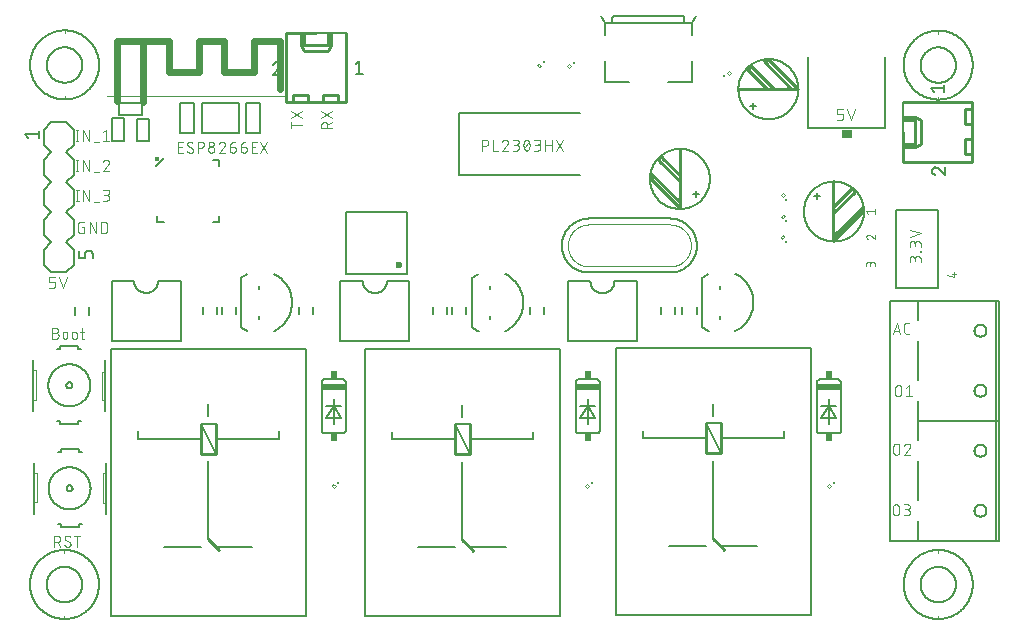
<source format=gbr>
G04 EAGLE Gerber X2 export*
G75*
%MOMM*%
%FSLAX34Y34*%
%LPD*%
%AMOC8*
5,1,8,0,0,1.08239X$1,22.5*%
G01*
%ADD10C,0.076200*%
%ADD11C,0.609600*%
%ADD12C,0.254000*%
%ADD13C,0.000000*%
%ADD14C,0.203200*%
%ADD15C,0.600000*%
%ADD16C,0.127000*%
%ADD17C,0.152400*%
%ADD18C,0.050800*%
%ADD19C,0.063400*%
%ADD20C,0.250000*%
%ADD21C,0.406400*%
%ADD22R,2.032000X0.508000*%
%ADD23R,0.508000X0.635000*%
%ADD24C,0.101600*%
%ADD25R,0.863600X0.762000*%
%ADD26C,0.177800*%


D10*
X731481Y242081D02*
X734614Y251479D01*
X737746Y242081D01*
X736963Y244431D02*
X732264Y244431D01*
X743210Y242081D02*
X745298Y242081D01*
X743210Y242081D02*
X743121Y242083D01*
X743033Y242089D01*
X742945Y242098D01*
X742857Y242111D01*
X742770Y242128D01*
X742684Y242148D01*
X742599Y242173D01*
X742514Y242200D01*
X742431Y242232D01*
X742350Y242266D01*
X742270Y242305D01*
X742192Y242346D01*
X742115Y242391D01*
X742041Y242439D01*
X741968Y242490D01*
X741898Y242544D01*
X741831Y242602D01*
X741765Y242662D01*
X741703Y242724D01*
X741643Y242790D01*
X741585Y242857D01*
X741531Y242927D01*
X741480Y243000D01*
X741432Y243074D01*
X741387Y243151D01*
X741346Y243229D01*
X741307Y243309D01*
X741273Y243390D01*
X741241Y243473D01*
X741214Y243558D01*
X741189Y243643D01*
X741169Y243729D01*
X741152Y243816D01*
X741139Y243904D01*
X741130Y243992D01*
X741124Y244080D01*
X741122Y244169D01*
X741121Y244169D02*
X741121Y249391D01*
X741122Y249391D02*
X741124Y249482D01*
X741130Y249573D01*
X741140Y249664D01*
X741154Y249754D01*
X741171Y249843D01*
X741193Y249931D01*
X741219Y250019D01*
X741248Y250105D01*
X741281Y250190D01*
X741318Y250273D01*
X741358Y250355D01*
X741402Y250435D01*
X741449Y250513D01*
X741500Y250589D01*
X741553Y250662D01*
X741610Y250733D01*
X741671Y250802D01*
X741734Y250867D01*
X741799Y250930D01*
X741868Y250990D01*
X741939Y251048D01*
X742012Y251101D01*
X742088Y251152D01*
X742166Y251199D01*
X742246Y251243D01*
X742328Y251283D01*
X742411Y251320D01*
X742496Y251353D01*
X742582Y251382D01*
X742670Y251408D01*
X742758Y251430D01*
X742847Y251447D01*
X742937Y251461D01*
X743028Y251471D01*
X743119Y251477D01*
X743210Y251479D01*
X745298Y251479D01*
X733381Y196068D02*
X733381Y191892D01*
X733381Y196068D02*
X733383Y196169D01*
X733389Y196270D01*
X733399Y196371D01*
X733412Y196471D01*
X733430Y196571D01*
X733451Y196670D01*
X733477Y196768D01*
X733506Y196865D01*
X733538Y196961D01*
X733575Y197055D01*
X733615Y197148D01*
X733659Y197240D01*
X733706Y197329D01*
X733757Y197417D01*
X733811Y197503D01*
X733868Y197586D01*
X733928Y197668D01*
X733992Y197746D01*
X734058Y197823D01*
X734128Y197896D01*
X734200Y197967D01*
X734275Y198035D01*
X734353Y198100D01*
X734433Y198162D01*
X734515Y198221D01*
X734600Y198277D01*
X734687Y198329D01*
X734775Y198378D01*
X734866Y198424D01*
X734958Y198465D01*
X735052Y198504D01*
X735147Y198538D01*
X735243Y198569D01*
X735341Y198596D01*
X735439Y198620D01*
X735539Y198639D01*
X735639Y198655D01*
X735739Y198667D01*
X735840Y198675D01*
X735941Y198679D01*
X736043Y198679D01*
X736144Y198675D01*
X736245Y198667D01*
X736345Y198655D01*
X736445Y198639D01*
X736545Y198620D01*
X736643Y198596D01*
X736741Y198569D01*
X736837Y198538D01*
X736932Y198504D01*
X737026Y198465D01*
X737118Y198424D01*
X737209Y198378D01*
X737298Y198329D01*
X737384Y198277D01*
X737469Y198221D01*
X737551Y198162D01*
X737631Y198100D01*
X737709Y198035D01*
X737784Y197967D01*
X737856Y197896D01*
X737926Y197823D01*
X737992Y197746D01*
X738056Y197668D01*
X738116Y197586D01*
X738173Y197503D01*
X738227Y197417D01*
X738278Y197329D01*
X738325Y197240D01*
X738369Y197148D01*
X738409Y197055D01*
X738446Y196961D01*
X738478Y196865D01*
X738507Y196768D01*
X738533Y196670D01*
X738554Y196571D01*
X738572Y196471D01*
X738585Y196371D01*
X738595Y196270D01*
X738601Y196169D01*
X738603Y196068D01*
X738602Y196068D02*
X738602Y191892D01*
X738603Y191892D02*
X738601Y191791D01*
X738595Y191690D01*
X738585Y191589D01*
X738572Y191489D01*
X738554Y191389D01*
X738533Y191290D01*
X738507Y191192D01*
X738478Y191095D01*
X738446Y190999D01*
X738409Y190905D01*
X738369Y190812D01*
X738325Y190720D01*
X738278Y190631D01*
X738227Y190543D01*
X738173Y190457D01*
X738116Y190374D01*
X738056Y190292D01*
X737992Y190214D01*
X737926Y190137D01*
X737856Y190064D01*
X737784Y189993D01*
X737709Y189925D01*
X737631Y189860D01*
X737551Y189798D01*
X737469Y189739D01*
X737384Y189683D01*
X737298Y189631D01*
X737209Y189582D01*
X737118Y189536D01*
X737026Y189495D01*
X736932Y189456D01*
X736837Y189422D01*
X736741Y189391D01*
X736643Y189364D01*
X736545Y189340D01*
X736445Y189321D01*
X736345Y189305D01*
X736245Y189293D01*
X736144Y189285D01*
X736043Y189281D01*
X735941Y189281D01*
X735840Y189285D01*
X735739Y189293D01*
X735639Y189305D01*
X735539Y189321D01*
X735439Y189340D01*
X735341Y189364D01*
X735243Y189391D01*
X735147Y189422D01*
X735052Y189456D01*
X734958Y189495D01*
X734866Y189536D01*
X734775Y189582D01*
X734687Y189631D01*
X734600Y189683D01*
X734515Y189739D01*
X734433Y189798D01*
X734353Y189860D01*
X734275Y189925D01*
X734200Y189993D01*
X734128Y190064D01*
X734058Y190137D01*
X733992Y190214D01*
X733928Y190292D01*
X733868Y190374D01*
X733811Y190457D01*
X733757Y190543D01*
X733706Y190631D01*
X733659Y190720D01*
X733615Y190812D01*
X733575Y190905D01*
X733538Y190999D01*
X733506Y191095D01*
X733477Y191192D01*
X733451Y191290D01*
X733430Y191389D01*
X733412Y191489D01*
X733399Y191589D01*
X733389Y191690D01*
X733383Y191791D01*
X733381Y191892D01*
X742525Y196591D02*
X745136Y198679D01*
X745136Y189281D01*
X747746Y189281D02*
X742525Y189281D01*
X731881Y146568D02*
X731881Y142392D01*
X731881Y146568D02*
X731883Y146669D01*
X731889Y146770D01*
X731899Y146871D01*
X731912Y146971D01*
X731930Y147071D01*
X731951Y147170D01*
X731977Y147268D01*
X732006Y147365D01*
X732038Y147461D01*
X732075Y147555D01*
X732115Y147648D01*
X732159Y147740D01*
X732206Y147829D01*
X732257Y147917D01*
X732311Y148003D01*
X732368Y148086D01*
X732428Y148168D01*
X732492Y148246D01*
X732558Y148323D01*
X732628Y148396D01*
X732700Y148467D01*
X732775Y148535D01*
X732853Y148600D01*
X732933Y148662D01*
X733015Y148721D01*
X733100Y148777D01*
X733187Y148829D01*
X733275Y148878D01*
X733366Y148924D01*
X733458Y148965D01*
X733552Y149004D01*
X733647Y149038D01*
X733743Y149069D01*
X733841Y149096D01*
X733939Y149120D01*
X734039Y149139D01*
X734139Y149155D01*
X734239Y149167D01*
X734340Y149175D01*
X734441Y149179D01*
X734543Y149179D01*
X734644Y149175D01*
X734745Y149167D01*
X734845Y149155D01*
X734945Y149139D01*
X735045Y149120D01*
X735143Y149096D01*
X735241Y149069D01*
X735337Y149038D01*
X735432Y149004D01*
X735526Y148965D01*
X735618Y148924D01*
X735709Y148878D01*
X735798Y148829D01*
X735884Y148777D01*
X735969Y148721D01*
X736051Y148662D01*
X736131Y148600D01*
X736209Y148535D01*
X736284Y148467D01*
X736356Y148396D01*
X736426Y148323D01*
X736492Y148246D01*
X736556Y148168D01*
X736616Y148086D01*
X736673Y148003D01*
X736727Y147917D01*
X736778Y147829D01*
X736825Y147740D01*
X736869Y147648D01*
X736909Y147555D01*
X736946Y147461D01*
X736978Y147365D01*
X737007Y147268D01*
X737033Y147170D01*
X737054Y147071D01*
X737072Y146971D01*
X737085Y146871D01*
X737095Y146770D01*
X737101Y146669D01*
X737103Y146568D01*
X737102Y146568D02*
X737102Y142392D01*
X737103Y142392D02*
X737101Y142291D01*
X737095Y142190D01*
X737085Y142089D01*
X737072Y141989D01*
X737054Y141889D01*
X737033Y141790D01*
X737007Y141692D01*
X736978Y141595D01*
X736946Y141499D01*
X736909Y141405D01*
X736869Y141312D01*
X736825Y141220D01*
X736778Y141131D01*
X736727Y141043D01*
X736673Y140957D01*
X736616Y140874D01*
X736556Y140792D01*
X736492Y140714D01*
X736426Y140637D01*
X736356Y140564D01*
X736284Y140493D01*
X736209Y140425D01*
X736131Y140360D01*
X736051Y140298D01*
X735969Y140239D01*
X735884Y140183D01*
X735798Y140131D01*
X735709Y140082D01*
X735618Y140036D01*
X735526Y139995D01*
X735432Y139956D01*
X735337Y139922D01*
X735241Y139891D01*
X735143Y139864D01*
X735045Y139840D01*
X734945Y139821D01*
X734845Y139805D01*
X734745Y139793D01*
X734644Y139785D01*
X734543Y139781D01*
X734441Y139781D01*
X734340Y139785D01*
X734239Y139793D01*
X734139Y139805D01*
X734039Y139821D01*
X733939Y139840D01*
X733841Y139864D01*
X733743Y139891D01*
X733647Y139922D01*
X733552Y139956D01*
X733458Y139995D01*
X733366Y140036D01*
X733275Y140082D01*
X733187Y140131D01*
X733100Y140183D01*
X733015Y140239D01*
X732933Y140298D01*
X732853Y140360D01*
X732775Y140425D01*
X732700Y140493D01*
X732628Y140564D01*
X732558Y140637D01*
X732492Y140714D01*
X732428Y140792D01*
X732368Y140874D01*
X732311Y140957D01*
X732257Y141043D01*
X732206Y141131D01*
X732159Y141220D01*
X732115Y141312D01*
X732075Y141405D01*
X732038Y141499D01*
X732006Y141595D01*
X731977Y141692D01*
X731951Y141790D01*
X731930Y141889D01*
X731912Y141989D01*
X731899Y142089D01*
X731889Y142190D01*
X731883Y142291D01*
X731881Y142392D01*
X743897Y149180D02*
X743992Y149178D01*
X744086Y149172D01*
X744180Y149163D01*
X744274Y149150D01*
X744367Y149133D01*
X744459Y149112D01*
X744551Y149087D01*
X744641Y149059D01*
X744730Y149027D01*
X744818Y148992D01*
X744904Y148953D01*
X744989Y148911D01*
X745072Y148865D01*
X745153Y148816D01*
X745232Y148764D01*
X745309Y148709D01*
X745383Y148650D01*
X745455Y148589D01*
X745525Y148525D01*
X745592Y148458D01*
X745656Y148388D01*
X745717Y148316D01*
X745776Y148242D01*
X745831Y148165D01*
X745883Y148086D01*
X745932Y148005D01*
X745978Y147922D01*
X746020Y147837D01*
X746059Y147751D01*
X746094Y147663D01*
X746126Y147574D01*
X746154Y147484D01*
X746179Y147392D01*
X746200Y147300D01*
X746217Y147207D01*
X746230Y147113D01*
X746239Y147019D01*
X746245Y146925D01*
X746247Y146830D01*
X743897Y149179D02*
X743789Y149177D01*
X743680Y149171D01*
X743572Y149161D01*
X743465Y149148D01*
X743358Y149130D01*
X743251Y149109D01*
X743146Y149084D01*
X743041Y149055D01*
X742938Y149023D01*
X742836Y148986D01*
X742735Y148946D01*
X742636Y148903D01*
X742538Y148856D01*
X742442Y148805D01*
X742348Y148751D01*
X742256Y148694D01*
X742166Y148633D01*
X742078Y148569D01*
X741993Y148503D01*
X741910Y148433D01*
X741830Y148360D01*
X741752Y148284D01*
X741677Y148206D01*
X741605Y148125D01*
X741536Y148041D01*
X741470Y147955D01*
X741407Y147867D01*
X741348Y147776D01*
X741291Y147684D01*
X741238Y147589D01*
X741189Y147493D01*
X741143Y147394D01*
X741100Y147295D01*
X741061Y147193D01*
X741026Y147091D01*
X745463Y145002D02*
X745532Y145071D01*
X745598Y145142D01*
X745662Y145215D01*
X745723Y145291D01*
X745781Y145370D01*
X745835Y145450D01*
X745887Y145533D01*
X745935Y145617D01*
X745981Y145703D01*
X746022Y145791D01*
X746061Y145881D01*
X746096Y145972D01*
X746127Y146064D01*
X746155Y146157D01*
X746179Y146251D01*
X746199Y146346D01*
X746216Y146442D01*
X746229Y146539D01*
X746238Y146636D01*
X746244Y146733D01*
X746246Y146830D01*
X745463Y145002D02*
X741025Y139781D01*
X746246Y139781D01*
X731481Y95168D02*
X731481Y90992D01*
X731481Y95168D02*
X731483Y95269D01*
X731489Y95370D01*
X731499Y95471D01*
X731512Y95571D01*
X731530Y95671D01*
X731551Y95770D01*
X731577Y95868D01*
X731606Y95965D01*
X731638Y96061D01*
X731675Y96155D01*
X731715Y96248D01*
X731759Y96340D01*
X731806Y96429D01*
X731857Y96517D01*
X731911Y96603D01*
X731968Y96686D01*
X732028Y96768D01*
X732092Y96846D01*
X732158Y96923D01*
X732228Y96996D01*
X732300Y97067D01*
X732375Y97135D01*
X732453Y97200D01*
X732533Y97262D01*
X732615Y97321D01*
X732700Y97377D01*
X732787Y97429D01*
X732875Y97478D01*
X732966Y97524D01*
X733058Y97565D01*
X733152Y97604D01*
X733247Y97638D01*
X733343Y97669D01*
X733441Y97696D01*
X733539Y97720D01*
X733639Y97739D01*
X733739Y97755D01*
X733839Y97767D01*
X733940Y97775D01*
X734041Y97779D01*
X734143Y97779D01*
X734244Y97775D01*
X734345Y97767D01*
X734445Y97755D01*
X734545Y97739D01*
X734645Y97720D01*
X734743Y97696D01*
X734841Y97669D01*
X734937Y97638D01*
X735032Y97604D01*
X735126Y97565D01*
X735218Y97524D01*
X735309Y97478D01*
X735398Y97429D01*
X735484Y97377D01*
X735569Y97321D01*
X735651Y97262D01*
X735731Y97200D01*
X735809Y97135D01*
X735884Y97067D01*
X735956Y96996D01*
X736026Y96923D01*
X736092Y96846D01*
X736156Y96768D01*
X736216Y96686D01*
X736273Y96603D01*
X736327Y96517D01*
X736378Y96429D01*
X736425Y96340D01*
X736469Y96248D01*
X736509Y96155D01*
X736546Y96061D01*
X736578Y95965D01*
X736607Y95868D01*
X736633Y95770D01*
X736654Y95671D01*
X736672Y95571D01*
X736685Y95471D01*
X736695Y95370D01*
X736701Y95269D01*
X736703Y95168D01*
X736702Y95168D02*
X736702Y90992D01*
X736703Y90992D02*
X736701Y90891D01*
X736695Y90790D01*
X736685Y90689D01*
X736672Y90589D01*
X736654Y90489D01*
X736633Y90390D01*
X736607Y90292D01*
X736578Y90195D01*
X736546Y90099D01*
X736509Y90005D01*
X736469Y89912D01*
X736425Y89820D01*
X736378Y89731D01*
X736327Y89643D01*
X736273Y89557D01*
X736216Y89474D01*
X736156Y89392D01*
X736092Y89314D01*
X736026Y89237D01*
X735956Y89164D01*
X735884Y89093D01*
X735809Y89025D01*
X735731Y88960D01*
X735651Y88898D01*
X735569Y88839D01*
X735484Y88783D01*
X735398Y88731D01*
X735309Y88682D01*
X735218Y88636D01*
X735126Y88595D01*
X735032Y88556D01*
X734937Y88522D01*
X734841Y88491D01*
X734743Y88464D01*
X734645Y88440D01*
X734545Y88421D01*
X734445Y88405D01*
X734345Y88393D01*
X734244Y88385D01*
X734143Y88381D01*
X734041Y88381D01*
X733940Y88385D01*
X733839Y88393D01*
X733739Y88405D01*
X733639Y88421D01*
X733539Y88440D01*
X733441Y88464D01*
X733343Y88491D01*
X733247Y88522D01*
X733152Y88556D01*
X733058Y88595D01*
X732966Y88636D01*
X732875Y88682D01*
X732787Y88731D01*
X732700Y88783D01*
X732615Y88839D01*
X732533Y88898D01*
X732453Y88960D01*
X732375Y89025D01*
X732300Y89093D01*
X732228Y89164D01*
X732158Y89237D01*
X732092Y89314D01*
X732028Y89392D01*
X731968Y89474D01*
X731911Y89557D01*
X731857Y89643D01*
X731806Y89731D01*
X731759Y89820D01*
X731715Y89912D01*
X731675Y90005D01*
X731638Y90099D01*
X731606Y90195D01*
X731577Y90292D01*
X731551Y90390D01*
X731530Y90489D01*
X731512Y90589D01*
X731499Y90689D01*
X731489Y90790D01*
X731483Y90891D01*
X731481Y90992D01*
X740625Y88381D02*
X743236Y88381D01*
X743337Y88383D01*
X743438Y88389D01*
X743539Y88399D01*
X743639Y88412D01*
X743739Y88430D01*
X743838Y88451D01*
X743936Y88477D01*
X744033Y88506D01*
X744129Y88538D01*
X744223Y88575D01*
X744316Y88615D01*
X744408Y88659D01*
X744497Y88706D01*
X744585Y88757D01*
X744671Y88811D01*
X744754Y88868D01*
X744836Y88928D01*
X744914Y88992D01*
X744991Y89058D01*
X745064Y89128D01*
X745135Y89200D01*
X745203Y89275D01*
X745268Y89353D01*
X745330Y89433D01*
X745389Y89515D01*
X745445Y89600D01*
X745497Y89686D01*
X745546Y89775D01*
X745592Y89866D01*
X745633Y89958D01*
X745672Y90052D01*
X745706Y90147D01*
X745737Y90243D01*
X745764Y90341D01*
X745788Y90439D01*
X745807Y90539D01*
X745823Y90639D01*
X745835Y90739D01*
X745843Y90840D01*
X745847Y90941D01*
X745847Y91043D01*
X745843Y91144D01*
X745835Y91245D01*
X745823Y91345D01*
X745807Y91445D01*
X745788Y91545D01*
X745764Y91643D01*
X745737Y91741D01*
X745706Y91837D01*
X745672Y91932D01*
X745633Y92026D01*
X745592Y92118D01*
X745546Y92209D01*
X745497Y92297D01*
X745445Y92384D01*
X745389Y92469D01*
X745330Y92551D01*
X745268Y92631D01*
X745203Y92709D01*
X745135Y92784D01*
X745064Y92856D01*
X744991Y92926D01*
X744914Y92992D01*
X744836Y93056D01*
X744754Y93116D01*
X744671Y93173D01*
X744585Y93227D01*
X744497Y93278D01*
X744408Y93325D01*
X744316Y93369D01*
X744223Y93409D01*
X744129Y93446D01*
X744033Y93478D01*
X743936Y93507D01*
X743838Y93533D01*
X743739Y93554D01*
X743639Y93572D01*
X743539Y93585D01*
X743438Y93595D01*
X743337Y93601D01*
X743236Y93603D01*
X743758Y97779D02*
X740625Y97779D01*
X743758Y97779D02*
X743848Y97777D01*
X743937Y97771D01*
X744027Y97762D01*
X744116Y97748D01*
X744204Y97731D01*
X744291Y97710D01*
X744378Y97685D01*
X744463Y97656D01*
X744547Y97624D01*
X744629Y97589D01*
X744710Y97549D01*
X744789Y97507D01*
X744866Y97461D01*
X744941Y97411D01*
X745014Y97359D01*
X745085Y97303D01*
X745153Y97245D01*
X745218Y97183D01*
X745281Y97119D01*
X745341Y97052D01*
X745398Y96983D01*
X745452Y96911D01*
X745503Y96837D01*
X745551Y96761D01*
X745595Y96683D01*
X745636Y96603D01*
X745674Y96521D01*
X745708Y96438D01*
X745738Y96353D01*
X745765Y96267D01*
X745788Y96181D01*
X745807Y96093D01*
X745822Y96004D01*
X745834Y95915D01*
X745842Y95826D01*
X745846Y95736D01*
X745846Y95646D01*
X745842Y95556D01*
X745834Y95467D01*
X745822Y95378D01*
X745807Y95289D01*
X745788Y95201D01*
X745765Y95115D01*
X745738Y95029D01*
X745708Y94944D01*
X745674Y94861D01*
X745636Y94779D01*
X745595Y94699D01*
X745551Y94621D01*
X745503Y94545D01*
X745452Y94471D01*
X745398Y94399D01*
X745341Y94330D01*
X745281Y94263D01*
X745218Y94199D01*
X745153Y94137D01*
X745085Y94079D01*
X745014Y94023D01*
X744941Y93971D01*
X744866Y93921D01*
X744789Y93875D01*
X744710Y93833D01*
X744629Y93793D01*
X744547Y93758D01*
X744463Y93726D01*
X744378Y93697D01*
X744291Y93672D01*
X744204Y93651D01*
X744116Y93634D01*
X744027Y93620D01*
X743937Y93611D01*
X743848Y93605D01*
X743758Y93603D01*
X743758Y93602D02*
X741669Y93602D01*
D11*
X75000Y439200D02*
X75000Y490200D01*
X118700Y490200D01*
X118700Y463800D01*
X144000Y463800D01*
X144000Y490300D01*
X165400Y490300D01*
X165400Y463600D01*
X190400Y463600D01*
X190400Y490400D01*
X212300Y490400D01*
X212300Y449000D01*
X96500Y438600D02*
X96500Y489800D01*
D10*
X40725Y414979D02*
X40725Y405581D01*
X39681Y405581D02*
X41769Y405581D01*
X41769Y414979D02*
X39681Y414979D01*
X45735Y414979D02*
X45735Y405581D01*
X50956Y405581D02*
X45735Y414979D01*
X50956Y414979D02*
X50956Y405581D01*
X54791Y404537D02*
X58968Y404537D01*
X62499Y412891D02*
X65109Y414979D01*
X65109Y405581D01*
X62499Y405581D02*
X67720Y405581D01*
X40725Y389479D02*
X40725Y380081D01*
X39681Y380081D02*
X41769Y380081D01*
X41769Y389479D02*
X39681Y389479D01*
X45735Y389479D02*
X45735Y380081D01*
X50956Y380081D02*
X45735Y389479D01*
X50956Y389479D02*
X50956Y380081D01*
X54791Y379037D02*
X58968Y379037D01*
X67720Y387130D02*
X67718Y387225D01*
X67712Y387319D01*
X67703Y387413D01*
X67690Y387507D01*
X67673Y387600D01*
X67652Y387692D01*
X67627Y387784D01*
X67599Y387874D01*
X67567Y387963D01*
X67532Y388051D01*
X67493Y388137D01*
X67451Y388222D01*
X67405Y388305D01*
X67356Y388386D01*
X67304Y388465D01*
X67249Y388542D01*
X67190Y388616D01*
X67129Y388688D01*
X67065Y388758D01*
X66998Y388825D01*
X66928Y388889D01*
X66856Y388950D01*
X66782Y389009D01*
X66705Y389064D01*
X66626Y389116D01*
X66545Y389165D01*
X66462Y389211D01*
X66377Y389253D01*
X66291Y389292D01*
X66203Y389327D01*
X66114Y389359D01*
X66024Y389387D01*
X65932Y389412D01*
X65840Y389433D01*
X65747Y389450D01*
X65653Y389463D01*
X65559Y389472D01*
X65465Y389478D01*
X65370Y389480D01*
X65370Y389479D02*
X65262Y389477D01*
X65153Y389471D01*
X65045Y389461D01*
X64938Y389448D01*
X64831Y389430D01*
X64724Y389409D01*
X64619Y389384D01*
X64514Y389355D01*
X64411Y389323D01*
X64309Y389286D01*
X64208Y389246D01*
X64109Y389203D01*
X64011Y389156D01*
X63915Y389105D01*
X63821Y389051D01*
X63729Y388994D01*
X63639Y388933D01*
X63551Y388869D01*
X63466Y388803D01*
X63383Y388733D01*
X63303Y388660D01*
X63225Y388584D01*
X63150Y388506D01*
X63078Y388425D01*
X63009Y388341D01*
X62943Y388255D01*
X62880Y388167D01*
X62821Y388076D01*
X62764Y387984D01*
X62711Y387889D01*
X62662Y387793D01*
X62616Y387694D01*
X62573Y387595D01*
X62534Y387493D01*
X62499Y387391D01*
X66937Y385302D02*
X67006Y385371D01*
X67072Y385442D01*
X67136Y385515D01*
X67197Y385591D01*
X67255Y385670D01*
X67309Y385750D01*
X67361Y385833D01*
X67409Y385917D01*
X67455Y386003D01*
X67496Y386091D01*
X67535Y386181D01*
X67570Y386272D01*
X67601Y386364D01*
X67629Y386457D01*
X67653Y386551D01*
X67673Y386646D01*
X67690Y386742D01*
X67703Y386839D01*
X67712Y386936D01*
X67718Y387033D01*
X67720Y387130D01*
X66937Y385302D02*
X62499Y380081D01*
X67720Y380081D01*
X41025Y364179D02*
X41025Y354781D01*
X39981Y354781D02*
X42069Y354781D01*
X42069Y364179D02*
X39981Y364179D01*
X46035Y364179D02*
X46035Y354781D01*
X51256Y354781D02*
X46035Y364179D01*
X51256Y364179D02*
X51256Y354781D01*
X55091Y353737D02*
X59268Y353737D01*
X62799Y354781D02*
X65409Y354781D01*
X65510Y354783D01*
X65611Y354789D01*
X65712Y354799D01*
X65812Y354812D01*
X65912Y354830D01*
X66011Y354851D01*
X66109Y354877D01*
X66206Y354906D01*
X66302Y354938D01*
X66396Y354975D01*
X66489Y355015D01*
X66581Y355059D01*
X66670Y355106D01*
X66758Y355157D01*
X66844Y355211D01*
X66927Y355268D01*
X67009Y355328D01*
X67087Y355392D01*
X67164Y355458D01*
X67237Y355528D01*
X67308Y355600D01*
X67376Y355675D01*
X67441Y355753D01*
X67503Y355833D01*
X67562Y355915D01*
X67618Y356000D01*
X67670Y356087D01*
X67719Y356175D01*
X67765Y356266D01*
X67806Y356358D01*
X67845Y356452D01*
X67879Y356547D01*
X67910Y356643D01*
X67937Y356741D01*
X67961Y356839D01*
X67980Y356939D01*
X67996Y357039D01*
X68008Y357139D01*
X68016Y357240D01*
X68020Y357341D01*
X68020Y357443D01*
X68016Y357544D01*
X68008Y357645D01*
X67996Y357745D01*
X67980Y357845D01*
X67961Y357945D01*
X67937Y358043D01*
X67910Y358141D01*
X67879Y358237D01*
X67845Y358332D01*
X67806Y358426D01*
X67765Y358518D01*
X67719Y358609D01*
X67670Y358697D01*
X67618Y358784D01*
X67562Y358869D01*
X67503Y358951D01*
X67441Y359031D01*
X67376Y359109D01*
X67308Y359184D01*
X67237Y359256D01*
X67164Y359326D01*
X67087Y359392D01*
X67009Y359456D01*
X66927Y359516D01*
X66844Y359573D01*
X66758Y359627D01*
X66670Y359678D01*
X66581Y359725D01*
X66489Y359769D01*
X66396Y359809D01*
X66302Y359846D01*
X66206Y359878D01*
X66109Y359907D01*
X66011Y359933D01*
X65912Y359954D01*
X65812Y359972D01*
X65712Y359985D01*
X65611Y359995D01*
X65510Y360001D01*
X65409Y360003D01*
X65931Y364179D02*
X62799Y364179D01*
X65931Y364179D02*
X66021Y364177D01*
X66110Y364171D01*
X66200Y364162D01*
X66289Y364148D01*
X66377Y364131D01*
X66464Y364110D01*
X66551Y364085D01*
X66636Y364056D01*
X66720Y364024D01*
X66802Y363989D01*
X66883Y363949D01*
X66962Y363907D01*
X67039Y363861D01*
X67114Y363811D01*
X67187Y363759D01*
X67258Y363703D01*
X67326Y363645D01*
X67391Y363583D01*
X67454Y363519D01*
X67514Y363452D01*
X67571Y363383D01*
X67625Y363311D01*
X67676Y363237D01*
X67724Y363161D01*
X67768Y363083D01*
X67809Y363003D01*
X67847Y362921D01*
X67881Y362838D01*
X67911Y362753D01*
X67938Y362667D01*
X67961Y362581D01*
X67980Y362493D01*
X67995Y362404D01*
X68007Y362315D01*
X68015Y362226D01*
X68019Y362136D01*
X68019Y362046D01*
X68015Y361956D01*
X68007Y361867D01*
X67995Y361778D01*
X67980Y361689D01*
X67961Y361601D01*
X67938Y361515D01*
X67911Y361429D01*
X67881Y361344D01*
X67847Y361261D01*
X67809Y361179D01*
X67768Y361099D01*
X67724Y361021D01*
X67676Y360945D01*
X67625Y360871D01*
X67571Y360799D01*
X67514Y360730D01*
X67454Y360663D01*
X67391Y360599D01*
X67326Y360537D01*
X67258Y360479D01*
X67187Y360423D01*
X67114Y360371D01*
X67039Y360321D01*
X66962Y360275D01*
X66883Y360233D01*
X66802Y360193D01*
X66720Y360158D01*
X66636Y360126D01*
X66551Y360097D01*
X66464Y360072D01*
X66377Y360051D01*
X66289Y360034D01*
X66200Y360020D01*
X66110Y360011D01*
X66021Y360005D01*
X65931Y360003D01*
X65931Y360002D02*
X63843Y360002D01*
X46802Y332702D02*
X45236Y332702D01*
X46802Y332702D02*
X46802Y327481D01*
X43669Y327481D01*
X43580Y327483D01*
X43492Y327489D01*
X43404Y327498D01*
X43316Y327511D01*
X43229Y327528D01*
X43143Y327548D01*
X43058Y327573D01*
X42973Y327600D01*
X42890Y327632D01*
X42809Y327666D01*
X42729Y327705D01*
X42651Y327746D01*
X42574Y327791D01*
X42500Y327839D01*
X42427Y327890D01*
X42357Y327944D01*
X42290Y328002D01*
X42224Y328062D01*
X42162Y328124D01*
X42102Y328190D01*
X42044Y328257D01*
X41990Y328327D01*
X41939Y328400D01*
X41891Y328474D01*
X41846Y328551D01*
X41805Y328629D01*
X41766Y328709D01*
X41732Y328790D01*
X41700Y328873D01*
X41673Y328958D01*
X41648Y329043D01*
X41628Y329129D01*
X41611Y329216D01*
X41598Y329304D01*
X41589Y329392D01*
X41583Y329480D01*
X41581Y329569D01*
X41581Y334791D01*
X41583Y334882D01*
X41589Y334973D01*
X41599Y335064D01*
X41613Y335154D01*
X41630Y335243D01*
X41652Y335331D01*
X41678Y335419D01*
X41707Y335505D01*
X41740Y335590D01*
X41777Y335673D01*
X41817Y335755D01*
X41861Y335835D01*
X41908Y335913D01*
X41959Y335989D01*
X42012Y336062D01*
X42069Y336133D01*
X42130Y336202D01*
X42193Y336267D01*
X42258Y336330D01*
X42327Y336390D01*
X42398Y336448D01*
X42471Y336501D01*
X42547Y336552D01*
X42625Y336599D01*
X42705Y336643D01*
X42787Y336683D01*
X42870Y336720D01*
X42955Y336753D01*
X43041Y336782D01*
X43129Y336808D01*
X43217Y336830D01*
X43306Y336847D01*
X43396Y336861D01*
X43487Y336871D01*
X43578Y336877D01*
X43669Y336879D01*
X46802Y336879D01*
X51335Y336879D02*
X51335Y327481D01*
X56556Y327481D02*
X51335Y336879D01*
X56556Y336879D02*
X56556Y327481D01*
X61088Y327481D02*
X61088Y336879D01*
X63699Y336879D01*
X63799Y336877D01*
X63899Y336871D01*
X63998Y336862D01*
X64098Y336848D01*
X64196Y336831D01*
X64294Y336810D01*
X64391Y336786D01*
X64487Y336757D01*
X64582Y336725D01*
X64675Y336690D01*
X64767Y336651D01*
X64858Y336608D01*
X64946Y336562D01*
X65033Y336512D01*
X65118Y336460D01*
X65201Y336404D01*
X65282Y336345D01*
X65360Y336282D01*
X65436Y336217D01*
X65510Y336149D01*
X65580Y336079D01*
X65648Y336005D01*
X65713Y335929D01*
X65776Y335851D01*
X65835Y335770D01*
X65891Y335687D01*
X65943Y335602D01*
X65993Y335515D01*
X66039Y335427D01*
X66082Y335336D01*
X66121Y335244D01*
X66156Y335151D01*
X66188Y335056D01*
X66217Y334960D01*
X66241Y334863D01*
X66262Y334765D01*
X66279Y334667D01*
X66293Y334567D01*
X66302Y334468D01*
X66308Y334368D01*
X66310Y334268D01*
X66309Y334268D02*
X66309Y330092D01*
X66310Y330092D02*
X66308Y329992D01*
X66302Y329892D01*
X66293Y329793D01*
X66279Y329693D01*
X66262Y329595D01*
X66241Y329497D01*
X66217Y329400D01*
X66188Y329304D01*
X66156Y329209D01*
X66121Y329116D01*
X66082Y329024D01*
X66039Y328933D01*
X65993Y328845D01*
X65943Y328758D01*
X65891Y328673D01*
X65835Y328590D01*
X65776Y328509D01*
X65713Y328431D01*
X65648Y328355D01*
X65580Y328281D01*
X65510Y328211D01*
X65436Y328143D01*
X65360Y328078D01*
X65282Y328015D01*
X65201Y327956D01*
X65118Y327900D01*
X65033Y327848D01*
X64946Y327798D01*
X64858Y327752D01*
X64767Y327709D01*
X64675Y327670D01*
X64582Y327635D01*
X64487Y327603D01*
X64391Y327574D01*
X64294Y327550D01*
X64196Y327529D01*
X64098Y327512D01*
X63998Y327498D01*
X63899Y327489D01*
X63799Y327483D01*
X63699Y327481D01*
X61088Y327481D01*
X20114Y281081D02*
X16981Y281081D01*
X20114Y281081D02*
X20203Y281083D01*
X20291Y281089D01*
X20379Y281098D01*
X20467Y281111D01*
X20554Y281128D01*
X20640Y281148D01*
X20725Y281173D01*
X20810Y281200D01*
X20893Y281232D01*
X20974Y281266D01*
X21054Y281305D01*
X21132Y281346D01*
X21209Y281391D01*
X21283Y281439D01*
X21356Y281490D01*
X21426Y281544D01*
X21493Y281602D01*
X21559Y281662D01*
X21621Y281724D01*
X21681Y281790D01*
X21739Y281857D01*
X21793Y281927D01*
X21844Y282000D01*
X21892Y282074D01*
X21937Y282151D01*
X21978Y282229D01*
X22017Y282309D01*
X22051Y282390D01*
X22083Y282473D01*
X22110Y282558D01*
X22135Y282643D01*
X22155Y282729D01*
X22172Y282816D01*
X22185Y282904D01*
X22194Y282992D01*
X22200Y283080D01*
X22202Y283169D01*
X22202Y284214D01*
X22200Y284303D01*
X22194Y284391D01*
X22185Y284479D01*
X22172Y284567D01*
X22155Y284654D01*
X22135Y284740D01*
X22110Y284825D01*
X22083Y284910D01*
X22051Y284993D01*
X22017Y285074D01*
X21978Y285154D01*
X21937Y285232D01*
X21892Y285309D01*
X21844Y285383D01*
X21793Y285456D01*
X21739Y285526D01*
X21681Y285593D01*
X21621Y285659D01*
X21559Y285721D01*
X21493Y285781D01*
X21426Y285839D01*
X21356Y285893D01*
X21283Y285944D01*
X21209Y285992D01*
X21132Y286037D01*
X21054Y286078D01*
X20974Y286117D01*
X20893Y286151D01*
X20810Y286183D01*
X20725Y286210D01*
X20640Y286235D01*
X20554Y286255D01*
X20467Y286272D01*
X20379Y286285D01*
X20291Y286294D01*
X20203Y286300D01*
X20114Y286302D01*
X16981Y286302D01*
X16981Y290479D01*
X22202Y290479D01*
X25603Y290479D02*
X28736Y281081D01*
X31868Y290479D01*
X383781Y397181D02*
X383781Y406579D01*
X386392Y406579D01*
X386493Y406577D01*
X386594Y406571D01*
X386695Y406561D01*
X386795Y406548D01*
X386895Y406530D01*
X386994Y406509D01*
X387092Y406483D01*
X387189Y406454D01*
X387285Y406422D01*
X387379Y406385D01*
X387472Y406345D01*
X387564Y406301D01*
X387653Y406254D01*
X387741Y406203D01*
X387827Y406149D01*
X387910Y406092D01*
X387992Y406032D01*
X388070Y405968D01*
X388147Y405902D01*
X388220Y405832D01*
X388291Y405760D01*
X388359Y405685D01*
X388424Y405607D01*
X388486Y405527D01*
X388545Y405445D01*
X388601Y405360D01*
X388653Y405273D01*
X388702Y405185D01*
X388748Y405094D01*
X388789Y405002D01*
X388828Y404908D01*
X388862Y404813D01*
X388893Y404717D01*
X388920Y404619D01*
X388944Y404521D01*
X388963Y404421D01*
X388979Y404321D01*
X388991Y404221D01*
X388999Y404120D01*
X389003Y404019D01*
X389003Y403917D01*
X388999Y403816D01*
X388991Y403715D01*
X388979Y403615D01*
X388963Y403515D01*
X388944Y403415D01*
X388920Y403317D01*
X388893Y403219D01*
X388862Y403123D01*
X388828Y403028D01*
X388789Y402934D01*
X388748Y402842D01*
X388702Y402751D01*
X388653Y402663D01*
X388601Y402576D01*
X388545Y402491D01*
X388486Y402409D01*
X388424Y402329D01*
X388359Y402251D01*
X388291Y402176D01*
X388220Y402104D01*
X388147Y402034D01*
X388070Y401968D01*
X387992Y401904D01*
X387910Y401844D01*
X387827Y401787D01*
X387741Y401733D01*
X387653Y401682D01*
X387564Y401635D01*
X387472Y401591D01*
X387379Y401551D01*
X387285Y401514D01*
X387189Y401482D01*
X387092Y401453D01*
X386994Y401427D01*
X386895Y401406D01*
X386795Y401388D01*
X386695Y401375D01*
X386594Y401365D01*
X386493Y401359D01*
X386392Y401357D01*
X386392Y401358D02*
X383781Y401358D01*
X392811Y397181D02*
X392811Y406579D01*
X392811Y397181D02*
X396988Y397181D01*
X405635Y404230D02*
X405633Y404325D01*
X405627Y404419D01*
X405618Y404513D01*
X405605Y404607D01*
X405588Y404700D01*
X405567Y404792D01*
X405542Y404884D01*
X405514Y404974D01*
X405482Y405063D01*
X405447Y405151D01*
X405408Y405237D01*
X405366Y405322D01*
X405320Y405405D01*
X405271Y405486D01*
X405219Y405565D01*
X405164Y405642D01*
X405105Y405716D01*
X405044Y405788D01*
X404980Y405858D01*
X404913Y405925D01*
X404843Y405989D01*
X404771Y406050D01*
X404697Y406109D01*
X404620Y406164D01*
X404541Y406216D01*
X404460Y406265D01*
X404377Y406311D01*
X404292Y406353D01*
X404206Y406392D01*
X404118Y406427D01*
X404029Y406459D01*
X403939Y406487D01*
X403847Y406512D01*
X403755Y406533D01*
X403662Y406550D01*
X403568Y406563D01*
X403474Y406572D01*
X403380Y406578D01*
X403285Y406580D01*
X403285Y406579D02*
X403177Y406577D01*
X403068Y406571D01*
X402960Y406561D01*
X402853Y406548D01*
X402746Y406530D01*
X402639Y406509D01*
X402534Y406484D01*
X402429Y406455D01*
X402326Y406423D01*
X402224Y406386D01*
X402123Y406346D01*
X402024Y406303D01*
X401926Y406256D01*
X401830Y406205D01*
X401736Y406151D01*
X401644Y406094D01*
X401554Y406033D01*
X401466Y405969D01*
X401381Y405903D01*
X401298Y405833D01*
X401218Y405760D01*
X401140Y405684D01*
X401065Y405606D01*
X400993Y405525D01*
X400924Y405441D01*
X400858Y405355D01*
X400795Y405267D01*
X400736Y405176D01*
X400679Y405084D01*
X400626Y404989D01*
X400577Y404893D01*
X400531Y404794D01*
X400488Y404695D01*
X400449Y404593D01*
X400414Y404491D01*
X404852Y402402D02*
X404921Y402471D01*
X404987Y402542D01*
X405051Y402615D01*
X405112Y402691D01*
X405170Y402770D01*
X405224Y402850D01*
X405276Y402933D01*
X405324Y403017D01*
X405370Y403103D01*
X405411Y403191D01*
X405450Y403281D01*
X405485Y403372D01*
X405516Y403464D01*
X405544Y403557D01*
X405568Y403651D01*
X405588Y403746D01*
X405605Y403842D01*
X405618Y403939D01*
X405627Y404036D01*
X405633Y404133D01*
X405635Y404230D01*
X404852Y402402D02*
X400414Y397181D01*
X405635Y397181D01*
X409558Y397181D02*
X412168Y397181D01*
X412269Y397183D01*
X412370Y397189D01*
X412471Y397199D01*
X412571Y397212D01*
X412671Y397230D01*
X412770Y397251D01*
X412868Y397277D01*
X412965Y397306D01*
X413061Y397338D01*
X413155Y397375D01*
X413248Y397415D01*
X413340Y397459D01*
X413429Y397506D01*
X413517Y397557D01*
X413603Y397611D01*
X413686Y397668D01*
X413768Y397728D01*
X413846Y397792D01*
X413923Y397858D01*
X413996Y397928D01*
X414067Y398000D01*
X414135Y398075D01*
X414200Y398153D01*
X414262Y398233D01*
X414321Y398315D01*
X414377Y398400D01*
X414429Y398487D01*
X414478Y398575D01*
X414524Y398666D01*
X414565Y398758D01*
X414604Y398852D01*
X414638Y398947D01*
X414669Y399043D01*
X414696Y399141D01*
X414720Y399239D01*
X414739Y399339D01*
X414755Y399439D01*
X414767Y399539D01*
X414775Y399640D01*
X414779Y399741D01*
X414779Y399843D01*
X414775Y399944D01*
X414767Y400045D01*
X414755Y400145D01*
X414739Y400245D01*
X414720Y400345D01*
X414696Y400443D01*
X414669Y400541D01*
X414638Y400637D01*
X414604Y400732D01*
X414565Y400826D01*
X414524Y400918D01*
X414478Y401009D01*
X414429Y401097D01*
X414377Y401184D01*
X414321Y401269D01*
X414262Y401351D01*
X414200Y401431D01*
X414135Y401509D01*
X414067Y401584D01*
X413996Y401656D01*
X413923Y401726D01*
X413846Y401792D01*
X413768Y401856D01*
X413686Y401916D01*
X413603Y401973D01*
X413517Y402027D01*
X413429Y402078D01*
X413340Y402125D01*
X413248Y402169D01*
X413155Y402209D01*
X413061Y402246D01*
X412965Y402278D01*
X412868Y402307D01*
X412770Y402333D01*
X412671Y402354D01*
X412571Y402372D01*
X412471Y402385D01*
X412370Y402395D01*
X412269Y402401D01*
X412168Y402403D01*
X412690Y406579D02*
X409558Y406579D01*
X412690Y406579D02*
X412780Y406577D01*
X412869Y406571D01*
X412959Y406562D01*
X413048Y406548D01*
X413136Y406531D01*
X413223Y406510D01*
X413310Y406485D01*
X413395Y406456D01*
X413479Y406424D01*
X413561Y406389D01*
X413642Y406349D01*
X413721Y406307D01*
X413798Y406261D01*
X413873Y406211D01*
X413946Y406159D01*
X414017Y406103D01*
X414085Y406045D01*
X414150Y405983D01*
X414213Y405919D01*
X414273Y405852D01*
X414330Y405783D01*
X414384Y405711D01*
X414435Y405637D01*
X414483Y405561D01*
X414527Y405483D01*
X414568Y405403D01*
X414606Y405321D01*
X414640Y405238D01*
X414670Y405153D01*
X414697Y405067D01*
X414720Y404981D01*
X414739Y404893D01*
X414754Y404804D01*
X414766Y404715D01*
X414774Y404626D01*
X414778Y404536D01*
X414778Y404446D01*
X414774Y404356D01*
X414766Y404267D01*
X414754Y404178D01*
X414739Y404089D01*
X414720Y404001D01*
X414697Y403915D01*
X414670Y403829D01*
X414640Y403744D01*
X414606Y403661D01*
X414568Y403579D01*
X414527Y403499D01*
X414483Y403421D01*
X414435Y403345D01*
X414384Y403271D01*
X414330Y403199D01*
X414273Y403130D01*
X414213Y403063D01*
X414150Y402999D01*
X414085Y402937D01*
X414017Y402879D01*
X413946Y402823D01*
X413873Y402771D01*
X413798Y402721D01*
X413721Y402675D01*
X413642Y402633D01*
X413561Y402593D01*
X413479Y402558D01*
X413395Y402526D01*
X413310Y402497D01*
X413223Y402472D01*
X413136Y402451D01*
X413048Y402434D01*
X412959Y402420D01*
X412869Y402411D01*
X412780Y402405D01*
X412690Y402403D01*
X412690Y402402D02*
X410602Y402402D01*
X418701Y401880D02*
X418703Y402065D01*
X418710Y402250D01*
X418721Y402434D01*
X418736Y402618D01*
X418756Y402802D01*
X418780Y402986D01*
X418809Y403168D01*
X418842Y403350D01*
X418879Y403531D01*
X418921Y403711D01*
X418967Y403891D01*
X419017Y404069D01*
X419071Y404245D01*
X419130Y404421D01*
X419192Y404595D01*
X419259Y404767D01*
X419330Y404938D01*
X419405Y405107D01*
X419484Y405274D01*
X419514Y405354D01*
X419547Y405433D01*
X419584Y405510D01*
X419624Y405586D01*
X419667Y405660D01*
X419713Y405732D01*
X419763Y405801D01*
X419815Y405869D01*
X419871Y405934D01*
X419929Y405997D01*
X419991Y406056D01*
X420054Y406114D01*
X420121Y406168D01*
X420189Y406219D01*
X420260Y406267D01*
X420333Y406312D01*
X420407Y406354D01*
X420484Y406392D01*
X420562Y406427D01*
X420641Y406459D01*
X420722Y406487D01*
X420804Y406511D01*
X420888Y406532D01*
X420971Y406549D01*
X421056Y406562D01*
X421141Y406571D01*
X421226Y406577D01*
X421312Y406579D01*
X421398Y406577D01*
X421483Y406571D01*
X421568Y406562D01*
X421653Y406549D01*
X421736Y406532D01*
X421820Y406511D01*
X421902Y406487D01*
X421983Y406459D01*
X422062Y406427D01*
X422140Y406392D01*
X422217Y406354D01*
X422291Y406312D01*
X422364Y406267D01*
X422435Y406219D01*
X422503Y406168D01*
X422570Y406114D01*
X422633Y406056D01*
X422695Y405997D01*
X422753Y405934D01*
X422809Y405869D01*
X422861Y405801D01*
X422911Y405732D01*
X422957Y405660D01*
X423000Y405586D01*
X423040Y405510D01*
X423077Y405433D01*
X423110Y405354D01*
X423140Y405274D01*
X423219Y405107D01*
X423294Y404938D01*
X423365Y404767D01*
X423432Y404595D01*
X423494Y404421D01*
X423553Y404245D01*
X423607Y404069D01*
X423657Y403891D01*
X423703Y403711D01*
X423745Y403531D01*
X423782Y403350D01*
X423815Y403168D01*
X423844Y402986D01*
X423868Y402802D01*
X423888Y402618D01*
X423903Y402434D01*
X423914Y402250D01*
X423921Y402065D01*
X423923Y401880D01*
X418701Y401880D02*
X418703Y401695D01*
X418710Y401510D01*
X418721Y401326D01*
X418736Y401142D01*
X418756Y400958D01*
X418780Y400774D01*
X418809Y400592D01*
X418842Y400410D01*
X418879Y400229D01*
X418921Y400049D01*
X418967Y399869D01*
X419017Y399691D01*
X419071Y399515D01*
X419130Y399339D01*
X419192Y399165D01*
X419259Y398993D01*
X419330Y398822D01*
X419405Y398653D01*
X419484Y398486D01*
X419514Y398406D01*
X419547Y398327D01*
X419584Y398250D01*
X419624Y398174D01*
X419667Y398100D01*
X419713Y398028D01*
X419763Y397959D01*
X419816Y397891D01*
X419871Y397826D01*
X419930Y397763D01*
X419991Y397704D01*
X420054Y397646D01*
X420121Y397592D01*
X420189Y397541D01*
X420260Y397493D01*
X420333Y397448D01*
X420407Y397406D01*
X420484Y397368D01*
X420562Y397333D01*
X420641Y397301D01*
X420722Y397273D01*
X420804Y397249D01*
X420888Y397228D01*
X420971Y397211D01*
X421056Y397198D01*
X421141Y397189D01*
X421226Y397183D01*
X421312Y397181D01*
X423140Y398486D02*
X423219Y398653D01*
X423294Y398822D01*
X423365Y398993D01*
X423432Y399165D01*
X423494Y399339D01*
X423553Y399515D01*
X423607Y399691D01*
X423657Y399869D01*
X423703Y400049D01*
X423745Y400229D01*
X423782Y400410D01*
X423815Y400592D01*
X423844Y400774D01*
X423868Y400958D01*
X423888Y401142D01*
X423903Y401326D01*
X423914Y401510D01*
X423921Y401695D01*
X423923Y401880D01*
X423140Y398486D02*
X423110Y398406D01*
X423077Y398327D01*
X423040Y398250D01*
X423000Y398174D01*
X422957Y398100D01*
X422911Y398028D01*
X422861Y397959D01*
X422809Y397891D01*
X422753Y397826D01*
X422695Y397763D01*
X422633Y397704D01*
X422570Y397646D01*
X422503Y397592D01*
X422435Y397541D01*
X422364Y397493D01*
X422291Y397448D01*
X422217Y397406D01*
X422140Y397368D01*
X422062Y397333D01*
X421983Y397301D01*
X421902Y397273D01*
X421820Y397249D01*
X421736Y397228D01*
X421653Y397211D01*
X421568Y397198D01*
X421483Y397189D01*
X421398Y397183D01*
X421312Y397181D01*
X419224Y399269D02*
X423401Y404491D01*
X427846Y397181D02*
X430456Y397181D01*
X430557Y397183D01*
X430658Y397189D01*
X430759Y397199D01*
X430859Y397212D01*
X430959Y397230D01*
X431058Y397251D01*
X431156Y397277D01*
X431253Y397306D01*
X431349Y397338D01*
X431443Y397375D01*
X431536Y397415D01*
X431628Y397459D01*
X431717Y397506D01*
X431805Y397557D01*
X431891Y397611D01*
X431974Y397668D01*
X432056Y397728D01*
X432134Y397792D01*
X432211Y397858D01*
X432284Y397928D01*
X432355Y398000D01*
X432423Y398075D01*
X432488Y398153D01*
X432550Y398233D01*
X432609Y398315D01*
X432665Y398400D01*
X432717Y398487D01*
X432766Y398575D01*
X432812Y398666D01*
X432853Y398758D01*
X432892Y398852D01*
X432926Y398947D01*
X432957Y399043D01*
X432984Y399141D01*
X433008Y399239D01*
X433027Y399339D01*
X433043Y399439D01*
X433055Y399539D01*
X433063Y399640D01*
X433067Y399741D01*
X433067Y399843D01*
X433063Y399944D01*
X433055Y400045D01*
X433043Y400145D01*
X433027Y400245D01*
X433008Y400345D01*
X432984Y400443D01*
X432957Y400541D01*
X432926Y400637D01*
X432892Y400732D01*
X432853Y400826D01*
X432812Y400918D01*
X432766Y401009D01*
X432717Y401097D01*
X432665Y401184D01*
X432609Y401269D01*
X432550Y401351D01*
X432488Y401431D01*
X432423Y401509D01*
X432355Y401584D01*
X432284Y401656D01*
X432211Y401726D01*
X432134Y401792D01*
X432056Y401856D01*
X431974Y401916D01*
X431891Y401973D01*
X431805Y402027D01*
X431717Y402078D01*
X431628Y402125D01*
X431536Y402169D01*
X431443Y402209D01*
X431349Y402246D01*
X431253Y402278D01*
X431156Y402307D01*
X431058Y402333D01*
X430959Y402354D01*
X430859Y402372D01*
X430759Y402385D01*
X430658Y402395D01*
X430557Y402401D01*
X430456Y402403D01*
X430978Y406579D02*
X427846Y406579D01*
X430978Y406579D02*
X431068Y406577D01*
X431157Y406571D01*
X431247Y406562D01*
X431336Y406548D01*
X431424Y406531D01*
X431511Y406510D01*
X431598Y406485D01*
X431683Y406456D01*
X431767Y406424D01*
X431849Y406389D01*
X431930Y406349D01*
X432009Y406307D01*
X432086Y406261D01*
X432161Y406211D01*
X432234Y406159D01*
X432305Y406103D01*
X432373Y406045D01*
X432438Y405983D01*
X432501Y405919D01*
X432561Y405852D01*
X432618Y405783D01*
X432672Y405711D01*
X432723Y405637D01*
X432771Y405561D01*
X432815Y405483D01*
X432856Y405403D01*
X432894Y405321D01*
X432928Y405238D01*
X432958Y405153D01*
X432985Y405067D01*
X433008Y404981D01*
X433027Y404893D01*
X433042Y404804D01*
X433054Y404715D01*
X433062Y404626D01*
X433066Y404536D01*
X433066Y404446D01*
X433062Y404356D01*
X433054Y404267D01*
X433042Y404178D01*
X433027Y404089D01*
X433008Y404001D01*
X432985Y403915D01*
X432958Y403829D01*
X432928Y403744D01*
X432894Y403661D01*
X432856Y403579D01*
X432815Y403499D01*
X432771Y403421D01*
X432723Y403345D01*
X432672Y403271D01*
X432618Y403199D01*
X432561Y403130D01*
X432501Y403063D01*
X432438Y402999D01*
X432373Y402937D01*
X432305Y402879D01*
X432234Y402823D01*
X432161Y402771D01*
X432086Y402721D01*
X432009Y402675D01*
X431930Y402633D01*
X431849Y402593D01*
X431767Y402558D01*
X431683Y402526D01*
X431598Y402497D01*
X431511Y402472D01*
X431424Y402451D01*
X431336Y402434D01*
X431247Y402420D01*
X431157Y402411D01*
X431068Y402405D01*
X430978Y402403D01*
X430978Y402402D02*
X428890Y402402D01*
X437294Y406579D02*
X437294Y397181D01*
X437294Y402402D02*
X442515Y402402D01*
X442515Y406579D02*
X442515Y397181D01*
X446221Y397181D02*
X452486Y406579D01*
X446221Y406579D02*
X452486Y397181D01*
X130658Y395481D02*
X126481Y395481D01*
X126481Y404879D01*
X130658Y404879D01*
X129614Y400702D02*
X126481Y400702D01*
X136911Y395481D02*
X137000Y395483D01*
X137088Y395489D01*
X137176Y395498D01*
X137264Y395511D01*
X137351Y395528D01*
X137437Y395548D01*
X137522Y395573D01*
X137607Y395600D01*
X137690Y395632D01*
X137771Y395666D01*
X137851Y395705D01*
X137929Y395746D01*
X138006Y395791D01*
X138080Y395839D01*
X138153Y395890D01*
X138223Y395944D01*
X138290Y396002D01*
X138356Y396062D01*
X138418Y396124D01*
X138478Y396190D01*
X138536Y396257D01*
X138590Y396327D01*
X138641Y396400D01*
X138689Y396474D01*
X138734Y396551D01*
X138775Y396629D01*
X138814Y396709D01*
X138848Y396790D01*
X138880Y396873D01*
X138907Y396958D01*
X138932Y397043D01*
X138952Y397129D01*
X138969Y397216D01*
X138982Y397304D01*
X138991Y397392D01*
X138997Y397480D01*
X138999Y397569D01*
X136911Y395481D02*
X136782Y395483D01*
X136653Y395489D01*
X136524Y395498D01*
X136396Y395511D01*
X136268Y395528D01*
X136141Y395549D01*
X136014Y395573D01*
X135888Y395601D01*
X135763Y395633D01*
X135639Y395668D01*
X135516Y395707D01*
X135394Y395750D01*
X135274Y395796D01*
X135155Y395846D01*
X135037Y395899D01*
X134921Y395955D01*
X134807Y396015D01*
X134694Y396078D01*
X134584Y396145D01*
X134475Y396214D01*
X134369Y396287D01*
X134264Y396363D01*
X134162Y396442D01*
X134063Y396524D01*
X133965Y396608D01*
X133870Y396696D01*
X133778Y396786D01*
X134040Y402791D02*
X134042Y402880D01*
X134048Y402968D01*
X134057Y403056D01*
X134070Y403144D01*
X134087Y403231D01*
X134107Y403317D01*
X134132Y403402D01*
X134159Y403487D01*
X134191Y403570D01*
X134225Y403651D01*
X134264Y403731D01*
X134305Y403809D01*
X134350Y403886D01*
X134398Y403960D01*
X134449Y404033D01*
X134503Y404103D01*
X134561Y404170D01*
X134621Y404236D01*
X134683Y404298D01*
X134749Y404358D01*
X134816Y404416D01*
X134886Y404470D01*
X134959Y404521D01*
X135033Y404569D01*
X135110Y404614D01*
X135188Y404655D01*
X135268Y404694D01*
X135349Y404728D01*
X135432Y404760D01*
X135517Y404787D01*
X135602Y404812D01*
X135688Y404832D01*
X135775Y404849D01*
X135863Y404862D01*
X135951Y404871D01*
X136039Y404877D01*
X136128Y404879D01*
X136248Y404877D01*
X136368Y404872D01*
X136488Y404862D01*
X136607Y404850D01*
X136726Y404833D01*
X136844Y404813D01*
X136962Y404789D01*
X137078Y404762D01*
X137194Y404731D01*
X137309Y404697D01*
X137423Y404659D01*
X137536Y404617D01*
X137647Y404572D01*
X137757Y404524D01*
X137865Y404473D01*
X137972Y404418D01*
X138077Y404360D01*
X138180Y404298D01*
X138281Y404234D01*
X138381Y404166D01*
X138478Y404096D01*
X135084Y400964D02*
X135006Y401012D01*
X134930Y401064D01*
X134857Y401118D01*
X134786Y401176D01*
X134717Y401237D01*
X134651Y401301D01*
X134588Y401368D01*
X134528Y401437D01*
X134471Y401509D01*
X134417Y401583D01*
X134367Y401660D01*
X134319Y401739D01*
X134276Y401819D01*
X134235Y401902D01*
X134199Y401986D01*
X134166Y402071D01*
X134137Y402158D01*
X134111Y402247D01*
X134089Y402336D01*
X134072Y402426D01*
X134058Y402516D01*
X134048Y402608D01*
X134042Y402699D01*
X134040Y402791D01*
X137956Y399396D02*
X138034Y399348D01*
X138110Y399296D01*
X138183Y399242D01*
X138254Y399184D01*
X138323Y399123D01*
X138389Y399059D01*
X138452Y398992D01*
X138512Y398923D01*
X138569Y398851D01*
X138623Y398777D01*
X138673Y398700D01*
X138721Y398621D01*
X138764Y398541D01*
X138805Y398458D01*
X138841Y398374D01*
X138874Y398289D01*
X138903Y398202D01*
X138929Y398113D01*
X138951Y398024D01*
X138968Y397934D01*
X138982Y397844D01*
X138992Y397752D01*
X138998Y397661D01*
X139000Y397569D01*
X137956Y399397D02*
X135084Y400963D01*
X143054Y404879D02*
X143054Y395481D01*
X143054Y404879D02*
X145664Y404879D01*
X145765Y404877D01*
X145866Y404871D01*
X145967Y404861D01*
X146067Y404848D01*
X146167Y404830D01*
X146266Y404809D01*
X146364Y404783D01*
X146461Y404754D01*
X146557Y404722D01*
X146651Y404685D01*
X146744Y404645D01*
X146836Y404601D01*
X146925Y404554D01*
X147013Y404503D01*
X147099Y404449D01*
X147182Y404392D01*
X147264Y404332D01*
X147342Y404268D01*
X147419Y404202D01*
X147492Y404132D01*
X147563Y404060D01*
X147631Y403985D01*
X147696Y403907D01*
X147758Y403827D01*
X147817Y403745D01*
X147873Y403660D01*
X147925Y403573D01*
X147974Y403485D01*
X148020Y403394D01*
X148061Y403302D01*
X148100Y403208D01*
X148134Y403113D01*
X148165Y403017D01*
X148192Y402919D01*
X148216Y402821D01*
X148235Y402721D01*
X148251Y402621D01*
X148263Y402521D01*
X148271Y402420D01*
X148275Y402319D01*
X148275Y402217D01*
X148271Y402116D01*
X148263Y402015D01*
X148251Y401915D01*
X148235Y401815D01*
X148216Y401715D01*
X148192Y401617D01*
X148165Y401519D01*
X148134Y401423D01*
X148100Y401328D01*
X148061Y401234D01*
X148020Y401142D01*
X147974Y401051D01*
X147925Y400963D01*
X147873Y400876D01*
X147817Y400791D01*
X147758Y400709D01*
X147696Y400629D01*
X147631Y400551D01*
X147563Y400476D01*
X147492Y400404D01*
X147419Y400334D01*
X147342Y400268D01*
X147264Y400204D01*
X147182Y400144D01*
X147099Y400087D01*
X147013Y400033D01*
X146925Y399982D01*
X146836Y399935D01*
X146744Y399891D01*
X146651Y399851D01*
X146557Y399814D01*
X146461Y399782D01*
X146364Y399753D01*
X146266Y399727D01*
X146167Y399706D01*
X146067Y399688D01*
X145967Y399675D01*
X145866Y399665D01*
X145765Y399659D01*
X145664Y399657D01*
X145664Y399658D02*
X143054Y399658D01*
X151761Y398092D02*
X151763Y398193D01*
X151769Y398294D01*
X151779Y398395D01*
X151792Y398495D01*
X151810Y398595D01*
X151831Y398694D01*
X151857Y398792D01*
X151886Y398889D01*
X151918Y398985D01*
X151955Y399079D01*
X151995Y399172D01*
X152039Y399264D01*
X152086Y399353D01*
X152137Y399441D01*
X152191Y399527D01*
X152248Y399610D01*
X152308Y399692D01*
X152372Y399770D01*
X152438Y399847D01*
X152508Y399920D01*
X152580Y399991D01*
X152655Y400059D01*
X152733Y400124D01*
X152813Y400186D01*
X152895Y400245D01*
X152980Y400301D01*
X153067Y400353D01*
X153155Y400402D01*
X153246Y400448D01*
X153338Y400489D01*
X153432Y400528D01*
X153527Y400562D01*
X153623Y400593D01*
X153721Y400620D01*
X153819Y400644D01*
X153919Y400663D01*
X154019Y400679D01*
X154119Y400691D01*
X154220Y400699D01*
X154321Y400703D01*
X154423Y400703D01*
X154524Y400699D01*
X154625Y400691D01*
X154725Y400679D01*
X154825Y400663D01*
X154925Y400644D01*
X155023Y400620D01*
X155121Y400593D01*
X155217Y400562D01*
X155312Y400528D01*
X155406Y400489D01*
X155498Y400448D01*
X155589Y400402D01*
X155678Y400353D01*
X155764Y400301D01*
X155849Y400245D01*
X155931Y400186D01*
X156011Y400124D01*
X156089Y400059D01*
X156164Y399991D01*
X156236Y399920D01*
X156306Y399847D01*
X156372Y399770D01*
X156436Y399692D01*
X156496Y399610D01*
X156553Y399527D01*
X156607Y399441D01*
X156658Y399353D01*
X156705Y399264D01*
X156749Y399172D01*
X156789Y399079D01*
X156826Y398985D01*
X156858Y398889D01*
X156887Y398792D01*
X156913Y398694D01*
X156934Y398595D01*
X156952Y398495D01*
X156965Y398395D01*
X156975Y398294D01*
X156981Y398193D01*
X156983Y398092D01*
X156981Y397991D01*
X156975Y397890D01*
X156965Y397789D01*
X156952Y397689D01*
X156934Y397589D01*
X156913Y397490D01*
X156887Y397392D01*
X156858Y397295D01*
X156826Y397199D01*
X156789Y397105D01*
X156749Y397012D01*
X156705Y396920D01*
X156658Y396831D01*
X156607Y396743D01*
X156553Y396657D01*
X156496Y396574D01*
X156436Y396492D01*
X156372Y396414D01*
X156306Y396337D01*
X156236Y396264D01*
X156164Y396193D01*
X156089Y396125D01*
X156011Y396060D01*
X155931Y395998D01*
X155849Y395939D01*
X155764Y395883D01*
X155677Y395831D01*
X155589Y395782D01*
X155498Y395736D01*
X155406Y395695D01*
X155312Y395656D01*
X155217Y395622D01*
X155121Y395591D01*
X155023Y395564D01*
X154925Y395540D01*
X154825Y395521D01*
X154725Y395505D01*
X154625Y395493D01*
X154524Y395485D01*
X154423Y395481D01*
X154321Y395481D01*
X154220Y395485D01*
X154119Y395493D01*
X154019Y395505D01*
X153919Y395521D01*
X153819Y395540D01*
X153721Y395564D01*
X153623Y395591D01*
X153527Y395622D01*
X153432Y395656D01*
X153338Y395695D01*
X153246Y395736D01*
X153155Y395782D01*
X153067Y395831D01*
X152980Y395883D01*
X152895Y395939D01*
X152813Y395998D01*
X152733Y396060D01*
X152655Y396125D01*
X152580Y396193D01*
X152508Y396264D01*
X152438Y396337D01*
X152372Y396414D01*
X152308Y396492D01*
X152248Y396574D01*
X152191Y396657D01*
X152137Y396743D01*
X152086Y396831D01*
X152039Y396920D01*
X151995Y397012D01*
X151955Y397105D01*
X151918Y397199D01*
X151886Y397295D01*
X151857Y397392D01*
X151831Y397490D01*
X151810Y397589D01*
X151792Y397689D01*
X151779Y397789D01*
X151769Y397890D01*
X151763Y397991D01*
X151761Y398092D01*
X152284Y402791D02*
X152286Y402881D01*
X152292Y402970D01*
X152301Y403060D01*
X152315Y403149D01*
X152332Y403237D01*
X152353Y403324D01*
X152378Y403411D01*
X152407Y403496D01*
X152439Y403580D01*
X152474Y403662D01*
X152514Y403743D01*
X152556Y403822D01*
X152602Y403899D01*
X152652Y403974D01*
X152704Y404047D01*
X152760Y404118D01*
X152818Y404186D01*
X152880Y404251D01*
X152944Y404314D01*
X153011Y404374D01*
X153080Y404431D01*
X153152Y404485D01*
X153226Y404536D01*
X153302Y404584D01*
X153380Y404628D01*
X153460Y404669D01*
X153542Y404707D01*
X153625Y404741D01*
X153710Y404771D01*
X153796Y404798D01*
X153882Y404821D01*
X153970Y404840D01*
X154059Y404855D01*
X154148Y404867D01*
X154237Y404875D01*
X154327Y404879D01*
X154417Y404879D01*
X154507Y404875D01*
X154596Y404867D01*
X154685Y404855D01*
X154774Y404840D01*
X154862Y404821D01*
X154948Y404798D01*
X155034Y404771D01*
X155119Y404741D01*
X155202Y404707D01*
X155284Y404669D01*
X155364Y404628D01*
X155442Y404584D01*
X155518Y404536D01*
X155592Y404485D01*
X155664Y404431D01*
X155733Y404374D01*
X155800Y404314D01*
X155864Y404251D01*
X155926Y404186D01*
X155984Y404118D01*
X156040Y404047D01*
X156092Y403974D01*
X156142Y403899D01*
X156188Y403822D01*
X156230Y403743D01*
X156270Y403662D01*
X156305Y403580D01*
X156337Y403496D01*
X156366Y403411D01*
X156391Y403324D01*
X156412Y403237D01*
X156429Y403149D01*
X156443Y403060D01*
X156452Y402970D01*
X156458Y402881D01*
X156460Y402791D01*
X156458Y402701D01*
X156452Y402612D01*
X156443Y402522D01*
X156429Y402433D01*
X156412Y402345D01*
X156391Y402258D01*
X156366Y402171D01*
X156337Y402086D01*
X156305Y402002D01*
X156270Y401920D01*
X156230Y401839D01*
X156188Y401760D01*
X156142Y401683D01*
X156092Y401608D01*
X156040Y401535D01*
X155984Y401464D01*
X155926Y401396D01*
X155864Y401331D01*
X155800Y401268D01*
X155733Y401208D01*
X155664Y401151D01*
X155592Y401097D01*
X155518Y401046D01*
X155442Y400998D01*
X155364Y400954D01*
X155284Y400913D01*
X155202Y400875D01*
X155119Y400841D01*
X155034Y400811D01*
X154948Y400784D01*
X154862Y400761D01*
X154774Y400742D01*
X154685Y400727D01*
X154596Y400715D01*
X154507Y400707D01*
X154417Y400703D01*
X154327Y400703D01*
X154237Y400707D01*
X154148Y400715D01*
X154059Y400727D01*
X153970Y400742D01*
X153882Y400761D01*
X153796Y400784D01*
X153710Y400811D01*
X153625Y400841D01*
X153542Y400875D01*
X153460Y400913D01*
X153380Y400954D01*
X153302Y400998D01*
X153226Y401046D01*
X153152Y401097D01*
X153080Y401151D01*
X153011Y401208D01*
X152944Y401268D01*
X152880Y401331D01*
X152818Y401396D01*
X152760Y401464D01*
X152704Y401535D01*
X152652Y401608D01*
X152602Y401683D01*
X152556Y401760D01*
X152514Y401839D01*
X152474Y401920D01*
X152439Y402002D01*
X152407Y402086D01*
X152378Y402171D01*
X152353Y402258D01*
X152332Y402345D01*
X152315Y402433D01*
X152301Y402522D01*
X152292Y402612D01*
X152286Y402701D01*
X152284Y402791D01*
X163777Y404880D02*
X163872Y404878D01*
X163966Y404872D01*
X164060Y404863D01*
X164154Y404850D01*
X164247Y404833D01*
X164339Y404812D01*
X164431Y404787D01*
X164521Y404759D01*
X164610Y404727D01*
X164698Y404692D01*
X164784Y404653D01*
X164869Y404611D01*
X164952Y404565D01*
X165033Y404516D01*
X165112Y404464D01*
X165189Y404409D01*
X165263Y404350D01*
X165335Y404289D01*
X165405Y404225D01*
X165472Y404158D01*
X165536Y404088D01*
X165597Y404016D01*
X165656Y403942D01*
X165711Y403865D01*
X165763Y403786D01*
X165812Y403705D01*
X165858Y403622D01*
X165900Y403537D01*
X165939Y403451D01*
X165974Y403363D01*
X166006Y403274D01*
X166034Y403184D01*
X166059Y403092D01*
X166080Y403000D01*
X166097Y402907D01*
X166110Y402813D01*
X166119Y402719D01*
X166125Y402625D01*
X166127Y402530D01*
X163777Y404879D02*
X163669Y404877D01*
X163560Y404871D01*
X163452Y404861D01*
X163345Y404848D01*
X163238Y404830D01*
X163131Y404809D01*
X163026Y404784D01*
X162921Y404755D01*
X162818Y404723D01*
X162716Y404686D01*
X162615Y404646D01*
X162516Y404603D01*
X162418Y404556D01*
X162322Y404505D01*
X162228Y404451D01*
X162136Y404394D01*
X162046Y404333D01*
X161958Y404269D01*
X161873Y404203D01*
X161790Y404133D01*
X161710Y404060D01*
X161632Y403984D01*
X161557Y403906D01*
X161485Y403825D01*
X161416Y403741D01*
X161350Y403655D01*
X161287Y403567D01*
X161228Y403476D01*
X161171Y403384D01*
X161118Y403289D01*
X161069Y403193D01*
X161023Y403094D01*
X160980Y402995D01*
X160941Y402893D01*
X160906Y402791D01*
X165344Y400702D02*
X165413Y400771D01*
X165479Y400842D01*
X165543Y400915D01*
X165604Y400991D01*
X165662Y401070D01*
X165716Y401150D01*
X165768Y401233D01*
X165816Y401317D01*
X165862Y401403D01*
X165903Y401491D01*
X165942Y401581D01*
X165977Y401672D01*
X166008Y401764D01*
X166036Y401857D01*
X166060Y401951D01*
X166080Y402046D01*
X166097Y402142D01*
X166110Y402239D01*
X166119Y402336D01*
X166125Y402433D01*
X166127Y402530D01*
X165344Y400702D02*
X160906Y395481D01*
X166127Y395481D01*
X170050Y400702D02*
X173182Y400702D01*
X173271Y400700D01*
X173359Y400694D01*
X173447Y400685D01*
X173535Y400672D01*
X173622Y400655D01*
X173708Y400635D01*
X173793Y400610D01*
X173878Y400583D01*
X173961Y400551D01*
X174042Y400517D01*
X174122Y400478D01*
X174200Y400437D01*
X174277Y400392D01*
X174351Y400344D01*
X174424Y400293D01*
X174494Y400239D01*
X174561Y400181D01*
X174627Y400121D01*
X174689Y400059D01*
X174749Y399993D01*
X174807Y399926D01*
X174861Y399856D01*
X174912Y399783D01*
X174960Y399709D01*
X175005Y399632D01*
X175046Y399554D01*
X175085Y399474D01*
X175119Y399393D01*
X175151Y399310D01*
X175178Y399225D01*
X175203Y399140D01*
X175223Y399054D01*
X175240Y398967D01*
X175253Y398879D01*
X175262Y398791D01*
X175268Y398703D01*
X175270Y398614D01*
X175271Y398614D02*
X175271Y398092D01*
X175269Y397991D01*
X175263Y397890D01*
X175253Y397789D01*
X175240Y397689D01*
X175222Y397589D01*
X175201Y397490D01*
X175175Y397392D01*
X175146Y397295D01*
X175114Y397199D01*
X175077Y397105D01*
X175037Y397012D01*
X174993Y396920D01*
X174946Y396831D01*
X174895Y396743D01*
X174841Y396657D01*
X174784Y396574D01*
X174724Y396492D01*
X174660Y396414D01*
X174594Y396337D01*
X174524Y396264D01*
X174452Y396193D01*
X174377Y396125D01*
X174299Y396060D01*
X174219Y395998D01*
X174137Y395939D01*
X174052Y395883D01*
X173965Y395831D01*
X173877Y395782D01*
X173786Y395736D01*
X173694Y395695D01*
X173600Y395656D01*
X173505Y395622D01*
X173409Y395591D01*
X173311Y395564D01*
X173213Y395540D01*
X173113Y395521D01*
X173013Y395505D01*
X172913Y395493D01*
X172812Y395485D01*
X172711Y395481D01*
X172609Y395481D01*
X172508Y395485D01*
X172407Y395493D01*
X172307Y395505D01*
X172207Y395521D01*
X172107Y395540D01*
X172009Y395564D01*
X171911Y395591D01*
X171815Y395622D01*
X171720Y395656D01*
X171626Y395695D01*
X171534Y395736D01*
X171443Y395782D01*
X171355Y395831D01*
X171268Y395883D01*
X171183Y395939D01*
X171101Y395998D01*
X171021Y396060D01*
X170943Y396125D01*
X170868Y396193D01*
X170796Y396264D01*
X170726Y396337D01*
X170660Y396414D01*
X170596Y396492D01*
X170536Y396574D01*
X170479Y396657D01*
X170425Y396743D01*
X170374Y396831D01*
X170327Y396920D01*
X170283Y397012D01*
X170243Y397105D01*
X170206Y397199D01*
X170174Y397295D01*
X170145Y397392D01*
X170119Y397490D01*
X170098Y397589D01*
X170080Y397689D01*
X170067Y397789D01*
X170057Y397890D01*
X170051Y397991D01*
X170049Y398092D01*
X170050Y398092D02*
X170050Y400702D01*
X170052Y400831D01*
X170058Y400959D01*
X170068Y401087D01*
X170082Y401215D01*
X170099Y401343D01*
X170121Y401470D01*
X170147Y401596D01*
X170176Y401721D01*
X170209Y401845D01*
X170247Y401968D01*
X170287Y402090D01*
X170332Y402211D01*
X170380Y402330D01*
X170432Y402448D01*
X170488Y402564D01*
X170547Y402678D01*
X170610Y402790D01*
X170676Y402901D01*
X170745Y403009D01*
X170818Y403115D01*
X170894Y403219D01*
X170973Y403321D01*
X171055Y403420D01*
X171140Y403516D01*
X171228Y403610D01*
X171319Y403701D01*
X171413Y403789D01*
X171509Y403874D01*
X171608Y403956D01*
X171710Y404035D01*
X171814Y404111D01*
X171920Y404184D01*
X172028Y404253D01*
X172138Y404319D01*
X172251Y404382D01*
X172365Y404441D01*
X172481Y404497D01*
X172599Y404549D01*
X172718Y404597D01*
X172839Y404642D01*
X172961Y404682D01*
X173084Y404720D01*
X173208Y404753D01*
X173333Y404782D01*
X173459Y404808D01*
X173586Y404830D01*
X173714Y404847D01*
X173842Y404861D01*
X173970Y404871D01*
X174098Y404877D01*
X174227Y404879D01*
X179194Y400702D02*
X182326Y400702D01*
X182415Y400700D01*
X182503Y400694D01*
X182591Y400685D01*
X182679Y400672D01*
X182766Y400655D01*
X182852Y400635D01*
X182937Y400610D01*
X183022Y400583D01*
X183105Y400551D01*
X183186Y400517D01*
X183266Y400478D01*
X183344Y400437D01*
X183421Y400392D01*
X183495Y400344D01*
X183568Y400293D01*
X183638Y400239D01*
X183705Y400181D01*
X183771Y400121D01*
X183833Y400059D01*
X183893Y399993D01*
X183951Y399926D01*
X184005Y399856D01*
X184056Y399783D01*
X184104Y399709D01*
X184149Y399632D01*
X184190Y399554D01*
X184229Y399474D01*
X184263Y399393D01*
X184295Y399310D01*
X184322Y399225D01*
X184347Y399140D01*
X184367Y399054D01*
X184384Y398967D01*
X184397Y398879D01*
X184406Y398791D01*
X184412Y398703D01*
X184414Y398614D01*
X184415Y398614D02*
X184415Y398092D01*
X184413Y397991D01*
X184407Y397890D01*
X184397Y397789D01*
X184384Y397689D01*
X184366Y397589D01*
X184345Y397490D01*
X184319Y397392D01*
X184290Y397295D01*
X184258Y397199D01*
X184221Y397105D01*
X184181Y397012D01*
X184137Y396920D01*
X184090Y396831D01*
X184039Y396743D01*
X183985Y396657D01*
X183928Y396574D01*
X183868Y396492D01*
X183804Y396414D01*
X183738Y396337D01*
X183668Y396264D01*
X183596Y396193D01*
X183521Y396125D01*
X183443Y396060D01*
X183363Y395998D01*
X183281Y395939D01*
X183196Y395883D01*
X183109Y395831D01*
X183021Y395782D01*
X182930Y395736D01*
X182838Y395695D01*
X182744Y395656D01*
X182649Y395622D01*
X182553Y395591D01*
X182455Y395564D01*
X182357Y395540D01*
X182257Y395521D01*
X182157Y395505D01*
X182057Y395493D01*
X181956Y395485D01*
X181855Y395481D01*
X181753Y395481D01*
X181652Y395485D01*
X181551Y395493D01*
X181451Y395505D01*
X181351Y395521D01*
X181251Y395540D01*
X181153Y395564D01*
X181055Y395591D01*
X180959Y395622D01*
X180864Y395656D01*
X180770Y395695D01*
X180678Y395736D01*
X180587Y395782D01*
X180499Y395831D01*
X180412Y395883D01*
X180327Y395939D01*
X180245Y395998D01*
X180165Y396060D01*
X180087Y396125D01*
X180012Y396193D01*
X179940Y396264D01*
X179870Y396337D01*
X179804Y396414D01*
X179740Y396492D01*
X179680Y396574D01*
X179623Y396657D01*
X179569Y396743D01*
X179518Y396831D01*
X179471Y396920D01*
X179427Y397012D01*
X179387Y397105D01*
X179350Y397199D01*
X179318Y397295D01*
X179289Y397392D01*
X179263Y397490D01*
X179242Y397589D01*
X179224Y397689D01*
X179211Y397789D01*
X179201Y397890D01*
X179195Y397991D01*
X179193Y398092D01*
X179194Y398092D02*
X179194Y400702D01*
X179196Y400831D01*
X179202Y400959D01*
X179212Y401087D01*
X179226Y401215D01*
X179243Y401343D01*
X179265Y401470D01*
X179291Y401596D01*
X179320Y401721D01*
X179353Y401845D01*
X179391Y401968D01*
X179431Y402090D01*
X179476Y402211D01*
X179524Y402330D01*
X179576Y402448D01*
X179632Y402564D01*
X179691Y402678D01*
X179754Y402790D01*
X179820Y402901D01*
X179889Y403009D01*
X179962Y403115D01*
X180038Y403219D01*
X180117Y403321D01*
X180199Y403420D01*
X180284Y403516D01*
X180372Y403610D01*
X180463Y403701D01*
X180557Y403789D01*
X180653Y403874D01*
X180752Y403956D01*
X180854Y404035D01*
X180958Y404111D01*
X181064Y404184D01*
X181172Y404253D01*
X181282Y404319D01*
X181395Y404382D01*
X181509Y404441D01*
X181625Y404497D01*
X181743Y404549D01*
X181862Y404597D01*
X181983Y404642D01*
X182105Y404682D01*
X182228Y404720D01*
X182352Y404753D01*
X182477Y404782D01*
X182603Y404808D01*
X182730Y404830D01*
X182858Y404847D01*
X182986Y404861D01*
X183114Y404871D01*
X183242Y404877D01*
X183371Y404879D01*
X188660Y395481D02*
X192837Y395481D01*
X188660Y395481D02*
X188660Y404879D01*
X192837Y404879D01*
X191793Y400702D02*
X188660Y400702D01*
X195740Y395481D02*
X202006Y404879D01*
X195740Y404879D02*
X202006Y395481D01*
X21281Y71179D02*
X21281Y61781D01*
X21281Y71179D02*
X23892Y71179D01*
X23993Y71177D01*
X24094Y71171D01*
X24195Y71161D01*
X24295Y71148D01*
X24395Y71130D01*
X24494Y71109D01*
X24592Y71083D01*
X24689Y71054D01*
X24785Y71022D01*
X24879Y70985D01*
X24972Y70945D01*
X25064Y70901D01*
X25153Y70854D01*
X25241Y70803D01*
X25327Y70749D01*
X25410Y70692D01*
X25492Y70632D01*
X25570Y70568D01*
X25647Y70502D01*
X25720Y70432D01*
X25791Y70360D01*
X25859Y70285D01*
X25924Y70207D01*
X25986Y70127D01*
X26045Y70045D01*
X26101Y69960D01*
X26153Y69873D01*
X26202Y69785D01*
X26248Y69694D01*
X26289Y69602D01*
X26328Y69508D01*
X26362Y69413D01*
X26393Y69317D01*
X26420Y69219D01*
X26444Y69121D01*
X26463Y69021D01*
X26479Y68921D01*
X26491Y68821D01*
X26499Y68720D01*
X26503Y68619D01*
X26503Y68517D01*
X26499Y68416D01*
X26491Y68315D01*
X26479Y68215D01*
X26463Y68115D01*
X26444Y68015D01*
X26420Y67917D01*
X26393Y67819D01*
X26362Y67723D01*
X26328Y67628D01*
X26289Y67534D01*
X26248Y67442D01*
X26202Y67351D01*
X26153Y67262D01*
X26101Y67176D01*
X26045Y67091D01*
X25986Y67009D01*
X25924Y66929D01*
X25859Y66851D01*
X25791Y66776D01*
X25720Y66704D01*
X25647Y66634D01*
X25570Y66568D01*
X25492Y66504D01*
X25410Y66444D01*
X25327Y66387D01*
X25241Y66333D01*
X25153Y66282D01*
X25064Y66235D01*
X24972Y66191D01*
X24879Y66151D01*
X24785Y66114D01*
X24689Y66082D01*
X24592Y66053D01*
X24494Y66027D01*
X24395Y66006D01*
X24295Y65988D01*
X24195Y65975D01*
X24094Y65965D01*
X23993Y65959D01*
X23892Y65957D01*
X23892Y65958D02*
X21281Y65958D01*
X24414Y65958D02*
X26502Y61781D01*
X33196Y61781D02*
X33285Y61783D01*
X33373Y61789D01*
X33461Y61798D01*
X33549Y61811D01*
X33636Y61828D01*
X33722Y61848D01*
X33807Y61873D01*
X33892Y61900D01*
X33975Y61932D01*
X34056Y61966D01*
X34136Y62005D01*
X34214Y62046D01*
X34291Y62091D01*
X34365Y62139D01*
X34438Y62190D01*
X34508Y62244D01*
X34575Y62302D01*
X34641Y62362D01*
X34703Y62424D01*
X34763Y62490D01*
X34821Y62557D01*
X34875Y62627D01*
X34926Y62700D01*
X34974Y62774D01*
X35019Y62851D01*
X35060Y62929D01*
X35099Y63009D01*
X35133Y63090D01*
X35165Y63173D01*
X35192Y63258D01*
X35217Y63343D01*
X35237Y63429D01*
X35254Y63516D01*
X35267Y63604D01*
X35276Y63692D01*
X35282Y63780D01*
X35284Y63869D01*
X33196Y61781D02*
X33067Y61783D01*
X32938Y61789D01*
X32809Y61798D01*
X32681Y61811D01*
X32553Y61828D01*
X32426Y61849D01*
X32299Y61873D01*
X32173Y61901D01*
X32048Y61933D01*
X31924Y61968D01*
X31801Y62007D01*
X31679Y62050D01*
X31559Y62096D01*
X31440Y62146D01*
X31322Y62199D01*
X31206Y62255D01*
X31092Y62315D01*
X30979Y62378D01*
X30869Y62445D01*
X30760Y62514D01*
X30654Y62587D01*
X30549Y62663D01*
X30447Y62742D01*
X30348Y62824D01*
X30250Y62908D01*
X30155Y62996D01*
X30063Y63086D01*
X30325Y69091D02*
X30327Y69180D01*
X30333Y69268D01*
X30342Y69356D01*
X30355Y69444D01*
X30372Y69531D01*
X30392Y69617D01*
X30417Y69702D01*
X30444Y69787D01*
X30476Y69870D01*
X30510Y69951D01*
X30549Y70031D01*
X30590Y70109D01*
X30635Y70186D01*
X30683Y70260D01*
X30734Y70333D01*
X30788Y70403D01*
X30846Y70470D01*
X30906Y70536D01*
X30968Y70598D01*
X31034Y70658D01*
X31101Y70716D01*
X31171Y70770D01*
X31244Y70821D01*
X31318Y70869D01*
X31395Y70914D01*
X31473Y70955D01*
X31553Y70994D01*
X31634Y71028D01*
X31717Y71060D01*
X31802Y71087D01*
X31887Y71112D01*
X31973Y71132D01*
X32060Y71149D01*
X32148Y71162D01*
X32236Y71171D01*
X32324Y71177D01*
X32413Y71179D01*
X32533Y71177D01*
X32653Y71172D01*
X32773Y71162D01*
X32892Y71150D01*
X33011Y71133D01*
X33129Y71113D01*
X33247Y71089D01*
X33363Y71062D01*
X33479Y71031D01*
X33594Y70997D01*
X33708Y70959D01*
X33821Y70917D01*
X33932Y70872D01*
X34042Y70824D01*
X34150Y70773D01*
X34257Y70718D01*
X34362Y70660D01*
X34465Y70598D01*
X34566Y70534D01*
X34666Y70466D01*
X34763Y70396D01*
X31368Y67264D02*
X31290Y67312D01*
X31214Y67364D01*
X31141Y67418D01*
X31070Y67476D01*
X31001Y67537D01*
X30935Y67601D01*
X30872Y67668D01*
X30812Y67737D01*
X30755Y67809D01*
X30701Y67883D01*
X30651Y67960D01*
X30603Y68039D01*
X30560Y68119D01*
X30519Y68202D01*
X30483Y68286D01*
X30450Y68371D01*
X30421Y68458D01*
X30395Y68547D01*
X30373Y68636D01*
X30356Y68726D01*
X30342Y68816D01*
X30332Y68908D01*
X30326Y68999D01*
X30324Y69091D01*
X34240Y65696D02*
X34318Y65648D01*
X34394Y65596D01*
X34467Y65542D01*
X34538Y65484D01*
X34607Y65423D01*
X34673Y65359D01*
X34736Y65292D01*
X34796Y65223D01*
X34853Y65151D01*
X34907Y65077D01*
X34957Y65000D01*
X35005Y64921D01*
X35048Y64841D01*
X35089Y64758D01*
X35125Y64674D01*
X35158Y64589D01*
X35187Y64502D01*
X35213Y64413D01*
X35235Y64324D01*
X35252Y64234D01*
X35266Y64144D01*
X35276Y64052D01*
X35282Y63961D01*
X35284Y63869D01*
X34240Y65697D02*
X31368Y67263D01*
X40903Y71179D02*
X40903Y61781D01*
X38293Y71179D02*
X43514Y71179D01*
X22492Y243002D02*
X19881Y243002D01*
X22492Y243003D02*
X22593Y243001D01*
X22694Y242995D01*
X22795Y242985D01*
X22895Y242972D01*
X22995Y242954D01*
X23094Y242933D01*
X23192Y242907D01*
X23289Y242878D01*
X23385Y242846D01*
X23479Y242809D01*
X23572Y242769D01*
X23664Y242725D01*
X23753Y242678D01*
X23841Y242627D01*
X23927Y242573D01*
X24010Y242516D01*
X24092Y242456D01*
X24170Y242392D01*
X24247Y242326D01*
X24320Y242256D01*
X24391Y242184D01*
X24459Y242109D01*
X24524Y242031D01*
X24586Y241951D01*
X24645Y241869D01*
X24701Y241784D01*
X24753Y241697D01*
X24802Y241609D01*
X24848Y241518D01*
X24889Y241426D01*
X24928Y241332D01*
X24962Y241237D01*
X24993Y241141D01*
X25020Y241043D01*
X25044Y240945D01*
X25063Y240845D01*
X25079Y240745D01*
X25091Y240645D01*
X25099Y240544D01*
X25103Y240443D01*
X25103Y240341D01*
X25099Y240240D01*
X25091Y240139D01*
X25079Y240039D01*
X25063Y239939D01*
X25044Y239839D01*
X25020Y239741D01*
X24993Y239643D01*
X24962Y239547D01*
X24928Y239452D01*
X24889Y239358D01*
X24848Y239266D01*
X24802Y239175D01*
X24753Y239086D01*
X24701Y239000D01*
X24645Y238915D01*
X24586Y238833D01*
X24524Y238753D01*
X24459Y238675D01*
X24391Y238600D01*
X24320Y238528D01*
X24247Y238458D01*
X24170Y238392D01*
X24092Y238328D01*
X24010Y238268D01*
X23927Y238211D01*
X23841Y238157D01*
X23753Y238106D01*
X23664Y238059D01*
X23572Y238015D01*
X23479Y237975D01*
X23385Y237938D01*
X23289Y237906D01*
X23192Y237877D01*
X23094Y237851D01*
X22995Y237830D01*
X22895Y237812D01*
X22795Y237799D01*
X22694Y237789D01*
X22593Y237783D01*
X22492Y237781D01*
X19881Y237781D01*
X19881Y247179D01*
X22492Y247179D01*
X22582Y247177D01*
X22671Y247171D01*
X22761Y247162D01*
X22850Y247148D01*
X22938Y247131D01*
X23025Y247110D01*
X23112Y247085D01*
X23197Y247056D01*
X23281Y247024D01*
X23363Y246989D01*
X23444Y246949D01*
X23523Y246907D01*
X23600Y246861D01*
X23675Y246811D01*
X23748Y246759D01*
X23819Y246703D01*
X23887Y246645D01*
X23952Y246583D01*
X24015Y246519D01*
X24075Y246452D01*
X24132Y246383D01*
X24186Y246311D01*
X24237Y246237D01*
X24285Y246161D01*
X24329Y246083D01*
X24370Y246003D01*
X24408Y245921D01*
X24442Y245838D01*
X24472Y245753D01*
X24499Y245667D01*
X24522Y245581D01*
X24541Y245493D01*
X24556Y245404D01*
X24568Y245315D01*
X24576Y245226D01*
X24580Y245136D01*
X24580Y245046D01*
X24576Y244956D01*
X24568Y244867D01*
X24556Y244778D01*
X24541Y244689D01*
X24522Y244601D01*
X24499Y244515D01*
X24472Y244429D01*
X24442Y244344D01*
X24408Y244261D01*
X24370Y244179D01*
X24329Y244099D01*
X24285Y244021D01*
X24237Y243945D01*
X24186Y243871D01*
X24132Y243799D01*
X24075Y243730D01*
X24015Y243663D01*
X23952Y243599D01*
X23887Y243537D01*
X23819Y243479D01*
X23748Y243423D01*
X23675Y243371D01*
X23600Y243321D01*
X23523Y243275D01*
X23444Y243233D01*
X23363Y243193D01*
X23281Y243158D01*
X23197Y243126D01*
X23112Y243097D01*
X23025Y243072D01*
X22938Y243051D01*
X22850Y243034D01*
X22761Y243020D01*
X22671Y243011D01*
X22582Y243005D01*
X22492Y243003D01*
X28501Y241958D02*
X28501Y239869D01*
X28502Y241958D02*
X28504Y242048D01*
X28510Y242137D01*
X28519Y242227D01*
X28533Y242316D01*
X28550Y242404D01*
X28571Y242491D01*
X28596Y242578D01*
X28625Y242663D01*
X28657Y242747D01*
X28692Y242829D01*
X28732Y242910D01*
X28774Y242989D01*
X28820Y243066D01*
X28870Y243141D01*
X28922Y243214D01*
X28978Y243285D01*
X29036Y243353D01*
X29098Y243418D01*
X29162Y243481D01*
X29229Y243541D01*
X29298Y243598D01*
X29370Y243652D01*
X29444Y243703D01*
X29520Y243751D01*
X29598Y243795D01*
X29678Y243836D01*
X29760Y243874D01*
X29843Y243908D01*
X29928Y243938D01*
X30014Y243965D01*
X30100Y243988D01*
X30188Y244007D01*
X30277Y244022D01*
X30366Y244034D01*
X30455Y244042D01*
X30545Y244046D01*
X30635Y244046D01*
X30725Y244042D01*
X30814Y244034D01*
X30903Y244022D01*
X30992Y244007D01*
X31080Y243988D01*
X31166Y243965D01*
X31252Y243938D01*
X31337Y243908D01*
X31420Y243874D01*
X31502Y243836D01*
X31582Y243795D01*
X31660Y243751D01*
X31736Y243703D01*
X31810Y243652D01*
X31882Y243598D01*
X31951Y243541D01*
X32018Y243481D01*
X32082Y243418D01*
X32144Y243353D01*
X32202Y243285D01*
X32258Y243214D01*
X32310Y243141D01*
X32360Y243066D01*
X32406Y242989D01*
X32448Y242910D01*
X32488Y242829D01*
X32523Y242747D01*
X32555Y242663D01*
X32584Y242578D01*
X32609Y242491D01*
X32630Y242404D01*
X32647Y242316D01*
X32661Y242227D01*
X32670Y242137D01*
X32676Y242048D01*
X32678Y241958D01*
X32678Y239869D01*
X32676Y239779D01*
X32670Y239690D01*
X32661Y239600D01*
X32647Y239511D01*
X32630Y239423D01*
X32609Y239336D01*
X32584Y239249D01*
X32555Y239164D01*
X32523Y239080D01*
X32488Y238998D01*
X32448Y238917D01*
X32406Y238838D01*
X32360Y238761D01*
X32310Y238686D01*
X32258Y238613D01*
X32202Y238542D01*
X32144Y238474D01*
X32082Y238409D01*
X32018Y238346D01*
X31951Y238286D01*
X31882Y238229D01*
X31810Y238175D01*
X31736Y238124D01*
X31660Y238076D01*
X31582Y238032D01*
X31502Y237991D01*
X31420Y237953D01*
X31337Y237919D01*
X31252Y237889D01*
X31166Y237862D01*
X31080Y237839D01*
X30992Y237820D01*
X30903Y237805D01*
X30814Y237793D01*
X30725Y237785D01*
X30635Y237781D01*
X30545Y237781D01*
X30455Y237785D01*
X30366Y237793D01*
X30277Y237805D01*
X30188Y237820D01*
X30100Y237839D01*
X30014Y237862D01*
X29928Y237889D01*
X29843Y237919D01*
X29760Y237953D01*
X29678Y237991D01*
X29598Y238032D01*
X29520Y238076D01*
X29444Y238124D01*
X29370Y238175D01*
X29298Y238229D01*
X29229Y238286D01*
X29162Y238346D01*
X29098Y238409D01*
X29036Y238474D01*
X28978Y238542D01*
X28922Y238613D01*
X28870Y238686D01*
X28820Y238761D01*
X28774Y238838D01*
X28732Y238917D01*
X28692Y238998D01*
X28657Y239080D01*
X28625Y239164D01*
X28596Y239249D01*
X28571Y239336D01*
X28550Y239423D01*
X28533Y239511D01*
X28519Y239600D01*
X28510Y239690D01*
X28504Y239779D01*
X28502Y239869D01*
X36426Y239869D02*
X36426Y241958D01*
X36427Y241958D02*
X36429Y242048D01*
X36435Y242137D01*
X36444Y242227D01*
X36458Y242316D01*
X36475Y242404D01*
X36496Y242491D01*
X36521Y242578D01*
X36550Y242663D01*
X36582Y242747D01*
X36617Y242829D01*
X36657Y242910D01*
X36699Y242989D01*
X36745Y243066D01*
X36795Y243141D01*
X36847Y243214D01*
X36903Y243285D01*
X36961Y243353D01*
X37023Y243418D01*
X37087Y243481D01*
X37154Y243541D01*
X37223Y243598D01*
X37295Y243652D01*
X37369Y243703D01*
X37445Y243751D01*
X37523Y243795D01*
X37603Y243836D01*
X37685Y243874D01*
X37768Y243908D01*
X37853Y243938D01*
X37939Y243965D01*
X38025Y243988D01*
X38113Y244007D01*
X38202Y244022D01*
X38291Y244034D01*
X38380Y244042D01*
X38470Y244046D01*
X38560Y244046D01*
X38650Y244042D01*
X38739Y244034D01*
X38828Y244022D01*
X38917Y244007D01*
X39005Y243988D01*
X39091Y243965D01*
X39177Y243938D01*
X39262Y243908D01*
X39345Y243874D01*
X39427Y243836D01*
X39507Y243795D01*
X39585Y243751D01*
X39661Y243703D01*
X39735Y243652D01*
X39807Y243598D01*
X39876Y243541D01*
X39943Y243481D01*
X40007Y243418D01*
X40069Y243353D01*
X40127Y243285D01*
X40183Y243214D01*
X40235Y243141D01*
X40285Y243066D01*
X40331Y242989D01*
X40373Y242910D01*
X40413Y242829D01*
X40448Y242747D01*
X40480Y242663D01*
X40509Y242578D01*
X40534Y242491D01*
X40555Y242404D01*
X40572Y242316D01*
X40586Y242227D01*
X40595Y242137D01*
X40601Y242048D01*
X40603Y241958D01*
X40603Y239869D01*
X40601Y239779D01*
X40595Y239690D01*
X40586Y239600D01*
X40572Y239511D01*
X40555Y239423D01*
X40534Y239336D01*
X40509Y239249D01*
X40480Y239164D01*
X40448Y239080D01*
X40413Y238998D01*
X40373Y238917D01*
X40331Y238838D01*
X40285Y238761D01*
X40235Y238686D01*
X40183Y238613D01*
X40127Y238542D01*
X40069Y238474D01*
X40007Y238409D01*
X39943Y238346D01*
X39876Y238286D01*
X39807Y238229D01*
X39735Y238175D01*
X39661Y238124D01*
X39585Y238076D01*
X39507Y238032D01*
X39427Y237991D01*
X39345Y237953D01*
X39262Y237919D01*
X39177Y237889D01*
X39091Y237862D01*
X39005Y237839D01*
X38917Y237820D01*
X38828Y237805D01*
X38739Y237793D01*
X38650Y237785D01*
X38560Y237781D01*
X38470Y237781D01*
X38380Y237785D01*
X38291Y237793D01*
X38202Y237805D01*
X38113Y237820D01*
X38025Y237839D01*
X37939Y237862D01*
X37853Y237889D01*
X37768Y237919D01*
X37685Y237953D01*
X37603Y237991D01*
X37523Y238032D01*
X37445Y238076D01*
X37369Y238124D01*
X37295Y238175D01*
X37223Y238229D01*
X37154Y238286D01*
X37087Y238346D01*
X37023Y238409D01*
X36961Y238474D01*
X36903Y238542D01*
X36847Y238613D01*
X36795Y238686D01*
X36745Y238761D01*
X36699Y238838D01*
X36657Y238917D01*
X36617Y238998D01*
X36582Y239080D01*
X36550Y239164D01*
X36521Y239249D01*
X36496Y239336D01*
X36475Y239423D01*
X36458Y239511D01*
X36444Y239600D01*
X36435Y239690D01*
X36429Y239779D01*
X36427Y239869D01*
X43582Y244046D02*
X46715Y244046D01*
X44626Y247179D02*
X44626Y239347D01*
X44627Y239347D02*
X44629Y239270D01*
X44635Y239194D01*
X44644Y239117D01*
X44657Y239041D01*
X44674Y238966D01*
X44694Y238892D01*
X44719Y238819D01*
X44746Y238748D01*
X44777Y238677D01*
X44812Y238609D01*
X44850Y238542D01*
X44891Y238477D01*
X44935Y238414D01*
X44982Y238354D01*
X45033Y238295D01*
X45086Y238240D01*
X45141Y238187D01*
X45200Y238136D01*
X45260Y238089D01*
X45323Y238045D01*
X45388Y238004D01*
X45455Y237966D01*
X45523Y237931D01*
X45594Y237900D01*
X45665Y237873D01*
X45738Y237848D01*
X45812Y237828D01*
X45887Y237811D01*
X45963Y237798D01*
X46040Y237789D01*
X46116Y237783D01*
X46193Y237781D01*
X46715Y237781D01*
D12*
X681200Y320900D02*
X681200Y370600D01*
X681200Y320900D02*
X681100Y320800D01*
X681200Y320900D02*
X706200Y345900D01*
X706200Y349500D01*
X705900Y349800D01*
X681900Y325800D01*
X681700Y325800D01*
X681800Y345000D02*
X699300Y362500D01*
X699300Y363000D01*
X697100Y365200D01*
X696800Y365200D01*
X681600Y350000D01*
X681500Y350000D01*
X551200Y376200D02*
X551200Y398400D01*
X551200Y376200D02*
X551200Y348600D01*
X551400Y348400D01*
X551200Y348600D02*
X526600Y373200D01*
X526600Y377600D01*
X526800Y377800D01*
X551000Y353600D01*
X550900Y371600D02*
X533800Y388700D01*
X533800Y390600D01*
X536000Y392800D01*
X536400Y392800D01*
X536400Y391000D01*
X551200Y376200D01*
X601200Y449500D02*
X650800Y449500D01*
X651000Y449700D01*
X626600Y474100D01*
X623100Y474100D01*
X622000Y473000D01*
X645200Y449800D01*
X645500Y449800D01*
X631000Y449400D02*
X611700Y468700D01*
X611200Y468700D01*
X609000Y466500D01*
X608300Y466500D01*
X625100Y449700D01*
X626200Y449700D01*
D10*
X755119Y305292D02*
X755119Y302681D01*
X755119Y305292D02*
X755117Y305393D01*
X755111Y305494D01*
X755101Y305595D01*
X755088Y305695D01*
X755070Y305795D01*
X755049Y305894D01*
X755023Y305992D01*
X754994Y306089D01*
X754962Y306185D01*
X754925Y306279D01*
X754885Y306372D01*
X754841Y306464D01*
X754794Y306553D01*
X754743Y306641D01*
X754689Y306727D01*
X754632Y306810D01*
X754572Y306892D01*
X754508Y306970D01*
X754442Y307047D01*
X754372Y307120D01*
X754300Y307191D01*
X754225Y307259D01*
X754147Y307324D01*
X754067Y307386D01*
X753985Y307445D01*
X753900Y307501D01*
X753814Y307553D01*
X753725Y307602D01*
X753634Y307648D01*
X753542Y307689D01*
X753448Y307728D01*
X753353Y307762D01*
X753257Y307793D01*
X753159Y307820D01*
X753061Y307844D01*
X752961Y307863D01*
X752861Y307879D01*
X752761Y307891D01*
X752660Y307899D01*
X752559Y307903D01*
X752457Y307903D01*
X752356Y307899D01*
X752255Y307891D01*
X752155Y307879D01*
X752055Y307863D01*
X751955Y307844D01*
X751857Y307820D01*
X751759Y307793D01*
X751663Y307762D01*
X751568Y307728D01*
X751474Y307689D01*
X751382Y307648D01*
X751291Y307602D01*
X751203Y307553D01*
X751116Y307501D01*
X751031Y307445D01*
X750949Y307386D01*
X750869Y307324D01*
X750791Y307259D01*
X750716Y307191D01*
X750644Y307120D01*
X750574Y307047D01*
X750508Y306970D01*
X750444Y306892D01*
X750384Y306810D01*
X750327Y306727D01*
X750273Y306641D01*
X750222Y306553D01*
X750175Y306464D01*
X750131Y306372D01*
X750091Y306279D01*
X750054Y306185D01*
X750022Y306089D01*
X749993Y305992D01*
X749967Y305894D01*
X749946Y305795D01*
X749928Y305695D01*
X749915Y305595D01*
X749905Y305494D01*
X749899Y305393D01*
X749897Y305292D01*
X745721Y305814D02*
X745721Y302681D01*
X745721Y305814D02*
X745723Y305904D01*
X745729Y305993D01*
X745738Y306083D01*
X745752Y306172D01*
X745769Y306260D01*
X745790Y306347D01*
X745815Y306434D01*
X745844Y306519D01*
X745876Y306603D01*
X745911Y306685D01*
X745951Y306766D01*
X745993Y306845D01*
X746039Y306922D01*
X746089Y306997D01*
X746141Y307070D01*
X746197Y307141D01*
X746255Y307209D01*
X746317Y307274D01*
X746381Y307337D01*
X746448Y307397D01*
X746517Y307454D01*
X746589Y307508D01*
X746663Y307559D01*
X746739Y307607D01*
X746817Y307651D01*
X746897Y307692D01*
X746979Y307730D01*
X747062Y307764D01*
X747147Y307794D01*
X747233Y307821D01*
X747319Y307844D01*
X747407Y307863D01*
X747496Y307878D01*
X747585Y307890D01*
X747674Y307898D01*
X747764Y307902D01*
X747854Y307902D01*
X747944Y307898D01*
X748033Y307890D01*
X748122Y307878D01*
X748211Y307863D01*
X748299Y307844D01*
X748385Y307821D01*
X748471Y307794D01*
X748556Y307764D01*
X748639Y307730D01*
X748721Y307692D01*
X748801Y307651D01*
X748879Y307607D01*
X748955Y307559D01*
X749029Y307508D01*
X749101Y307454D01*
X749170Y307397D01*
X749237Y307337D01*
X749301Y307274D01*
X749363Y307209D01*
X749421Y307141D01*
X749477Y307070D01*
X749529Y306997D01*
X749579Y306922D01*
X749625Y306845D01*
X749667Y306766D01*
X749707Y306685D01*
X749742Y306603D01*
X749774Y306519D01*
X749803Y306434D01*
X749828Y306347D01*
X749849Y306260D01*
X749866Y306172D01*
X749880Y306083D01*
X749889Y305993D01*
X749895Y305904D01*
X749897Y305814D01*
X749898Y305814D02*
X749898Y303725D01*
X754597Y311431D02*
X755119Y311431D01*
X754597Y311431D02*
X754597Y311953D01*
X755119Y311953D01*
X755119Y311431D01*
X755119Y315483D02*
X755119Y318093D01*
X755117Y318194D01*
X755111Y318295D01*
X755101Y318396D01*
X755088Y318496D01*
X755070Y318596D01*
X755049Y318695D01*
X755023Y318793D01*
X754994Y318890D01*
X754962Y318986D01*
X754925Y319080D01*
X754885Y319173D01*
X754841Y319265D01*
X754794Y319354D01*
X754743Y319442D01*
X754689Y319528D01*
X754632Y319611D01*
X754572Y319693D01*
X754508Y319771D01*
X754442Y319848D01*
X754372Y319921D01*
X754300Y319992D01*
X754225Y320060D01*
X754147Y320125D01*
X754067Y320187D01*
X753985Y320246D01*
X753900Y320302D01*
X753814Y320354D01*
X753725Y320403D01*
X753634Y320449D01*
X753542Y320490D01*
X753448Y320529D01*
X753353Y320563D01*
X753257Y320594D01*
X753159Y320621D01*
X753061Y320645D01*
X752961Y320664D01*
X752861Y320680D01*
X752761Y320692D01*
X752660Y320700D01*
X752559Y320704D01*
X752457Y320704D01*
X752356Y320700D01*
X752255Y320692D01*
X752155Y320680D01*
X752055Y320664D01*
X751955Y320645D01*
X751857Y320621D01*
X751759Y320594D01*
X751663Y320563D01*
X751568Y320529D01*
X751474Y320490D01*
X751382Y320449D01*
X751291Y320403D01*
X751203Y320354D01*
X751116Y320302D01*
X751031Y320246D01*
X750949Y320187D01*
X750869Y320125D01*
X750791Y320060D01*
X750716Y319992D01*
X750644Y319921D01*
X750574Y319848D01*
X750508Y319771D01*
X750444Y319693D01*
X750384Y319611D01*
X750327Y319528D01*
X750273Y319442D01*
X750222Y319354D01*
X750175Y319265D01*
X750131Y319173D01*
X750091Y319080D01*
X750054Y318986D01*
X750022Y318890D01*
X749993Y318793D01*
X749967Y318695D01*
X749946Y318596D01*
X749928Y318496D01*
X749915Y318396D01*
X749905Y318295D01*
X749899Y318194D01*
X749897Y318093D01*
X745721Y318615D02*
X745721Y315483D01*
X745721Y318615D02*
X745723Y318705D01*
X745729Y318794D01*
X745738Y318884D01*
X745752Y318973D01*
X745769Y319061D01*
X745790Y319148D01*
X745815Y319235D01*
X745844Y319320D01*
X745876Y319404D01*
X745911Y319486D01*
X745951Y319567D01*
X745993Y319646D01*
X746039Y319723D01*
X746089Y319798D01*
X746141Y319871D01*
X746197Y319942D01*
X746255Y320010D01*
X746317Y320075D01*
X746381Y320138D01*
X746448Y320198D01*
X746517Y320255D01*
X746589Y320309D01*
X746663Y320360D01*
X746739Y320408D01*
X746817Y320452D01*
X746897Y320493D01*
X746979Y320531D01*
X747062Y320565D01*
X747147Y320595D01*
X747233Y320622D01*
X747319Y320645D01*
X747407Y320664D01*
X747496Y320679D01*
X747585Y320691D01*
X747674Y320699D01*
X747764Y320703D01*
X747854Y320703D01*
X747944Y320699D01*
X748033Y320691D01*
X748122Y320679D01*
X748211Y320664D01*
X748299Y320645D01*
X748385Y320622D01*
X748471Y320595D01*
X748556Y320565D01*
X748639Y320531D01*
X748721Y320493D01*
X748801Y320452D01*
X748879Y320408D01*
X748955Y320360D01*
X749029Y320309D01*
X749101Y320255D01*
X749170Y320198D01*
X749237Y320138D01*
X749301Y320075D01*
X749363Y320010D01*
X749421Y319942D01*
X749477Y319871D01*
X749529Y319798D01*
X749579Y319723D01*
X749625Y319646D01*
X749667Y319567D01*
X749707Y319486D01*
X749742Y319404D01*
X749774Y319320D01*
X749803Y319235D01*
X749828Y319148D01*
X749849Y319061D01*
X749866Y318973D01*
X749880Y318884D01*
X749889Y318794D01*
X749895Y318705D01*
X749897Y318615D01*
X749898Y318615D02*
X749898Y316527D01*
X745721Y324104D02*
X755119Y327237D01*
X745721Y330370D01*
X687414Y423181D02*
X684281Y423181D01*
X687414Y423181D02*
X687503Y423183D01*
X687591Y423189D01*
X687679Y423198D01*
X687767Y423211D01*
X687854Y423228D01*
X687940Y423248D01*
X688025Y423273D01*
X688110Y423300D01*
X688193Y423332D01*
X688274Y423366D01*
X688354Y423405D01*
X688432Y423446D01*
X688509Y423491D01*
X688583Y423539D01*
X688656Y423590D01*
X688726Y423644D01*
X688793Y423702D01*
X688859Y423762D01*
X688921Y423824D01*
X688981Y423890D01*
X689039Y423957D01*
X689093Y424027D01*
X689144Y424100D01*
X689192Y424174D01*
X689237Y424251D01*
X689278Y424329D01*
X689317Y424409D01*
X689351Y424490D01*
X689383Y424573D01*
X689410Y424658D01*
X689435Y424743D01*
X689455Y424829D01*
X689472Y424916D01*
X689485Y425004D01*
X689494Y425092D01*
X689500Y425180D01*
X689502Y425269D01*
X689502Y426314D01*
X689500Y426403D01*
X689494Y426491D01*
X689485Y426579D01*
X689472Y426667D01*
X689455Y426754D01*
X689435Y426840D01*
X689410Y426925D01*
X689383Y427010D01*
X689351Y427093D01*
X689317Y427174D01*
X689278Y427254D01*
X689237Y427332D01*
X689192Y427409D01*
X689144Y427483D01*
X689093Y427556D01*
X689039Y427626D01*
X688981Y427693D01*
X688921Y427759D01*
X688859Y427821D01*
X688793Y427881D01*
X688726Y427939D01*
X688656Y427993D01*
X688583Y428044D01*
X688509Y428092D01*
X688432Y428137D01*
X688354Y428178D01*
X688274Y428217D01*
X688193Y428251D01*
X688110Y428283D01*
X688025Y428310D01*
X687940Y428335D01*
X687854Y428355D01*
X687767Y428372D01*
X687679Y428385D01*
X687591Y428394D01*
X687503Y428400D01*
X687414Y428402D01*
X684281Y428402D01*
X684281Y432579D01*
X689502Y432579D01*
X692903Y432579D02*
X696036Y423181D01*
X699168Y432579D01*
X231619Y419192D02*
X222221Y419192D01*
X222221Y421802D02*
X222221Y416581D01*
X231619Y424593D02*
X222221Y430859D01*
X222221Y424593D02*
X231619Y430859D01*
X247421Y416081D02*
X256819Y416081D01*
X247421Y416081D02*
X247421Y418692D01*
X247423Y418793D01*
X247429Y418894D01*
X247439Y418995D01*
X247452Y419095D01*
X247470Y419195D01*
X247491Y419294D01*
X247517Y419392D01*
X247546Y419489D01*
X247578Y419585D01*
X247615Y419679D01*
X247655Y419772D01*
X247699Y419864D01*
X247746Y419953D01*
X247797Y420041D01*
X247851Y420127D01*
X247908Y420210D01*
X247968Y420292D01*
X248032Y420370D01*
X248098Y420447D01*
X248168Y420520D01*
X248240Y420591D01*
X248315Y420659D01*
X248393Y420724D01*
X248473Y420786D01*
X248555Y420845D01*
X248640Y420901D01*
X248727Y420953D01*
X248815Y421002D01*
X248906Y421048D01*
X248998Y421089D01*
X249092Y421128D01*
X249187Y421162D01*
X249283Y421193D01*
X249381Y421220D01*
X249479Y421244D01*
X249579Y421263D01*
X249679Y421279D01*
X249779Y421291D01*
X249880Y421299D01*
X249981Y421303D01*
X250083Y421303D01*
X250184Y421299D01*
X250285Y421291D01*
X250385Y421279D01*
X250485Y421263D01*
X250585Y421244D01*
X250683Y421220D01*
X250781Y421193D01*
X250877Y421162D01*
X250972Y421128D01*
X251066Y421089D01*
X251158Y421048D01*
X251249Y421002D01*
X251338Y420953D01*
X251424Y420901D01*
X251509Y420845D01*
X251591Y420786D01*
X251671Y420724D01*
X251749Y420659D01*
X251824Y420591D01*
X251896Y420520D01*
X251966Y420447D01*
X252032Y420370D01*
X252096Y420292D01*
X252156Y420210D01*
X252213Y420127D01*
X252267Y420041D01*
X252318Y419953D01*
X252365Y419864D01*
X252409Y419772D01*
X252449Y419679D01*
X252486Y419585D01*
X252518Y419489D01*
X252547Y419392D01*
X252573Y419294D01*
X252594Y419195D01*
X252612Y419095D01*
X252625Y418995D01*
X252635Y418894D01*
X252641Y418793D01*
X252643Y418692D01*
X252642Y418692D02*
X252642Y416081D01*
X252642Y419214D02*
X256819Y421302D01*
X256819Y424646D02*
X247421Y430911D01*
X247421Y424646D02*
X256819Y430911D01*
D13*
X217800Y443700D02*
X65800Y443700D01*
D14*
X101551Y424318D02*
X101551Y405332D01*
X91200Y405332D01*
X91200Y424318D01*
X101551Y424318D01*
X183881Y412013D02*
X183881Y437937D01*
X195819Y437937D01*
X195819Y412013D01*
X183881Y412013D01*
X139669Y412013D02*
X139669Y437937D01*
X139669Y412013D02*
X127731Y412013D01*
X127731Y437937D01*
X139669Y437937D01*
D15*
X313475Y300175D03*
D16*
X320475Y293175D02*
X268475Y293175D01*
X268475Y345175D01*
X320475Y345175D01*
X320475Y293175D01*
D14*
X80926Y405732D02*
X80926Y424718D01*
X80926Y405732D02*
X70575Y405732D01*
X70575Y424718D01*
X80926Y424718D01*
X76557Y437326D02*
X95543Y437326D01*
X95543Y426975D01*
X76557Y426975D01*
X76557Y437326D01*
D16*
X146275Y412475D02*
X178275Y412475D01*
X146275Y412475D02*
X146275Y437475D01*
X178275Y437475D01*
X178275Y412475D01*
D17*
X26780Y80920D02*
X26780Y78380D01*
X42020Y78380D01*
X42020Y80920D01*
X42020Y141880D02*
X42020Y144420D01*
X26780Y144420D01*
X26780Y141880D01*
D18*
X62340Y124100D02*
X64880Y124100D01*
X62340Y124100D02*
X62340Y98700D01*
X64880Y98700D01*
X6460Y99970D02*
X6460Y124100D01*
X6460Y99970D02*
X3920Y99970D01*
X3920Y124100D02*
X6460Y124100D01*
D17*
X3920Y124100D02*
X3920Y132990D01*
X64880Y98700D02*
X64880Y89810D01*
X64880Y98700D02*
X64880Y124100D01*
X64880Y132990D01*
X3920Y124100D02*
X3920Y99970D01*
X3920Y89810D01*
X24240Y80920D02*
X26780Y80920D01*
X42020Y80920D02*
X44560Y80920D01*
X26780Y141880D02*
X24240Y141880D01*
X42020Y141880D02*
X44560Y141880D01*
X16620Y111400D02*
X16625Y111836D01*
X16641Y112272D01*
X16668Y112708D01*
X16706Y113143D01*
X16754Y113576D01*
X16812Y114009D01*
X16882Y114440D01*
X16962Y114869D01*
X17052Y115296D01*
X17153Y115720D01*
X17264Y116142D01*
X17386Y116561D01*
X17517Y116977D01*
X17659Y117390D01*
X17811Y117799D01*
X17973Y118204D01*
X18145Y118605D01*
X18327Y119002D01*
X18518Y119394D01*
X18719Y119781D01*
X18930Y120164D01*
X19150Y120541D01*
X19379Y120912D01*
X19616Y121278D01*
X19863Y121638D01*
X20119Y121992D01*
X20383Y122339D01*
X20656Y122680D01*
X20937Y123013D01*
X21226Y123340D01*
X21523Y123660D01*
X21828Y123972D01*
X22140Y124277D01*
X22460Y124574D01*
X22787Y124863D01*
X23120Y125144D01*
X23461Y125417D01*
X23808Y125681D01*
X24162Y125937D01*
X24522Y126184D01*
X24888Y126421D01*
X25259Y126650D01*
X25636Y126870D01*
X26019Y127081D01*
X26406Y127282D01*
X26798Y127473D01*
X27195Y127655D01*
X27596Y127827D01*
X28001Y127989D01*
X28410Y128141D01*
X28823Y128283D01*
X29239Y128414D01*
X29658Y128536D01*
X30080Y128647D01*
X30504Y128748D01*
X30931Y128838D01*
X31360Y128918D01*
X31791Y128988D01*
X32224Y129046D01*
X32657Y129094D01*
X33092Y129132D01*
X33528Y129159D01*
X33964Y129175D01*
X34400Y129180D01*
X34836Y129175D01*
X35272Y129159D01*
X35708Y129132D01*
X36143Y129094D01*
X36576Y129046D01*
X37009Y128988D01*
X37440Y128918D01*
X37869Y128838D01*
X38296Y128748D01*
X38720Y128647D01*
X39142Y128536D01*
X39561Y128414D01*
X39977Y128283D01*
X40390Y128141D01*
X40799Y127989D01*
X41204Y127827D01*
X41605Y127655D01*
X42002Y127473D01*
X42394Y127282D01*
X42781Y127081D01*
X43164Y126870D01*
X43541Y126650D01*
X43912Y126421D01*
X44278Y126184D01*
X44638Y125937D01*
X44992Y125681D01*
X45339Y125417D01*
X45680Y125144D01*
X46013Y124863D01*
X46340Y124574D01*
X46660Y124277D01*
X46972Y123972D01*
X47277Y123660D01*
X47574Y123340D01*
X47863Y123013D01*
X48144Y122680D01*
X48417Y122339D01*
X48681Y121992D01*
X48937Y121638D01*
X49184Y121278D01*
X49421Y120912D01*
X49650Y120541D01*
X49870Y120164D01*
X50081Y119781D01*
X50282Y119394D01*
X50473Y119002D01*
X50655Y118605D01*
X50827Y118204D01*
X50989Y117799D01*
X51141Y117390D01*
X51283Y116977D01*
X51414Y116561D01*
X51536Y116142D01*
X51647Y115720D01*
X51748Y115296D01*
X51838Y114869D01*
X51918Y114440D01*
X51988Y114009D01*
X52046Y113576D01*
X52094Y113143D01*
X52132Y112708D01*
X52159Y112272D01*
X52175Y111836D01*
X52180Y111400D01*
X52175Y110964D01*
X52159Y110528D01*
X52132Y110092D01*
X52094Y109657D01*
X52046Y109224D01*
X51988Y108791D01*
X51918Y108360D01*
X51838Y107931D01*
X51748Y107504D01*
X51647Y107080D01*
X51536Y106658D01*
X51414Y106239D01*
X51283Y105823D01*
X51141Y105410D01*
X50989Y105001D01*
X50827Y104596D01*
X50655Y104195D01*
X50473Y103798D01*
X50282Y103406D01*
X50081Y103019D01*
X49870Y102636D01*
X49650Y102259D01*
X49421Y101888D01*
X49184Y101522D01*
X48937Y101162D01*
X48681Y100808D01*
X48417Y100461D01*
X48144Y100120D01*
X47863Y99787D01*
X47574Y99460D01*
X47277Y99140D01*
X46972Y98828D01*
X46660Y98523D01*
X46340Y98226D01*
X46013Y97937D01*
X45680Y97656D01*
X45339Y97383D01*
X44992Y97119D01*
X44638Y96863D01*
X44278Y96616D01*
X43912Y96379D01*
X43541Y96150D01*
X43164Y95930D01*
X42781Y95719D01*
X42394Y95518D01*
X42002Y95327D01*
X41605Y95145D01*
X41204Y94973D01*
X40799Y94811D01*
X40390Y94659D01*
X39977Y94517D01*
X39561Y94386D01*
X39142Y94264D01*
X38720Y94153D01*
X38296Y94052D01*
X37869Y93962D01*
X37440Y93882D01*
X37009Y93812D01*
X36576Y93754D01*
X36143Y93706D01*
X35708Y93668D01*
X35272Y93641D01*
X34836Y93625D01*
X34400Y93620D01*
X33964Y93625D01*
X33528Y93641D01*
X33092Y93668D01*
X32657Y93706D01*
X32224Y93754D01*
X31791Y93812D01*
X31360Y93882D01*
X30931Y93962D01*
X30504Y94052D01*
X30080Y94153D01*
X29658Y94264D01*
X29239Y94386D01*
X28823Y94517D01*
X28410Y94659D01*
X28001Y94811D01*
X27596Y94973D01*
X27195Y95145D01*
X26798Y95327D01*
X26406Y95518D01*
X26019Y95719D01*
X25636Y95930D01*
X25259Y96150D01*
X24888Y96379D01*
X24522Y96616D01*
X24162Y96863D01*
X23808Y97119D01*
X23461Y97383D01*
X23120Y97656D01*
X22787Y97937D01*
X22460Y98226D01*
X22140Y98523D01*
X21828Y98828D01*
X21523Y99140D01*
X21226Y99460D01*
X20937Y99787D01*
X20656Y100120D01*
X20383Y100461D01*
X20119Y100808D01*
X19863Y101162D01*
X19616Y101522D01*
X19379Y101888D01*
X19150Y102259D01*
X18930Y102636D01*
X18719Y103019D01*
X18518Y103406D01*
X18327Y103798D01*
X18145Y104195D01*
X17973Y104596D01*
X17811Y105001D01*
X17659Y105410D01*
X17517Y105823D01*
X17386Y106239D01*
X17264Y106658D01*
X17153Y107080D01*
X17052Y107504D01*
X16962Y107931D01*
X16882Y108360D01*
X16812Y108791D01*
X16754Y109224D01*
X16706Y109657D01*
X16668Y110092D01*
X16641Y110528D01*
X16625Y110964D01*
X16620Y111400D01*
X31860Y111400D02*
X31862Y111500D01*
X31868Y111601D01*
X31878Y111700D01*
X31892Y111800D01*
X31909Y111899D01*
X31931Y111997D01*
X31957Y112094D01*
X31986Y112190D01*
X32019Y112284D01*
X32056Y112378D01*
X32096Y112470D01*
X32140Y112560D01*
X32188Y112648D01*
X32239Y112735D01*
X32293Y112819D01*
X32351Y112901D01*
X32412Y112981D01*
X32476Y113058D01*
X32543Y113133D01*
X32613Y113205D01*
X32686Y113274D01*
X32761Y113340D01*
X32839Y113404D01*
X32919Y113464D01*
X33002Y113521D01*
X33087Y113574D01*
X33174Y113624D01*
X33263Y113671D01*
X33353Y113714D01*
X33445Y113754D01*
X33539Y113790D01*
X33634Y113822D01*
X33730Y113850D01*
X33828Y113875D01*
X33926Y113895D01*
X34025Y113912D01*
X34125Y113925D01*
X34224Y113934D01*
X34325Y113939D01*
X34425Y113940D01*
X34525Y113937D01*
X34626Y113930D01*
X34725Y113919D01*
X34825Y113904D01*
X34923Y113886D01*
X35021Y113863D01*
X35118Y113836D01*
X35213Y113806D01*
X35308Y113772D01*
X35401Y113734D01*
X35492Y113693D01*
X35582Y113648D01*
X35670Y113600D01*
X35756Y113548D01*
X35840Y113493D01*
X35921Y113434D01*
X36000Y113372D01*
X36077Y113308D01*
X36151Y113240D01*
X36222Y113169D01*
X36291Y113096D01*
X36356Y113020D01*
X36419Y112941D01*
X36478Y112860D01*
X36534Y112777D01*
X36587Y112692D01*
X36636Y112604D01*
X36682Y112515D01*
X36724Y112424D01*
X36763Y112331D01*
X36798Y112237D01*
X36829Y112142D01*
X36857Y112045D01*
X36880Y111948D01*
X36900Y111849D01*
X36916Y111750D01*
X36928Y111651D01*
X36936Y111550D01*
X36940Y111450D01*
X36940Y111350D01*
X36936Y111250D01*
X36928Y111149D01*
X36916Y111050D01*
X36900Y110951D01*
X36880Y110852D01*
X36857Y110755D01*
X36829Y110658D01*
X36798Y110563D01*
X36763Y110469D01*
X36724Y110376D01*
X36682Y110285D01*
X36636Y110196D01*
X36587Y110108D01*
X36534Y110023D01*
X36478Y109940D01*
X36419Y109859D01*
X36356Y109780D01*
X36291Y109704D01*
X36222Y109631D01*
X36151Y109560D01*
X36077Y109492D01*
X36000Y109428D01*
X35921Y109366D01*
X35840Y109307D01*
X35756Y109252D01*
X35670Y109200D01*
X35582Y109152D01*
X35492Y109107D01*
X35401Y109066D01*
X35308Y109028D01*
X35213Y108994D01*
X35118Y108964D01*
X35021Y108937D01*
X34923Y108914D01*
X34825Y108896D01*
X34725Y108881D01*
X34626Y108870D01*
X34525Y108863D01*
X34425Y108860D01*
X34325Y108861D01*
X34224Y108866D01*
X34125Y108875D01*
X34025Y108888D01*
X33926Y108905D01*
X33828Y108925D01*
X33730Y108950D01*
X33634Y108978D01*
X33539Y109010D01*
X33445Y109046D01*
X33353Y109086D01*
X33263Y109129D01*
X33174Y109176D01*
X33087Y109226D01*
X33002Y109279D01*
X32919Y109336D01*
X32839Y109396D01*
X32761Y109460D01*
X32686Y109526D01*
X32613Y109595D01*
X32543Y109667D01*
X32476Y109742D01*
X32412Y109819D01*
X32351Y109899D01*
X32293Y109981D01*
X32239Y110065D01*
X32188Y110152D01*
X32140Y110240D01*
X32096Y110330D01*
X32056Y110422D01*
X32019Y110516D01*
X31986Y110610D01*
X31957Y110706D01*
X31931Y110803D01*
X31909Y110901D01*
X31892Y111000D01*
X31878Y111100D01*
X31868Y111199D01*
X31862Y111300D01*
X31860Y111400D01*
X41820Y229080D02*
X41820Y231620D01*
X26580Y231620D01*
X26580Y229080D01*
X26580Y168120D02*
X26580Y165580D01*
X41820Y165580D01*
X41820Y168120D01*
D18*
X6260Y185900D02*
X3720Y185900D01*
X6260Y185900D02*
X6260Y211300D01*
X3720Y211300D01*
X62140Y210030D02*
X62140Y185900D01*
X62140Y210030D02*
X64680Y210030D01*
X64680Y185900D02*
X62140Y185900D01*
D17*
X64680Y185900D02*
X64680Y177010D01*
X3720Y211300D02*
X3720Y220190D01*
X3720Y211300D02*
X3720Y185900D01*
X3720Y177010D01*
X64680Y185900D02*
X64680Y210030D01*
X64680Y220190D01*
X44360Y229080D02*
X41820Y229080D01*
X26580Y229080D02*
X24040Y229080D01*
X41820Y168120D02*
X44360Y168120D01*
X26580Y168120D02*
X24040Y168120D01*
X16420Y198600D02*
X16425Y199036D01*
X16441Y199472D01*
X16468Y199908D01*
X16506Y200343D01*
X16554Y200776D01*
X16612Y201209D01*
X16682Y201640D01*
X16762Y202069D01*
X16852Y202496D01*
X16953Y202920D01*
X17064Y203342D01*
X17186Y203761D01*
X17317Y204177D01*
X17459Y204590D01*
X17611Y204999D01*
X17773Y205404D01*
X17945Y205805D01*
X18127Y206202D01*
X18318Y206594D01*
X18519Y206981D01*
X18730Y207364D01*
X18950Y207741D01*
X19179Y208112D01*
X19416Y208478D01*
X19663Y208838D01*
X19919Y209192D01*
X20183Y209539D01*
X20456Y209880D01*
X20737Y210213D01*
X21026Y210540D01*
X21323Y210860D01*
X21628Y211172D01*
X21940Y211477D01*
X22260Y211774D01*
X22587Y212063D01*
X22920Y212344D01*
X23261Y212617D01*
X23608Y212881D01*
X23962Y213137D01*
X24322Y213384D01*
X24688Y213621D01*
X25059Y213850D01*
X25436Y214070D01*
X25819Y214281D01*
X26206Y214482D01*
X26598Y214673D01*
X26995Y214855D01*
X27396Y215027D01*
X27801Y215189D01*
X28210Y215341D01*
X28623Y215483D01*
X29039Y215614D01*
X29458Y215736D01*
X29880Y215847D01*
X30304Y215948D01*
X30731Y216038D01*
X31160Y216118D01*
X31591Y216188D01*
X32024Y216246D01*
X32457Y216294D01*
X32892Y216332D01*
X33328Y216359D01*
X33764Y216375D01*
X34200Y216380D01*
X34636Y216375D01*
X35072Y216359D01*
X35508Y216332D01*
X35943Y216294D01*
X36376Y216246D01*
X36809Y216188D01*
X37240Y216118D01*
X37669Y216038D01*
X38096Y215948D01*
X38520Y215847D01*
X38942Y215736D01*
X39361Y215614D01*
X39777Y215483D01*
X40190Y215341D01*
X40599Y215189D01*
X41004Y215027D01*
X41405Y214855D01*
X41802Y214673D01*
X42194Y214482D01*
X42581Y214281D01*
X42964Y214070D01*
X43341Y213850D01*
X43712Y213621D01*
X44078Y213384D01*
X44438Y213137D01*
X44792Y212881D01*
X45139Y212617D01*
X45480Y212344D01*
X45813Y212063D01*
X46140Y211774D01*
X46460Y211477D01*
X46772Y211172D01*
X47077Y210860D01*
X47374Y210540D01*
X47663Y210213D01*
X47944Y209880D01*
X48217Y209539D01*
X48481Y209192D01*
X48737Y208838D01*
X48984Y208478D01*
X49221Y208112D01*
X49450Y207741D01*
X49670Y207364D01*
X49881Y206981D01*
X50082Y206594D01*
X50273Y206202D01*
X50455Y205805D01*
X50627Y205404D01*
X50789Y204999D01*
X50941Y204590D01*
X51083Y204177D01*
X51214Y203761D01*
X51336Y203342D01*
X51447Y202920D01*
X51548Y202496D01*
X51638Y202069D01*
X51718Y201640D01*
X51788Y201209D01*
X51846Y200776D01*
X51894Y200343D01*
X51932Y199908D01*
X51959Y199472D01*
X51975Y199036D01*
X51980Y198600D01*
X51975Y198164D01*
X51959Y197728D01*
X51932Y197292D01*
X51894Y196857D01*
X51846Y196424D01*
X51788Y195991D01*
X51718Y195560D01*
X51638Y195131D01*
X51548Y194704D01*
X51447Y194280D01*
X51336Y193858D01*
X51214Y193439D01*
X51083Y193023D01*
X50941Y192610D01*
X50789Y192201D01*
X50627Y191796D01*
X50455Y191395D01*
X50273Y190998D01*
X50082Y190606D01*
X49881Y190219D01*
X49670Y189836D01*
X49450Y189459D01*
X49221Y189088D01*
X48984Y188722D01*
X48737Y188362D01*
X48481Y188008D01*
X48217Y187661D01*
X47944Y187320D01*
X47663Y186987D01*
X47374Y186660D01*
X47077Y186340D01*
X46772Y186028D01*
X46460Y185723D01*
X46140Y185426D01*
X45813Y185137D01*
X45480Y184856D01*
X45139Y184583D01*
X44792Y184319D01*
X44438Y184063D01*
X44078Y183816D01*
X43712Y183579D01*
X43341Y183350D01*
X42964Y183130D01*
X42581Y182919D01*
X42194Y182718D01*
X41802Y182527D01*
X41405Y182345D01*
X41004Y182173D01*
X40599Y182011D01*
X40190Y181859D01*
X39777Y181717D01*
X39361Y181586D01*
X38942Y181464D01*
X38520Y181353D01*
X38096Y181252D01*
X37669Y181162D01*
X37240Y181082D01*
X36809Y181012D01*
X36376Y180954D01*
X35943Y180906D01*
X35508Y180868D01*
X35072Y180841D01*
X34636Y180825D01*
X34200Y180820D01*
X33764Y180825D01*
X33328Y180841D01*
X32892Y180868D01*
X32457Y180906D01*
X32024Y180954D01*
X31591Y181012D01*
X31160Y181082D01*
X30731Y181162D01*
X30304Y181252D01*
X29880Y181353D01*
X29458Y181464D01*
X29039Y181586D01*
X28623Y181717D01*
X28210Y181859D01*
X27801Y182011D01*
X27396Y182173D01*
X26995Y182345D01*
X26598Y182527D01*
X26206Y182718D01*
X25819Y182919D01*
X25436Y183130D01*
X25059Y183350D01*
X24688Y183579D01*
X24322Y183816D01*
X23962Y184063D01*
X23608Y184319D01*
X23261Y184583D01*
X22920Y184856D01*
X22587Y185137D01*
X22260Y185426D01*
X21940Y185723D01*
X21628Y186028D01*
X21323Y186340D01*
X21026Y186660D01*
X20737Y186987D01*
X20456Y187320D01*
X20183Y187661D01*
X19919Y188008D01*
X19663Y188362D01*
X19416Y188722D01*
X19179Y189088D01*
X18950Y189459D01*
X18730Y189836D01*
X18519Y190219D01*
X18318Y190606D01*
X18127Y190998D01*
X17945Y191395D01*
X17773Y191796D01*
X17611Y192201D01*
X17459Y192610D01*
X17317Y193023D01*
X17186Y193439D01*
X17064Y193858D01*
X16953Y194280D01*
X16852Y194704D01*
X16762Y195131D01*
X16682Y195560D01*
X16612Y195991D01*
X16554Y196424D01*
X16506Y196857D01*
X16468Y197292D01*
X16441Y197728D01*
X16425Y198164D01*
X16420Y198600D01*
X31660Y198600D02*
X31662Y198700D01*
X31668Y198801D01*
X31678Y198900D01*
X31692Y199000D01*
X31709Y199099D01*
X31731Y199197D01*
X31757Y199294D01*
X31786Y199390D01*
X31819Y199484D01*
X31856Y199578D01*
X31896Y199670D01*
X31940Y199760D01*
X31988Y199848D01*
X32039Y199935D01*
X32093Y200019D01*
X32151Y200101D01*
X32212Y200181D01*
X32276Y200258D01*
X32343Y200333D01*
X32413Y200405D01*
X32486Y200474D01*
X32561Y200540D01*
X32639Y200604D01*
X32719Y200664D01*
X32802Y200721D01*
X32887Y200774D01*
X32974Y200824D01*
X33063Y200871D01*
X33153Y200914D01*
X33245Y200954D01*
X33339Y200990D01*
X33434Y201022D01*
X33530Y201050D01*
X33628Y201075D01*
X33726Y201095D01*
X33825Y201112D01*
X33925Y201125D01*
X34024Y201134D01*
X34125Y201139D01*
X34225Y201140D01*
X34325Y201137D01*
X34426Y201130D01*
X34525Y201119D01*
X34625Y201104D01*
X34723Y201086D01*
X34821Y201063D01*
X34918Y201036D01*
X35013Y201006D01*
X35108Y200972D01*
X35201Y200934D01*
X35292Y200893D01*
X35382Y200848D01*
X35470Y200800D01*
X35556Y200748D01*
X35640Y200693D01*
X35721Y200634D01*
X35800Y200572D01*
X35877Y200508D01*
X35951Y200440D01*
X36022Y200369D01*
X36091Y200296D01*
X36156Y200220D01*
X36219Y200141D01*
X36278Y200060D01*
X36334Y199977D01*
X36387Y199892D01*
X36436Y199804D01*
X36482Y199715D01*
X36524Y199624D01*
X36563Y199531D01*
X36598Y199437D01*
X36629Y199342D01*
X36657Y199245D01*
X36680Y199148D01*
X36700Y199049D01*
X36716Y198950D01*
X36728Y198851D01*
X36736Y198750D01*
X36740Y198650D01*
X36740Y198550D01*
X36736Y198450D01*
X36728Y198349D01*
X36716Y198250D01*
X36700Y198151D01*
X36680Y198052D01*
X36657Y197955D01*
X36629Y197858D01*
X36598Y197763D01*
X36563Y197669D01*
X36524Y197576D01*
X36482Y197485D01*
X36436Y197396D01*
X36387Y197308D01*
X36334Y197223D01*
X36278Y197140D01*
X36219Y197059D01*
X36156Y196980D01*
X36091Y196904D01*
X36022Y196831D01*
X35951Y196760D01*
X35877Y196692D01*
X35800Y196628D01*
X35721Y196566D01*
X35640Y196507D01*
X35556Y196452D01*
X35470Y196400D01*
X35382Y196352D01*
X35292Y196307D01*
X35201Y196266D01*
X35108Y196228D01*
X35013Y196194D01*
X34918Y196164D01*
X34821Y196137D01*
X34723Y196114D01*
X34625Y196096D01*
X34525Y196081D01*
X34426Y196070D01*
X34325Y196063D01*
X34225Y196060D01*
X34125Y196061D01*
X34024Y196066D01*
X33925Y196075D01*
X33825Y196088D01*
X33726Y196105D01*
X33628Y196125D01*
X33530Y196150D01*
X33434Y196178D01*
X33339Y196210D01*
X33245Y196246D01*
X33153Y196286D01*
X33063Y196329D01*
X32974Y196376D01*
X32887Y196426D01*
X32802Y196479D01*
X32719Y196536D01*
X32639Y196596D01*
X32561Y196660D01*
X32486Y196726D01*
X32413Y196795D01*
X32343Y196867D01*
X32276Y196942D01*
X32212Y197019D01*
X32151Y197099D01*
X32093Y197181D01*
X32039Y197265D01*
X31988Y197352D01*
X31940Y197440D01*
X31896Y197530D01*
X31856Y197622D01*
X31819Y197716D01*
X31786Y197810D01*
X31757Y197906D01*
X31731Y198003D01*
X31709Y198101D01*
X31692Y198200D01*
X31678Y198300D01*
X31668Y198399D01*
X31662Y198500D01*
X31660Y198600D01*
D14*
X364500Y428800D02*
X466500Y428800D01*
X364500Y428800D02*
X364500Y376800D01*
X466500Y376800D01*
D17*
X474110Y339760D02*
X542690Y339760D01*
X542690Y294040D02*
X474110Y294040D01*
D18*
X474110Y334680D02*
X542690Y334680D01*
X542690Y299120D02*
X474110Y299120D01*
X473677Y299125D01*
X473244Y299141D01*
X472812Y299167D01*
X472381Y299204D01*
X471950Y299252D01*
X471521Y299309D01*
X471094Y299378D01*
X470668Y299456D01*
X470244Y299545D01*
X469823Y299645D01*
X469404Y299754D01*
X468988Y299874D01*
X468575Y300004D01*
X468165Y300143D01*
X467758Y300293D01*
X467356Y300453D01*
X466957Y300622D01*
X466563Y300801D01*
X466173Y300990D01*
X465788Y301188D01*
X465408Y301395D01*
X465033Y301611D01*
X464664Y301837D01*
X464300Y302072D01*
X463941Y302315D01*
X463589Y302567D01*
X463243Y302827D01*
X462904Y303096D01*
X462571Y303373D01*
X462245Y303658D01*
X461926Y303951D01*
X461614Y304251D01*
X461310Y304559D01*
X461013Y304875D01*
X460724Y305197D01*
X460443Y305527D01*
X460171Y305863D01*
X459906Y306205D01*
X459650Y306555D01*
X459402Y306910D01*
X459163Y307271D01*
X458933Y307638D01*
X458712Y308010D01*
X458500Y308388D01*
X458297Y308770D01*
X458104Y309158D01*
X457920Y309550D01*
X457746Y309946D01*
X457582Y310347D01*
X457427Y310751D01*
X457282Y311159D01*
X457147Y311571D01*
X457023Y311985D01*
X456908Y312403D01*
X456804Y312823D01*
X456710Y313246D01*
X456626Y313670D01*
X456552Y314097D01*
X456489Y314526D01*
X456437Y314955D01*
X456395Y315386D01*
X456363Y315818D01*
X456342Y316251D01*
X456331Y316684D01*
X456331Y317116D01*
X456342Y317549D01*
X456363Y317982D01*
X456395Y318414D01*
X456437Y318845D01*
X456489Y319274D01*
X456552Y319703D01*
X456626Y320130D01*
X456710Y320554D01*
X456804Y320977D01*
X456908Y321397D01*
X457023Y321815D01*
X457147Y322229D01*
X457282Y322641D01*
X457427Y323049D01*
X457582Y323453D01*
X457746Y323854D01*
X457920Y324250D01*
X458104Y324642D01*
X458297Y325030D01*
X458500Y325412D01*
X458712Y325790D01*
X458933Y326162D01*
X459163Y326529D01*
X459402Y326890D01*
X459650Y327245D01*
X459906Y327595D01*
X460171Y327937D01*
X460443Y328273D01*
X460724Y328603D01*
X461013Y328925D01*
X461310Y329241D01*
X461614Y329549D01*
X461926Y329849D01*
X462245Y330142D01*
X462571Y330427D01*
X462904Y330704D01*
X463243Y330973D01*
X463589Y331233D01*
X463941Y331485D01*
X464300Y331728D01*
X464664Y331963D01*
X465033Y332189D01*
X465408Y332405D01*
X465788Y332612D01*
X466173Y332810D01*
X466563Y332999D01*
X466957Y333178D01*
X467356Y333347D01*
X467758Y333507D01*
X468165Y333657D01*
X468575Y333796D01*
X468988Y333926D01*
X469404Y334046D01*
X469823Y334155D01*
X470244Y334255D01*
X470668Y334344D01*
X471094Y334422D01*
X471521Y334491D01*
X471950Y334548D01*
X472381Y334596D01*
X472812Y334633D01*
X473244Y334659D01*
X473677Y334675D01*
X474110Y334680D01*
D17*
X474110Y339760D02*
X473553Y339753D01*
X472997Y339733D01*
X472441Y339699D01*
X471887Y339652D01*
X471333Y339591D01*
X470782Y339516D01*
X470232Y339429D01*
X469684Y339328D01*
X469140Y339213D01*
X468598Y339085D01*
X468059Y338945D01*
X467524Y338791D01*
X466993Y338624D01*
X466466Y338444D01*
X465944Y338252D01*
X465426Y338046D01*
X464914Y337829D01*
X464407Y337599D01*
X463906Y337356D01*
X463411Y337102D01*
X462922Y336835D01*
X462440Y336557D01*
X461965Y336267D01*
X461497Y335965D01*
X461036Y335652D01*
X460583Y335328D01*
X460139Y334994D01*
X459702Y334648D01*
X459274Y334292D01*
X458855Y333925D01*
X458445Y333549D01*
X458044Y333163D01*
X457653Y332767D01*
X457272Y332361D01*
X456900Y331946D01*
X456539Y331523D01*
X456188Y331091D01*
X455848Y330650D01*
X455518Y330201D01*
X455200Y329745D01*
X454893Y329280D01*
X454597Y328809D01*
X454313Y328330D01*
X454040Y327845D01*
X453780Y327353D01*
X453531Y326854D01*
X453295Y326350D01*
X453071Y325841D01*
X452859Y325326D01*
X452661Y324806D01*
X452474Y324281D01*
X452301Y323752D01*
X452141Y323219D01*
X451993Y322682D01*
X451859Y322142D01*
X451738Y321598D01*
X451630Y321052D01*
X451536Y320504D01*
X451455Y319953D01*
X451387Y319400D01*
X451333Y318846D01*
X451292Y318291D01*
X451265Y317735D01*
X451252Y317178D01*
X451252Y316622D01*
X451265Y316065D01*
X451292Y315509D01*
X451333Y314954D01*
X451387Y314400D01*
X451455Y313847D01*
X451536Y313296D01*
X451630Y312748D01*
X451738Y312202D01*
X451859Y311658D01*
X451993Y311118D01*
X452141Y310581D01*
X452301Y310048D01*
X452474Y309519D01*
X452661Y308994D01*
X452859Y308474D01*
X453071Y307959D01*
X453295Y307450D01*
X453531Y306946D01*
X453780Y306447D01*
X454040Y305955D01*
X454313Y305470D01*
X454597Y304991D01*
X454893Y304520D01*
X455200Y304055D01*
X455518Y303599D01*
X455848Y303150D01*
X456188Y302709D01*
X456539Y302277D01*
X456900Y301854D01*
X457272Y301439D01*
X457653Y301033D01*
X458044Y300637D01*
X458445Y300251D01*
X458855Y299875D01*
X459274Y299508D01*
X459702Y299152D01*
X460139Y298806D01*
X460583Y298472D01*
X461036Y298148D01*
X461497Y297835D01*
X461965Y297533D01*
X462440Y297243D01*
X462922Y296965D01*
X463411Y296698D01*
X463906Y296444D01*
X464407Y296201D01*
X464914Y295971D01*
X465426Y295754D01*
X465944Y295548D01*
X466466Y295356D01*
X466993Y295176D01*
X467524Y295009D01*
X468059Y294855D01*
X468598Y294715D01*
X469140Y294587D01*
X469684Y294472D01*
X470232Y294371D01*
X470782Y294284D01*
X471333Y294209D01*
X471887Y294148D01*
X472441Y294101D01*
X472997Y294067D01*
X473553Y294047D01*
X474110Y294040D01*
X542690Y294040D02*
X543247Y294047D01*
X543803Y294067D01*
X544359Y294101D01*
X544913Y294148D01*
X545467Y294209D01*
X546018Y294284D01*
X546568Y294371D01*
X547116Y294472D01*
X547660Y294587D01*
X548202Y294715D01*
X548741Y294855D01*
X549276Y295009D01*
X549807Y295176D01*
X550334Y295356D01*
X550856Y295548D01*
X551374Y295754D01*
X551886Y295971D01*
X552393Y296201D01*
X552894Y296444D01*
X553389Y296698D01*
X553878Y296965D01*
X554360Y297243D01*
X554835Y297533D01*
X555303Y297835D01*
X555764Y298148D01*
X556217Y298472D01*
X556661Y298806D01*
X557098Y299152D01*
X557526Y299508D01*
X557945Y299875D01*
X558355Y300251D01*
X558756Y300637D01*
X559147Y301033D01*
X559528Y301439D01*
X559900Y301854D01*
X560261Y302277D01*
X560612Y302709D01*
X560952Y303150D01*
X561282Y303599D01*
X561600Y304055D01*
X561907Y304520D01*
X562203Y304991D01*
X562487Y305470D01*
X562760Y305955D01*
X563020Y306447D01*
X563269Y306946D01*
X563505Y307450D01*
X563729Y307959D01*
X563941Y308474D01*
X564139Y308994D01*
X564326Y309519D01*
X564499Y310048D01*
X564659Y310581D01*
X564807Y311118D01*
X564941Y311658D01*
X565062Y312202D01*
X565170Y312748D01*
X565264Y313296D01*
X565345Y313847D01*
X565413Y314400D01*
X565467Y314954D01*
X565508Y315509D01*
X565535Y316065D01*
X565548Y316622D01*
X565548Y317178D01*
X565535Y317735D01*
X565508Y318291D01*
X565467Y318846D01*
X565413Y319400D01*
X565345Y319953D01*
X565264Y320504D01*
X565170Y321052D01*
X565062Y321598D01*
X564941Y322142D01*
X564807Y322682D01*
X564659Y323219D01*
X564499Y323752D01*
X564326Y324281D01*
X564139Y324806D01*
X563941Y325326D01*
X563729Y325841D01*
X563505Y326350D01*
X563269Y326854D01*
X563020Y327353D01*
X562760Y327845D01*
X562487Y328330D01*
X562203Y328809D01*
X561907Y329280D01*
X561600Y329745D01*
X561282Y330201D01*
X560952Y330650D01*
X560612Y331091D01*
X560261Y331523D01*
X559900Y331946D01*
X559528Y332361D01*
X559147Y332767D01*
X558756Y333163D01*
X558355Y333549D01*
X557945Y333925D01*
X557526Y334292D01*
X557098Y334648D01*
X556661Y334994D01*
X556217Y335328D01*
X555764Y335652D01*
X555303Y335965D01*
X554835Y336267D01*
X554360Y336557D01*
X553878Y336835D01*
X553389Y337102D01*
X552894Y337356D01*
X552393Y337599D01*
X551886Y337829D01*
X551374Y338046D01*
X550856Y338252D01*
X550334Y338444D01*
X549807Y338624D01*
X549276Y338791D01*
X548741Y338945D01*
X548202Y339085D01*
X547660Y339213D01*
X547116Y339328D01*
X546568Y339429D01*
X546018Y339516D01*
X545467Y339591D01*
X544913Y339652D01*
X544359Y339699D01*
X543803Y339733D01*
X543247Y339753D01*
X542690Y339760D01*
D18*
X542690Y334680D02*
X543123Y334675D01*
X543556Y334659D01*
X543988Y334633D01*
X544419Y334596D01*
X544850Y334548D01*
X545279Y334491D01*
X545706Y334422D01*
X546132Y334344D01*
X546556Y334255D01*
X546977Y334155D01*
X547396Y334046D01*
X547812Y333926D01*
X548225Y333796D01*
X548635Y333657D01*
X549042Y333507D01*
X549444Y333347D01*
X549843Y333178D01*
X550237Y332999D01*
X550627Y332810D01*
X551012Y332612D01*
X551392Y332405D01*
X551767Y332189D01*
X552136Y331963D01*
X552500Y331728D01*
X552859Y331485D01*
X553211Y331233D01*
X553557Y330973D01*
X553896Y330704D01*
X554229Y330427D01*
X554555Y330142D01*
X554874Y329849D01*
X555186Y329549D01*
X555490Y329241D01*
X555787Y328925D01*
X556076Y328603D01*
X556357Y328273D01*
X556629Y327937D01*
X556894Y327595D01*
X557150Y327245D01*
X557398Y326890D01*
X557637Y326529D01*
X557867Y326162D01*
X558088Y325790D01*
X558300Y325412D01*
X558503Y325030D01*
X558696Y324642D01*
X558880Y324250D01*
X559054Y323854D01*
X559218Y323453D01*
X559373Y323049D01*
X559518Y322641D01*
X559653Y322229D01*
X559777Y321815D01*
X559892Y321397D01*
X559996Y320977D01*
X560090Y320554D01*
X560174Y320130D01*
X560248Y319703D01*
X560311Y319274D01*
X560363Y318845D01*
X560405Y318414D01*
X560437Y317982D01*
X560458Y317549D01*
X560469Y317116D01*
X560469Y316684D01*
X560458Y316251D01*
X560437Y315818D01*
X560405Y315386D01*
X560363Y314955D01*
X560311Y314526D01*
X560248Y314097D01*
X560174Y313670D01*
X560090Y313246D01*
X559996Y312823D01*
X559892Y312403D01*
X559777Y311985D01*
X559653Y311571D01*
X559518Y311159D01*
X559373Y310751D01*
X559218Y310347D01*
X559054Y309946D01*
X558880Y309550D01*
X558696Y309158D01*
X558503Y308770D01*
X558300Y308388D01*
X558088Y308010D01*
X557867Y307638D01*
X557637Y307271D01*
X557398Y306910D01*
X557150Y306555D01*
X556894Y306205D01*
X556629Y305863D01*
X556357Y305527D01*
X556076Y305197D01*
X555787Y304875D01*
X555490Y304559D01*
X555186Y304251D01*
X554874Y303951D01*
X554555Y303658D01*
X554229Y303373D01*
X553896Y303096D01*
X553557Y302827D01*
X553211Y302567D01*
X552859Y302315D01*
X552500Y302072D01*
X552136Y301837D01*
X551767Y301611D01*
X551392Y301395D01*
X551012Y301188D01*
X550627Y300990D01*
X550237Y300801D01*
X549843Y300622D01*
X549444Y300453D01*
X549042Y300293D01*
X548635Y300143D01*
X548225Y300004D01*
X547812Y299874D01*
X547396Y299754D01*
X546977Y299645D01*
X546556Y299545D01*
X546132Y299456D01*
X545706Y299378D01*
X545279Y299309D01*
X544850Y299252D01*
X544419Y299204D01*
X543988Y299167D01*
X543556Y299141D01*
X543123Y299125D01*
X542690Y299120D01*
D19*
X433500Y469200D02*
X431750Y470950D01*
X433500Y469200D02*
X432000Y467700D01*
X430250Y469450D01*
X431750Y470950D01*
D20*
X436000Y471950D03*
D17*
X565170Y360600D02*
X567710Y360600D01*
X565170Y360600D02*
X565170Y363140D01*
X565170Y360600D02*
X562630Y360600D01*
X565170Y360600D02*
X565170Y358060D01*
X525800Y373300D02*
X525808Y373923D01*
X525831Y374546D01*
X525869Y375169D01*
X525922Y375790D01*
X525991Y376409D01*
X526075Y377027D01*
X526174Y377642D01*
X526288Y378255D01*
X526417Y378865D01*
X526561Y379472D01*
X526720Y380075D01*
X526894Y380673D01*
X527082Y381268D01*
X527285Y381857D01*
X527502Y382441D01*
X527733Y383020D01*
X527979Y383593D01*
X528239Y384160D01*
X528512Y384720D01*
X528799Y385273D01*
X529100Y385820D01*
X529414Y386358D01*
X529741Y386889D01*
X530081Y387411D01*
X530433Y387926D01*
X530799Y388431D01*
X531176Y388927D01*
X531566Y389414D01*
X531967Y389891D01*
X532380Y390358D01*
X532804Y390814D01*
X533239Y391261D01*
X533686Y391696D01*
X534142Y392120D01*
X534609Y392533D01*
X535086Y392934D01*
X535573Y393324D01*
X536069Y393701D01*
X536574Y394067D01*
X537089Y394419D01*
X537611Y394759D01*
X538142Y395086D01*
X538680Y395400D01*
X539227Y395701D01*
X539780Y395988D01*
X540340Y396261D01*
X540907Y396521D01*
X541480Y396767D01*
X542059Y396998D01*
X542643Y397215D01*
X543232Y397418D01*
X543827Y397606D01*
X544425Y397780D01*
X545028Y397939D01*
X545635Y398083D01*
X546245Y398212D01*
X546858Y398326D01*
X547473Y398425D01*
X548091Y398509D01*
X548710Y398578D01*
X549331Y398631D01*
X549954Y398669D01*
X550577Y398692D01*
X551200Y398700D01*
X551823Y398692D01*
X552446Y398669D01*
X553069Y398631D01*
X553690Y398578D01*
X554309Y398509D01*
X554927Y398425D01*
X555542Y398326D01*
X556155Y398212D01*
X556765Y398083D01*
X557372Y397939D01*
X557975Y397780D01*
X558573Y397606D01*
X559168Y397418D01*
X559757Y397215D01*
X560341Y396998D01*
X560920Y396767D01*
X561493Y396521D01*
X562060Y396261D01*
X562620Y395988D01*
X563173Y395701D01*
X563720Y395400D01*
X564258Y395086D01*
X564789Y394759D01*
X565311Y394419D01*
X565826Y394067D01*
X566331Y393701D01*
X566827Y393324D01*
X567314Y392934D01*
X567791Y392533D01*
X568258Y392120D01*
X568714Y391696D01*
X569161Y391261D01*
X569596Y390814D01*
X570020Y390358D01*
X570433Y389891D01*
X570834Y389414D01*
X571224Y388927D01*
X571601Y388431D01*
X571967Y387926D01*
X572319Y387411D01*
X572659Y386889D01*
X572986Y386358D01*
X573300Y385820D01*
X573601Y385273D01*
X573888Y384720D01*
X574161Y384160D01*
X574421Y383593D01*
X574667Y383020D01*
X574898Y382441D01*
X575115Y381857D01*
X575318Y381268D01*
X575506Y380673D01*
X575680Y380075D01*
X575839Y379472D01*
X575983Y378865D01*
X576112Y378255D01*
X576226Y377642D01*
X576325Y377027D01*
X576409Y376409D01*
X576478Y375790D01*
X576531Y375169D01*
X576569Y374546D01*
X576592Y373923D01*
X576600Y373300D01*
X576592Y372677D01*
X576569Y372054D01*
X576531Y371431D01*
X576478Y370810D01*
X576409Y370191D01*
X576325Y369573D01*
X576226Y368958D01*
X576112Y368345D01*
X575983Y367735D01*
X575839Y367128D01*
X575680Y366525D01*
X575506Y365927D01*
X575318Y365332D01*
X575115Y364743D01*
X574898Y364159D01*
X574667Y363580D01*
X574421Y363007D01*
X574161Y362440D01*
X573888Y361880D01*
X573601Y361327D01*
X573300Y360780D01*
X572986Y360242D01*
X572659Y359711D01*
X572319Y359189D01*
X571967Y358674D01*
X571601Y358169D01*
X571224Y357673D01*
X570834Y357186D01*
X570433Y356709D01*
X570020Y356242D01*
X569596Y355786D01*
X569161Y355339D01*
X568714Y354904D01*
X568258Y354480D01*
X567791Y354067D01*
X567314Y353666D01*
X566827Y353276D01*
X566331Y352899D01*
X565826Y352533D01*
X565311Y352181D01*
X564789Y351841D01*
X564258Y351514D01*
X563720Y351200D01*
X563173Y350899D01*
X562620Y350612D01*
X562060Y350339D01*
X561493Y350079D01*
X560920Y349833D01*
X560341Y349602D01*
X559757Y349385D01*
X559168Y349182D01*
X558573Y348994D01*
X557975Y348820D01*
X557372Y348661D01*
X556765Y348517D01*
X556155Y348388D01*
X555542Y348274D01*
X554927Y348175D01*
X554309Y348091D01*
X553690Y348022D01*
X553069Y347969D01*
X552446Y347931D01*
X551823Y347908D01*
X551200Y347900D01*
X550577Y347908D01*
X549954Y347931D01*
X549331Y347969D01*
X548710Y348022D01*
X548091Y348091D01*
X547473Y348175D01*
X546858Y348274D01*
X546245Y348388D01*
X545635Y348517D01*
X545028Y348661D01*
X544425Y348820D01*
X543827Y348994D01*
X543232Y349182D01*
X542643Y349385D01*
X542059Y349602D01*
X541480Y349833D01*
X540907Y350079D01*
X540340Y350339D01*
X539780Y350612D01*
X539227Y350899D01*
X538680Y351200D01*
X538142Y351514D01*
X537611Y351841D01*
X537089Y352181D01*
X536574Y352533D01*
X536069Y352899D01*
X535573Y353276D01*
X535086Y353666D01*
X534609Y354067D01*
X534142Y354480D01*
X533686Y354904D01*
X533239Y355339D01*
X532804Y355786D01*
X532380Y356242D01*
X531967Y356709D01*
X531566Y357186D01*
X531176Y357673D01*
X530799Y358169D01*
X530433Y358674D01*
X530081Y359189D01*
X529741Y359711D01*
X529414Y360242D01*
X529100Y360780D01*
X528799Y361327D01*
X528512Y361880D01*
X528239Y362440D01*
X527979Y363007D01*
X527733Y363580D01*
X527502Y364159D01*
X527285Y364743D01*
X527082Y365332D01*
X526894Y365927D01*
X526720Y366525D01*
X526561Y367128D01*
X526417Y367735D01*
X526288Y368345D01*
X526174Y368958D01*
X526075Y369573D01*
X525991Y370191D01*
X525922Y370810D01*
X525869Y371431D01*
X525831Y372054D01*
X525808Y372677D01*
X525800Y373300D01*
D16*
X493600Y505500D02*
X487600Y505500D01*
X493600Y505500D02*
X554600Y505500D01*
X561600Y505500D01*
X487600Y505500D02*
X487500Y505450D01*
X561450Y505150D02*
X564600Y511450D01*
X487700Y505250D02*
X484650Y511450D01*
X554600Y509850D02*
X554600Y505500D01*
X554600Y509850D02*
X554595Y509932D01*
X554586Y510014D01*
X554572Y510095D01*
X554555Y510175D01*
X554534Y510255D01*
X554510Y510333D01*
X554481Y510410D01*
X554449Y510486D01*
X554414Y510560D01*
X554375Y510632D01*
X554332Y510703D01*
X554286Y510771D01*
X554237Y510837D01*
X554185Y510901D01*
X554130Y510962D01*
X554072Y511020D01*
X554012Y511076D01*
X553948Y511128D01*
X553883Y511178D01*
X553815Y511224D01*
X553745Y511267D01*
X553673Y511307D01*
X553599Y511343D01*
X553524Y511376D01*
X553447Y511405D01*
X553369Y511430D01*
X553289Y511452D01*
X553209Y511470D01*
X553128Y511484D01*
X553046Y511494D01*
X552964Y511500D01*
X552882Y511502D01*
X552800Y511500D01*
X524600Y511500D01*
X493600Y509550D02*
X493600Y505500D01*
X493600Y509550D02*
X493619Y509645D01*
X493642Y509740D01*
X493668Y509833D01*
X493699Y509926D01*
X493733Y510017D01*
X493770Y510106D01*
X493812Y510194D01*
X493857Y510280D01*
X493905Y510365D01*
X493956Y510447D01*
X494011Y510527D01*
X494069Y510605D01*
X494130Y510681D01*
X494195Y510754D01*
X494262Y510824D01*
X494331Y510892D01*
X494404Y510956D01*
X494479Y511018D01*
X494556Y511077D01*
X494636Y511132D01*
X494718Y511185D01*
X494802Y511234D01*
X494888Y511279D01*
X494976Y511321D01*
X495065Y511360D01*
X495155Y511395D01*
X495248Y511426D01*
X495341Y511453D01*
X495435Y511477D01*
X495530Y511497D01*
X495626Y511513D01*
X495722Y511525D01*
X495819Y511533D01*
X495916Y511537D01*
X496014Y511538D01*
X496111Y511534D01*
X496208Y511527D01*
X496304Y511515D01*
X496400Y511500D01*
X524600Y511500D01*
X524578Y511512D01*
X524554Y511522D01*
X524529Y511528D01*
X524503Y511530D01*
X524477Y511529D01*
X524452Y511524D01*
X524428Y511515D01*
X524405Y511503D01*
X524384Y511488D01*
X524366Y511470D01*
X524350Y511450D01*
X561600Y472850D02*
X561600Y455500D01*
X561600Y495200D02*
X561600Y505500D01*
X487600Y455500D02*
X487500Y455500D01*
X487600Y455500D02*
X487600Y472800D01*
X487600Y495200D02*
X487600Y505500D01*
X541300Y455500D02*
X561600Y455500D01*
X507900Y455500D02*
X487600Y455500D01*
D19*
X590900Y462900D02*
X592650Y461150D01*
X590900Y462900D02*
X592400Y464400D01*
X594150Y462650D01*
X592650Y461150D01*
D20*
X588400Y460150D03*
D19*
X459100Y468700D02*
X457350Y470450D01*
X459100Y468700D02*
X457600Y467200D01*
X455850Y468950D01*
X457350Y470450D01*
D20*
X461600Y471450D03*
D14*
X161370Y389370D02*
X156100Y389370D01*
X161370Y389370D02*
X161370Y384100D01*
X161370Y342100D02*
X161370Y336830D01*
X156100Y336830D01*
X114100Y336830D02*
X108830Y336830D01*
X108830Y342100D01*
X107560Y384100D02*
X114100Y390640D01*
D21*
X108100Y390100D03*
D17*
X661950Y229950D02*
X661950Y3890D01*
X496850Y3890D01*
X496850Y229950D01*
X661950Y229950D01*
X639090Y160100D02*
X639090Y153750D01*
X585750Y153750D01*
D12*
X585750Y166450D01*
D17*
X573050Y166450D01*
D12*
X573050Y141050D02*
X585750Y141050D01*
X585750Y153750D01*
X573050Y153750D02*
X573050Y166450D01*
D17*
X573050Y153750D02*
X519710Y153750D01*
D12*
X573050Y153750D02*
X573050Y141050D01*
D17*
X519710Y153750D02*
X519710Y160100D01*
X573050Y166450D02*
X585750Y141050D01*
X579400Y134700D02*
X579400Y68660D01*
D12*
X585750Y62310D01*
D17*
X616738Y62310D01*
X573050Y62310D02*
X541808Y62310D01*
D12*
X585750Y62310D02*
X588798Y59008D01*
D17*
X579400Y172800D02*
X579400Y182960D01*
X677400Y180800D02*
X677400Y187150D01*
X683750Y170640D02*
X671050Y170640D01*
X677400Y180800D01*
X677400Y165560D01*
X683750Y170640D02*
X677400Y180800D01*
X683750Y180800D01*
X677400Y180800D02*
X671050Y180800D01*
X687560Y160480D02*
X687558Y160380D01*
X687552Y160281D01*
X687542Y160181D01*
X687529Y160083D01*
X687511Y159984D01*
X687490Y159887D01*
X687465Y159791D01*
X687436Y159695D01*
X687403Y159601D01*
X687367Y159508D01*
X687327Y159417D01*
X687283Y159327D01*
X687236Y159239D01*
X687186Y159153D01*
X687132Y159069D01*
X687075Y158987D01*
X687015Y158908D01*
X686951Y158830D01*
X686885Y158756D01*
X686816Y158684D01*
X686744Y158615D01*
X686670Y158549D01*
X686592Y158485D01*
X686513Y158425D01*
X686431Y158368D01*
X686347Y158314D01*
X686261Y158264D01*
X686173Y158217D01*
X686083Y158173D01*
X685992Y158133D01*
X685899Y158097D01*
X685805Y158064D01*
X685709Y158035D01*
X685613Y158010D01*
X685516Y157989D01*
X685417Y157971D01*
X685319Y157958D01*
X685219Y157948D01*
X685120Y157942D01*
X685020Y157940D01*
X669780Y157940D01*
X669680Y157942D01*
X669581Y157948D01*
X669481Y157958D01*
X669383Y157971D01*
X669284Y157989D01*
X669187Y158010D01*
X669091Y158035D01*
X668995Y158064D01*
X668901Y158097D01*
X668808Y158133D01*
X668717Y158173D01*
X668627Y158217D01*
X668539Y158264D01*
X668453Y158314D01*
X668369Y158368D01*
X668287Y158425D01*
X668208Y158485D01*
X668130Y158549D01*
X668056Y158615D01*
X667984Y158684D01*
X667915Y158756D01*
X667849Y158830D01*
X667785Y158908D01*
X667725Y158987D01*
X667668Y159069D01*
X667614Y159153D01*
X667564Y159239D01*
X667517Y159327D01*
X667473Y159417D01*
X667433Y159508D01*
X667397Y159601D01*
X667364Y159695D01*
X667335Y159791D01*
X667310Y159887D01*
X667289Y159984D01*
X667271Y160083D01*
X667258Y160181D01*
X667248Y160281D01*
X667242Y160380D01*
X667240Y160480D01*
X687560Y201120D02*
X687558Y201220D01*
X687552Y201319D01*
X687542Y201419D01*
X687529Y201517D01*
X687511Y201616D01*
X687490Y201713D01*
X687465Y201809D01*
X687436Y201905D01*
X687403Y201999D01*
X687367Y202092D01*
X687327Y202183D01*
X687283Y202273D01*
X687236Y202361D01*
X687186Y202447D01*
X687132Y202531D01*
X687075Y202613D01*
X687015Y202692D01*
X686951Y202770D01*
X686885Y202844D01*
X686816Y202916D01*
X686744Y202985D01*
X686670Y203051D01*
X686592Y203115D01*
X686513Y203175D01*
X686431Y203232D01*
X686347Y203286D01*
X686261Y203336D01*
X686173Y203383D01*
X686083Y203427D01*
X685992Y203467D01*
X685899Y203503D01*
X685805Y203536D01*
X685709Y203565D01*
X685613Y203590D01*
X685516Y203611D01*
X685417Y203629D01*
X685319Y203642D01*
X685219Y203652D01*
X685120Y203658D01*
X685020Y203660D01*
X669780Y203660D02*
X669680Y203658D01*
X669581Y203652D01*
X669481Y203642D01*
X669383Y203629D01*
X669284Y203611D01*
X669187Y203590D01*
X669091Y203565D01*
X668995Y203536D01*
X668901Y203503D01*
X668808Y203467D01*
X668717Y203427D01*
X668627Y203383D01*
X668539Y203336D01*
X668453Y203286D01*
X668369Y203232D01*
X668287Y203175D01*
X668208Y203115D01*
X668130Y203051D01*
X668056Y202985D01*
X667984Y202916D01*
X667915Y202844D01*
X667849Y202770D01*
X667785Y202692D01*
X667725Y202613D01*
X667668Y202531D01*
X667614Y202447D01*
X667564Y202361D01*
X667517Y202273D01*
X667473Y202183D01*
X667433Y202092D01*
X667397Y201999D01*
X667364Y201905D01*
X667335Y201809D01*
X667310Y201713D01*
X667289Y201616D01*
X667271Y201517D01*
X667258Y201419D01*
X667248Y201319D01*
X667242Y201220D01*
X667240Y201120D01*
X667240Y160480D01*
X669780Y203660D02*
X685020Y203660D01*
X687560Y201120D02*
X687560Y160480D01*
D22*
X677400Y197310D03*
D23*
X677400Y154765D03*
X677400Y206835D03*
D16*
X570190Y247850D02*
X570190Y289750D01*
X598059Y292930D02*
X598643Y292647D01*
X599219Y292349D01*
X599788Y292038D01*
X600349Y291713D01*
X600902Y291374D01*
X601447Y291022D01*
X601983Y290657D01*
X602510Y290279D01*
X603027Y289888D01*
X603535Y289485D01*
X604033Y289069D01*
X604521Y288642D01*
X604998Y288203D01*
X605465Y287752D01*
X605920Y287290D01*
X606364Y286817D01*
X606796Y286334D01*
X607217Y285840D01*
X607625Y285336D01*
X608021Y284822D01*
X608404Y284299D01*
X608775Y283767D01*
X609132Y283225D01*
X609476Y282676D01*
X609807Y282118D01*
X610124Y281552D01*
X610427Y280979D01*
X610716Y280398D01*
X610991Y279811D01*
X611252Y279217D01*
X611498Y278617D01*
X611729Y278011D01*
X611946Y277399D01*
X612147Y276783D01*
X612334Y276162D01*
X612505Y275536D01*
X612661Y274907D01*
X612802Y274274D01*
X612928Y273637D01*
X613037Y272998D01*
X613132Y272357D01*
X613210Y271713D01*
X613273Y271067D01*
X613321Y270420D01*
X613352Y269773D01*
X613368Y269124D01*
X613368Y268476D01*
X613352Y267827D01*
X613321Y267180D01*
X613273Y266533D01*
X613210Y265887D01*
X613132Y265243D01*
X613037Y264602D01*
X612928Y263963D01*
X612802Y263326D01*
X612661Y262693D01*
X612505Y262064D01*
X612334Y261438D01*
X612147Y260817D01*
X611946Y260201D01*
X611729Y259589D01*
X611498Y258983D01*
X611252Y258383D01*
X610991Y257789D01*
X610716Y257202D01*
X610427Y256621D01*
X610124Y256048D01*
X609807Y255482D01*
X609476Y254924D01*
X609132Y254375D01*
X608775Y253833D01*
X608404Y253301D01*
X608021Y252778D01*
X607625Y252264D01*
X607217Y251760D01*
X606796Y251266D01*
X606364Y250783D01*
X605920Y250310D01*
X605465Y249848D01*
X604998Y249397D01*
X604521Y248958D01*
X604033Y248531D01*
X603535Y248115D01*
X603027Y247712D01*
X602510Y247321D01*
X601983Y246943D01*
X601447Y246578D01*
X600902Y246226D01*
X600349Y245887D01*
X599788Y245562D01*
X599219Y245251D01*
X598643Y244953D01*
X598059Y244670D01*
X570190Y289750D02*
X570671Y290120D01*
X571160Y290479D01*
X571657Y290827D01*
X572162Y291164D01*
X572675Y291489D01*
X573195Y291802D01*
X573722Y292104D01*
X574255Y292393D01*
X574795Y292670D01*
X575341Y292935D01*
X585430Y282840D02*
X585430Y280160D01*
X585430Y257440D02*
X585430Y254760D01*
X575582Y244553D02*
X575009Y244824D01*
X574443Y245109D01*
X573884Y245406D01*
X573332Y245717D01*
X572788Y246042D01*
X572252Y246378D01*
X571723Y246728D01*
X571203Y247090D01*
X570692Y247464D01*
X570190Y247850D01*
D17*
X514810Y236000D02*
X514810Y286800D01*
X456390Y286800D02*
X456390Y236000D01*
X514810Y236000D01*
X514810Y286800D02*
X495760Y286800D01*
X475440Y286800D02*
X456390Y286800D01*
X475440Y286800D02*
X475443Y286553D01*
X475452Y286305D01*
X475467Y286058D01*
X475488Y285812D01*
X475515Y285566D01*
X475548Y285321D01*
X475587Y285076D01*
X475632Y284833D01*
X475683Y284591D01*
X475740Y284350D01*
X475802Y284111D01*
X475871Y283873D01*
X475945Y283637D01*
X476025Y283403D01*
X476110Y283171D01*
X476202Y282941D01*
X476298Y282713D01*
X476401Y282488D01*
X476508Y282265D01*
X476622Y282045D01*
X476740Y281828D01*
X476864Y281613D01*
X476993Y281402D01*
X477127Y281194D01*
X477266Y280989D01*
X477410Y280788D01*
X477558Y280590D01*
X477712Y280396D01*
X477870Y280206D01*
X478033Y280020D01*
X478200Y279838D01*
X478372Y279660D01*
X478548Y279486D01*
X478728Y279316D01*
X478913Y279151D01*
X479101Y278991D01*
X479293Y278835D01*
X479489Y278683D01*
X479688Y278537D01*
X479891Y278395D01*
X480098Y278259D01*
X480307Y278127D01*
X480520Y278001D01*
X480736Y277880D01*
X480954Y277764D01*
X481176Y277654D01*
X481400Y277549D01*
X481626Y277449D01*
X481855Y277355D01*
X482086Y277267D01*
X482320Y277184D01*
X482555Y277107D01*
X482792Y277036D01*
X483030Y276970D01*
X483270Y276911D01*
X483512Y276857D01*
X483755Y276809D01*
X483998Y276767D01*
X484243Y276731D01*
X484489Y276701D01*
X484735Y276677D01*
X484982Y276659D01*
X485229Y276647D01*
X485476Y276641D01*
X485724Y276641D01*
X485971Y276647D01*
X486218Y276659D01*
X486465Y276677D01*
X486711Y276701D01*
X486957Y276731D01*
X487202Y276767D01*
X487445Y276809D01*
X487688Y276857D01*
X487930Y276911D01*
X488170Y276970D01*
X488408Y277036D01*
X488645Y277107D01*
X488880Y277184D01*
X489114Y277267D01*
X489345Y277355D01*
X489574Y277449D01*
X489800Y277549D01*
X490024Y277654D01*
X490246Y277764D01*
X490464Y277880D01*
X490680Y278001D01*
X490893Y278127D01*
X491102Y278259D01*
X491309Y278395D01*
X491512Y278537D01*
X491711Y278683D01*
X491907Y278835D01*
X492099Y278991D01*
X492287Y279151D01*
X492472Y279316D01*
X492652Y279486D01*
X492828Y279660D01*
X493000Y279838D01*
X493167Y280020D01*
X493330Y280206D01*
X493488Y280396D01*
X493642Y280590D01*
X493790Y280788D01*
X493934Y280989D01*
X494073Y281194D01*
X494207Y281402D01*
X494336Y281613D01*
X494460Y281828D01*
X494578Y282045D01*
X494692Y282265D01*
X494799Y282488D01*
X494902Y282713D01*
X494998Y282941D01*
X495090Y283171D01*
X495175Y283403D01*
X495255Y283637D01*
X495329Y283873D01*
X495398Y284111D01*
X495460Y284350D01*
X495517Y284591D01*
X495568Y284833D01*
X495613Y285076D01*
X495652Y285321D01*
X495685Y285566D01*
X495712Y285812D01*
X495733Y286058D01*
X495748Y286305D01*
X495757Y286553D01*
X495760Y286800D01*
X553300Y264700D02*
X553300Y258700D01*
X565300Y258700D02*
X565300Y264700D01*
X547100Y264700D02*
X547100Y258700D01*
X535100Y258700D02*
X535100Y264700D01*
X424000Y264500D02*
X424000Y258500D01*
X436000Y258500D02*
X436000Y264500D01*
D19*
X677150Y115150D02*
X678900Y113400D01*
X677400Y111900D01*
X675650Y113650D01*
X677150Y115150D01*
D20*
X681400Y116150D03*
D17*
X667630Y358400D02*
X665090Y358400D01*
X667630Y358400D02*
X667630Y355860D01*
X667630Y358400D02*
X670170Y358400D01*
X667630Y358400D02*
X667630Y360940D01*
X656200Y345700D02*
X656208Y346323D01*
X656231Y346946D01*
X656269Y347569D01*
X656322Y348190D01*
X656391Y348809D01*
X656475Y349427D01*
X656574Y350042D01*
X656688Y350655D01*
X656817Y351265D01*
X656961Y351872D01*
X657120Y352475D01*
X657294Y353073D01*
X657482Y353668D01*
X657685Y354257D01*
X657902Y354841D01*
X658133Y355420D01*
X658379Y355993D01*
X658639Y356560D01*
X658912Y357120D01*
X659199Y357673D01*
X659500Y358220D01*
X659814Y358758D01*
X660141Y359289D01*
X660481Y359811D01*
X660833Y360326D01*
X661199Y360831D01*
X661576Y361327D01*
X661966Y361814D01*
X662367Y362291D01*
X662780Y362758D01*
X663204Y363214D01*
X663639Y363661D01*
X664086Y364096D01*
X664542Y364520D01*
X665009Y364933D01*
X665486Y365334D01*
X665973Y365724D01*
X666469Y366101D01*
X666974Y366467D01*
X667489Y366819D01*
X668011Y367159D01*
X668542Y367486D01*
X669080Y367800D01*
X669627Y368101D01*
X670180Y368388D01*
X670740Y368661D01*
X671307Y368921D01*
X671880Y369167D01*
X672459Y369398D01*
X673043Y369615D01*
X673632Y369818D01*
X674227Y370006D01*
X674825Y370180D01*
X675428Y370339D01*
X676035Y370483D01*
X676645Y370612D01*
X677258Y370726D01*
X677873Y370825D01*
X678491Y370909D01*
X679110Y370978D01*
X679731Y371031D01*
X680354Y371069D01*
X680977Y371092D01*
X681600Y371100D01*
X682223Y371092D01*
X682846Y371069D01*
X683469Y371031D01*
X684090Y370978D01*
X684709Y370909D01*
X685327Y370825D01*
X685942Y370726D01*
X686555Y370612D01*
X687165Y370483D01*
X687772Y370339D01*
X688375Y370180D01*
X688973Y370006D01*
X689568Y369818D01*
X690157Y369615D01*
X690741Y369398D01*
X691320Y369167D01*
X691893Y368921D01*
X692460Y368661D01*
X693020Y368388D01*
X693573Y368101D01*
X694120Y367800D01*
X694658Y367486D01*
X695189Y367159D01*
X695711Y366819D01*
X696226Y366467D01*
X696731Y366101D01*
X697227Y365724D01*
X697714Y365334D01*
X698191Y364933D01*
X698658Y364520D01*
X699114Y364096D01*
X699561Y363661D01*
X699996Y363214D01*
X700420Y362758D01*
X700833Y362291D01*
X701234Y361814D01*
X701624Y361327D01*
X702001Y360831D01*
X702367Y360326D01*
X702719Y359811D01*
X703059Y359289D01*
X703386Y358758D01*
X703700Y358220D01*
X704001Y357673D01*
X704288Y357120D01*
X704561Y356560D01*
X704821Y355993D01*
X705067Y355420D01*
X705298Y354841D01*
X705515Y354257D01*
X705718Y353668D01*
X705906Y353073D01*
X706080Y352475D01*
X706239Y351872D01*
X706383Y351265D01*
X706512Y350655D01*
X706626Y350042D01*
X706725Y349427D01*
X706809Y348809D01*
X706878Y348190D01*
X706931Y347569D01*
X706969Y346946D01*
X706992Y346323D01*
X707000Y345700D01*
X706992Y345077D01*
X706969Y344454D01*
X706931Y343831D01*
X706878Y343210D01*
X706809Y342591D01*
X706725Y341973D01*
X706626Y341358D01*
X706512Y340745D01*
X706383Y340135D01*
X706239Y339528D01*
X706080Y338925D01*
X705906Y338327D01*
X705718Y337732D01*
X705515Y337143D01*
X705298Y336559D01*
X705067Y335980D01*
X704821Y335407D01*
X704561Y334840D01*
X704288Y334280D01*
X704001Y333727D01*
X703700Y333180D01*
X703386Y332642D01*
X703059Y332111D01*
X702719Y331589D01*
X702367Y331074D01*
X702001Y330569D01*
X701624Y330073D01*
X701234Y329586D01*
X700833Y329109D01*
X700420Y328642D01*
X699996Y328186D01*
X699561Y327739D01*
X699114Y327304D01*
X698658Y326880D01*
X698191Y326467D01*
X697714Y326066D01*
X697227Y325676D01*
X696731Y325299D01*
X696226Y324933D01*
X695711Y324581D01*
X695189Y324241D01*
X694658Y323914D01*
X694120Y323600D01*
X693573Y323299D01*
X693020Y323012D01*
X692460Y322739D01*
X691893Y322479D01*
X691320Y322233D01*
X690741Y322002D01*
X690157Y321785D01*
X689568Y321582D01*
X688973Y321394D01*
X688375Y321220D01*
X687772Y321061D01*
X687165Y320917D01*
X686555Y320788D01*
X685942Y320674D01*
X685327Y320575D01*
X684709Y320491D01*
X684090Y320422D01*
X683469Y320369D01*
X682846Y320331D01*
X682223Y320308D01*
X681600Y320300D01*
X680977Y320308D01*
X680354Y320331D01*
X679731Y320369D01*
X679110Y320422D01*
X678491Y320491D01*
X677873Y320575D01*
X677258Y320674D01*
X676645Y320788D01*
X676035Y320917D01*
X675428Y321061D01*
X674825Y321220D01*
X674227Y321394D01*
X673632Y321582D01*
X673043Y321785D01*
X672459Y322002D01*
X671880Y322233D01*
X671307Y322479D01*
X670740Y322739D01*
X670180Y323012D01*
X669627Y323299D01*
X669080Y323600D01*
X668542Y323914D01*
X668011Y324241D01*
X667489Y324581D01*
X666974Y324933D01*
X666469Y325299D01*
X665973Y325676D01*
X665486Y326066D01*
X665009Y326467D01*
X664542Y326880D01*
X664086Y327304D01*
X663639Y327739D01*
X663204Y328186D01*
X662780Y328642D01*
X662367Y329109D01*
X661966Y329586D01*
X661576Y330073D01*
X661199Y330569D01*
X660833Y331074D01*
X660481Y331589D01*
X660141Y332111D01*
X659814Y332642D01*
X659500Y333180D01*
X659199Y333727D01*
X658912Y334280D01*
X658639Y334840D01*
X658379Y335407D01*
X658133Y335980D01*
X657902Y336559D01*
X657685Y337143D01*
X657482Y337732D01*
X657294Y338327D01*
X657120Y338925D01*
X656961Y339528D01*
X656817Y340135D01*
X656688Y340745D01*
X656574Y341358D01*
X656475Y341973D01*
X656391Y342591D01*
X656322Y343210D01*
X656269Y343831D01*
X656231Y344454D01*
X656208Y345077D01*
X656200Y345700D01*
D14*
X734020Y281034D02*
X769580Y281034D01*
X734020Y281034D02*
X734020Y346566D01*
X769580Y346566D01*
X769580Y281034D01*
D24*
X716240Y299133D02*
X716240Y301108D01*
X716238Y301195D01*
X716232Y301283D01*
X716223Y301370D01*
X716209Y301456D01*
X716192Y301542D01*
X716171Y301626D01*
X716146Y301710D01*
X716117Y301793D01*
X716085Y301874D01*
X716050Y301954D01*
X716011Y302032D01*
X715968Y302109D01*
X715922Y302183D01*
X715873Y302255D01*
X715821Y302325D01*
X715765Y302393D01*
X715707Y302458D01*
X715646Y302521D01*
X715582Y302580D01*
X715515Y302637D01*
X715447Y302691D01*
X715375Y302742D01*
X715302Y302789D01*
X715227Y302834D01*
X715149Y302875D01*
X715070Y302912D01*
X714990Y302946D01*
X714908Y302976D01*
X714825Y303003D01*
X714740Y303026D01*
X714655Y303045D01*
X714569Y303060D01*
X714482Y303072D01*
X714395Y303080D01*
X714308Y303084D01*
X714220Y303084D01*
X714133Y303080D01*
X714046Y303072D01*
X713959Y303060D01*
X713873Y303045D01*
X713788Y303026D01*
X713703Y303003D01*
X713620Y302976D01*
X713538Y302946D01*
X713458Y302912D01*
X713379Y302875D01*
X713301Y302834D01*
X713226Y302789D01*
X713153Y302742D01*
X713081Y302691D01*
X713013Y302637D01*
X712946Y302580D01*
X712882Y302521D01*
X712821Y302458D01*
X712763Y302393D01*
X712707Y302325D01*
X712655Y302255D01*
X712606Y302183D01*
X712560Y302109D01*
X712517Y302032D01*
X712478Y301954D01*
X712443Y301874D01*
X712411Y301793D01*
X712382Y301710D01*
X712357Y301626D01*
X712336Y301542D01*
X712319Y301456D01*
X712305Y301370D01*
X712296Y301283D01*
X712290Y301195D01*
X712288Y301108D01*
X709128Y301504D02*
X709128Y299133D01*
X709128Y301504D02*
X709130Y301583D01*
X709136Y301661D01*
X709146Y301739D01*
X709159Y301817D01*
X709177Y301894D01*
X709198Y301970D01*
X709223Y302044D01*
X709252Y302118D01*
X709284Y302190D01*
X709320Y302260D01*
X709360Y302328D01*
X709403Y302394D01*
X709449Y302458D01*
X709498Y302520D01*
X709550Y302579D01*
X709605Y302635D01*
X709663Y302689D01*
X709723Y302739D01*
X709786Y302787D01*
X709851Y302831D01*
X709918Y302872D01*
X709987Y302910D01*
X710058Y302944D01*
X710131Y302975D01*
X710205Y303002D01*
X710280Y303025D01*
X710356Y303044D01*
X710434Y303060D01*
X710512Y303072D01*
X710590Y303080D01*
X710669Y303084D01*
X710747Y303084D01*
X710826Y303080D01*
X710904Y303072D01*
X710982Y303060D01*
X711060Y303044D01*
X711136Y303025D01*
X711211Y303002D01*
X711285Y302975D01*
X711358Y302944D01*
X711429Y302910D01*
X711498Y302872D01*
X711565Y302831D01*
X711630Y302787D01*
X711693Y302739D01*
X711753Y302689D01*
X711811Y302635D01*
X711866Y302579D01*
X711918Y302520D01*
X711967Y302458D01*
X712013Y302394D01*
X712056Y302328D01*
X712096Y302260D01*
X712132Y302190D01*
X712164Y302118D01*
X712193Y302044D01*
X712218Y301970D01*
X712239Y301894D01*
X712257Y301817D01*
X712270Y301739D01*
X712280Y301661D01*
X712286Y301583D01*
X712288Y301504D01*
X712289Y301504D02*
X712289Y299923D01*
X777708Y291871D02*
X783240Y290291D01*
X783240Y294242D01*
X781659Y293057D02*
X784820Y293057D01*
X710708Y343867D02*
X709128Y345842D01*
X716240Y345842D01*
X716240Y343867D02*
X716240Y347818D01*
X710812Y326198D02*
X710730Y326196D01*
X710648Y326190D01*
X710566Y326181D01*
X710485Y326168D01*
X710405Y326151D01*
X710325Y326130D01*
X710247Y326106D01*
X710170Y326078D01*
X710094Y326047D01*
X710019Y326012D01*
X709947Y325973D01*
X709876Y325932D01*
X709807Y325887D01*
X709741Y325839D01*
X709676Y325788D01*
X709614Y325734D01*
X709555Y325677D01*
X709498Y325618D01*
X709444Y325556D01*
X709393Y325491D01*
X709345Y325425D01*
X709300Y325356D01*
X709259Y325285D01*
X709220Y325213D01*
X709185Y325138D01*
X709154Y325062D01*
X709126Y324985D01*
X709102Y324907D01*
X709081Y324827D01*
X709064Y324747D01*
X709051Y324666D01*
X709042Y324584D01*
X709036Y324502D01*
X709034Y324420D01*
X709036Y324327D01*
X709042Y324235D01*
X709051Y324143D01*
X709064Y324051D01*
X709081Y323960D01*
X709101Y323870D01*
X709125Y323780D01*
X709153Y323692D01*
X709185Y323604D01*
X709219Y323519D01*
X709258Y323434D01*
X709299Y323352D01*
X709344Y323271D01*
X709393Y323191D01*
X709444Y323114D01*
X709498Y323039D01*
X709556Y322967D01*
X709616Y322896D01*
X709680Y322829D01*
X709745Y322764D01*
X709814Y322701D01*
X709885Y322642D01*
X709958Y322585D01*
X710034Y322531D01*
X710111Y322481D01*
X710191Y322433D01*
X710273Y322389D01*
X710356Y322349D01*
X710441Y322311D01*
X710527Y322277D01*
X710614Y322247D01*
X712195Y325605D02*
X712134Y325666D01*
X712071Y325724D01*
X712005Y325779D01*
X711937Y325832D01*
X711866Y325881D01*
X711794Y325926D01*
X711719Y325969D01*
X711643Y326008D01*
X711564Y326044D01*
X711485Y326076D01*
X711404Y326104D01*
X711321Y326129D01*
X711238Y326150D01*
X711154Y326167D01*
X711069Y326181D01*
X710984Y326190D01*
X710898Y326196D01*
X710812Y326198D01*
X712195Y325605D02*
X716146Y322247D01*
X716146Y326198D01*
D19*
X640150Y359638D02*
X638400Y357888D01*
X636900Y359388D01*
X638650Y361138D01*
X640150Y359638D01*
D20*
X641150Y355388D03*
D14*
X725170Y416510D02*
X725166Y476454D01*
X725170Y416510D02*
X659630Y416510D01*
X659634Y476454D01*
D25*
X692400Y411684D03*
D17*
X613400Y432790D02*
X613400Y435330D01*
X615940Y435330D01*
X613400Y435330D02*
X613400Y437870D01*
X613400Y435330D02*
X610860Y435330D01*
X600700Y449300D02*
X600708Y449923D01*
X600731Y450546D01*
X600769Y451169D01*
X600822Y451790D01*
X600891Y452409D01*
X600975Y453027D01*
X601074Y453642D01*
X601188Y454255D01*
X601317Y454865D01*
X601461Y455472D01*
X601620Y456075D01*
X601794Y456673D01*
X601982Y457268D01*
X602185Y457857D01*
X602402Y458441D01*
X602633Y459020D01*
X602879Y459593D01*
X603139Y460160D01*
X603412Y460720D01*
X603699Y461273D01*
X604000Y461820D01*
X604314Y462358D01*
X604641Y462889D01*
X604981Y463411D01*
X605333Y463926D01*
X605699Y464431D01*
X606076Y464927D01*
X606466Y465414D01*
X606867Y465891D01*
X607280Y466358D01*
X607704Y466814D01*
X608139Y467261D01*
X608586Y467696D01*
X609042Y468120D01*
X609509Y468533D01*
X609986Y468934D01*
X610473Y469324D01*
X610969Y469701D01*
X611474Y470067D01*
X611989Y470419D01*
X612511Y470759D01*
X613042Y471086D01*
X613580Y471400D01*
X614127Y471701D01*
X614680Y471988D01*
X615240Y472261D01*
X615807Y472521D01*
X616380Y472767D01*
X616959Y472998D01*
X617543Y473215D01*
X618132Y473418D01*
X618727Y473606D01*
X619325Y473780D01*
X619928Y473939D01*
X620535Y474083D01*
X621145Y474212D01*
X621758Y474326D01*
X622373Y474425D01*
X622991Y474509D01*
X623610Y474578D01*
X624231Y474631D01*
X624854Y474669D01*
X625477Y474692D01*
X626100Y474700D01*
X626723Y474692D01*
X627346Y474669D01*
X627969Y474631D01*
X628590Y474578D01*
X629209Y474509D01*
X629827Y474425D01*
X630442Y474326D01*
X631055Y474212D01*
X631665Y474083D01*
X632272Y473939D01*
X632875Y473780D01*
X633473Y473606D01*
X634068Y473418D01*
X634657Y473215D01*
X635241Y472998D01*
X635820Y472767D01*
X636393Y472521D01*
X636960Y472261D01*
X637520Y471988D01*
X638073Y471701D01*
X638620Y471400D01*
X639158Y471086D01*
X639689Y470759D01*
X640211Y470419D01*
X640726Y470067D01*
X641231Y469701D01*
X641727Y469324D01*
X642214Y468934D01*
X642691Y468533D01*
X643158Y468120D01*
X643614Y467696D01*
X644061Y467261D01*
X644496Y466814D01*
X644920Y466358D01*
X645333Y465891D01*
X645734Y465414D01*
X646124Y464927D01*
X646501Y464431D01*
X646867Y463926D01*
X647219Y463411D01*
X647559Y462889D01*
X647886Y462358D01*
X648200Y461820D01*
X648501Y461273D01*
X648788Y460720D01*
X649061Y460160D01*
X649321Y459593D01*
X649567Y459020D01*
X649798Y458441D01*
X650015Y457857D01*
X650218Y457268D01*
X650406Y456673D01*
X650580Y456075D01*
X650739Y455472D01*
X650883Y454865D01*
X651012Y454255D01*
X651126Y453642D01*
X651225Y453027D01*
X651309Y452409D01*
X651378Y451790D01*
X651431Y451169D01*
X651469Y450546D01*
X651492Y449923D01*
X651500Y449300D01*
X651492Y448677D01*
X651469Y448054D01*
X651431Y447431D01*
X651378Y446810D01*
X651309Y446191D01*
X651225Y445573D01*
X651126Y444958D01*
X651012Y444345D01*
X650883Y443735D01*
X650739Y443128D01*
X650580Y442525D01*
X650406Y441927D01*
X650218Y441332D01*
X650015Y440743D01*
X649798Y440159D01*
X649567Y439580D01*
X649321Y439007D01*
X649061Y438440D01*
X648788Y437880D01*
X648501Y437327D01*
X648200Y436780D01*
X647886Y436242D01*
X647559Y435711D01*
X647219Y435189D01*
X646867Y434674D01*
X646501Y434169D01*
X646124Y433673D01*
X645734Y433186D01*
X645333Y432709D01*
X644920Y432242D01*
X644496Y431786D01*
X644061Y431339D01*
X643614Y430904D01*
X643158Y430480D01*
X642691Y430067D01*
X642214Y429666D01*
X641727Y429276D01*
X641231Y428899D01*
X640726Y428533D01*
X640211Y428181D01*
X639689Y427841D01*
X639158Y427514D01*
X638620Y427200D01*
X638073Y426899D01*
X637520Y426612D01*
X636960Y426339D01*
X636393Y426079D01*
X635820Y425833D01*
X635241Y425602D01*
X634657Y425385D01*
X634068Y425182D01*
X633473Y424994D01*
X632875Y424820D01*
X632272Y424661D01*
X631665Y424517D01*
X631055Y424388D01*
X630442Y424274D01*
X629827Y424175D01*
X629209Y424091D01*
X628590Y424022D01*
X627969Y423969D01*
X627346Y423931D01*
X626723Y423908D01*
X626100Y423900D01*
X625477Y423908D01*
X624854Y423931D01*
X624231Y423969D01*
X623610Y424022D01*
X622991Y424091D01*
X622373Y424175D01*
X621758Y424274D01*
X621145Y424388D01*
X620535Y424517D01*
X619928Y424661D01*
X619325Y424820D01*
X618727Y424994D01*
X618132Y425182D01*
X617543Y425385D01*
X616959Y425602D01*
X616380Y425833D01*
X615807Y426079D01*
X615240Y426339D01*
X614680Y426612D01*
X614127Y426899D01*
X613580Y427200D01*
X613042Y427514D01*
X612511Y427841D01*
X611989Y428181D01*
X611474Y428533D01*
X610969Y428899D01*
X610473Y429276D01*
X609986Y429666D01*
X609509Y430067D01*
X609042Y430480D01*
X608586Y430904D01*
X608139Y431339D01*
X607704Y431786D01*
X607280Y432242D01*
X606867Y432709D01*
X606466Y433186D01*
X606076Y433673D01*
X605699Y434169D01*
X605333Y434674D01*
X604981Y435189D01*
X604641Y435711D01*
X604314Y436242D01*
X604000Y436780D01*
X603699Y437327D01*
X603412Y437880D01*
X603139Y438440D01*
X602879Y439007D01*
X602633Y439580D01*
X602402Y440159D01*
X602185Y440743D01*
X601982Y441332D01*
X601794Y441927D01*
X601620Y442525D01*
X601461Y443128D01*
X601317Y443735D01*
X601188Y444345D01*
X601074Y444958D01*
X600975Y445573D01*
X600891Y446191D01*
X600822Y446810D01*
X600769Y447431D01*
X600731Y448054D01*
X600708Y448677D01*
X600700Y449300D01*
D18*
X30200Y496470D02*
X30200Y499010D01*
X30200Y443130D02*
X30200Y440590D01*
D17*
X990Y469800D02*
X999Y470517D01*
X1025Y471233D01*
X1069Y471949D01*
X1131Y472663D01*
X1210Y473376D01*
X1306Y474086D01*
X1420Y474794D01*
X1551Y475499D01*
X1700Y476200D01*
X1865Y476897D01*
X2048Y477591D01*
X2248Y478279D01*
X2464Y478963D01*
X2697Y479641D01*
X2947Y480313D01*
X3213Y480978D01*
X3496Y481637D01*
X3794Y482289D01*
X4109Y482933D01*
X4439Y483569D01*
X4785Y484198D01*
X5146Y484817D01*
X5522Y485427D01*
X5913Y486028D01*
X6318Y486619D01*
X6738Y487200D01*
X7172Y487771D01*
X7620Y488331D01*
X8082Y488879D01*
X8557Y489416D01*
X9045Y489941D01*
X9545Y490455D01*
X10059Y490955D01*
X10584Y491443D01*
X11121Y491918D01*
X11669Y492380D01*
X12229Y492828D01*
X12800Y493262D01*
X13381Y493682D01*
X13972Y494087D01*
X14573Y494478D01*
X15183Y494854D01*
X15802Y495215D01*
X16431Y495561D01*
X17067Y495891D01*
X17711Y496206D01*
X18363Y496504D01*
X19022Y496787D01*
X19687Y497053D01*
X20359Y497303D01*
X21037Y497536D01*
X21721Y497752D01*
X22409Y497952D01*
X23103Y498135D01*
X23800Y498300D01*
X24501Y498449D01*
X25206Y498580D01*
X25914Y498694D01*
X26624Y498790D01*
X27337Y498869D01*
X28051Y498931D01*
X28767Y498975D01*
X29483Y499001D01*
X30200Y499010D01*
X30917Y499001D01*
X31633Y498975D01*
X32349Y498931D01*
X33063Y498869D01*
X33776Y498790D01*
X34486Y498694D01*
X35194Y498580D01*
X35899Y498449D01*
X36600Y498300D01*
X37297Y498135D01*
X37991Y497952D01*
X38679Y497752D01*
X39363Y497536D01*
X40041Y497303D01*
X40713Y497053D01*
X41378Y496787D01*
X42037Y496504D01*
X42689Y496206D01*
X43333Y495891D01*
X43969Y495561D01*
X44598Y495215D01*
X45217Y494854D01*
X45827Y494478D01*
X46428Y494087D01*
X47019Y493682D01*
X47600Y493262D01*
X48171Y492828D01*
X48731Y492380D01*
X49279Y491918D01*
X49816Y491443D01*
X50341Y490955D01*
X50855Y490455D01*
X51355Y489941D01*
X51843Y489416D01*
X52318Y488879D01*
X52780Y488331D01*
X53228Y487771D01*
X53662Y487200D01*
X54082Y486619D01*
X54487Y486028D01*
X54878Y485427D01*
X55254Y484817D01*
X55615Y484198D01*
X55961Y483569D01*
X56291Y482933D01*
X56606Y482289D01*
X56904Y481637D01*
X57187Y480978D01*
X57453Y480313D01*
X57703Y479641D01*
X57936Y478963D01*
X58152Y478279D01*
X58352Y477591D01*
X58535Y476897D01*
X58700Y476200D01*
X58849Y475499D01*
X58980Y474794D01*
X59094Y474086D01*
X59190Y473376D01*
X59269Y472663D01*
X59331Y471949D01*
X59375Y471233D01*
X59401Y470517D01*
X59410Y469800D01*
X59401Y469083D01*
X59375Y468367D01*
X59331Y467651D01*
X59269Y466937D01*
X59190Y466224D01*
X59094Y465514D01*
X58980Y464806D01*
X58849Y464101D01*
X58700Y463400D01*
X58535Y462703D01*
X58352Y462009D01*
X58152Y461321D01*
X57936Y460637D01*
X57703Y459959D01*
X57453Y459287D01*
X57187Y458622D01*
X56904Y457963D01*
X56606Y457311D01*
X56291Y456667D01*
X55961Y456031D01*
X55615Y455402D01*
X55254Y454783D01*
X54878Y454173D01*
X54487Y453572D01*
X54082Y452981D01*
X53662Y452400D01*
X53228Y451829D01*
X52780Y451269D01*
X52318Y450721D01*
X51843Y450184D01*
X51355Y449659D01*
X50855Y449145D01*
X50341Y448645D01*
X49816Y448157D01*
X49279Y447682D01*
X48731Y447220D01*
X48171Y446772D01*
X47600Y446338D01*
X47019Y445918D01*
X46428Y445513D01*
X45827Y445122D01*
X45217Y444746D01*
X44598Y444385D01*
X43969Y444039D01*
X43333Y443709D01*
X42689Y443394D01*
X42037Y443096D01*
X41378Y442813D01*
X40713Y442547D01*
X40041Y442297D01*
X39363Y442064D01*
X38679Y441848D01*
X37991Y441648D01*
X37297Y441465D01*
X36600Y441300D01*
X35899Y441151D01*
X35194Y441020D01*
X34486Y440906D01*
X33776Y440810D01*
X33063Y440731D01*
X32349Y440669D01*
X31633Y440625D01*
X30917Y440599D01*
X30200Y440590D01*
X29483Y440599D01*
X28767Y440625D01*
X28051Y440669D01*
X27337Y440731D01*
X26624Y440810D01*
X25914Y440906D01*
X25206Y441020D01*
X24501Y441151D01*
X23800Y441300D01*
X23103Y441465D01*
X22409Y441648D01*
X21721Y441848D01*
X21037Y442064D01*
X20359Y442297D01*
X19687Y442547D01*
X19022Y442813D01*
X18363Y443096D01*
X17711Y443394D01*
X17067Y443709D01*
X16431Y444039D01*
X15802Y444385D01*
X15183Y444746D01*
X14573Y445122D01*
X13972Y445513D01*
X13381Y445918D01*
X12800Y446338D01*
X12229Y446772D01*
X11669Y447220D01*
X11121Y447682D01*
X10584Y448157D01*
X10059Y448645D01*
X9545Y449145D01*
X9045Y449659D01*
X8557Y450184D01*
X8082Y450721D01*
X7620Y451269D01*
X7172Y451829D01*
X6738Y452400D01*
X6318Y452981D01*
X5913Y453572D01*
X5522Y454173D01*
X5146Y454783D01*
X4785Y455402D01*
X4439Y456031D01*
X4109Y456667D01*
X3794Y457311D01*
X3496Y457963D01*
X3213Y458622D01*
X2947Y459287D01*
X2697Y459959D01*
X2464Y460637D01*
X2248Y461321D01*
X2048Y462009D01*
X1865Y462703D01*
X1700Y463400D01*
X1551Y464101D01*
X1420Y464806D01*
X1306Y465514D01*
X1210Y466224D01*
X1131Y466937D01*
X1069Y467651D01*
X1025Y468367D01*
X999Y469083D01*
X990Y469800D01*
D14*
X15200Y469800D02*
X15205Y470168D01*
X15218Y470536D01*
X15241Y470903D01*
X15272Y471270D01*
X15313Y471636D01*
X15362Y472001D01*
X15421Y472364D01*
X15488Y472726D01*
X15564Y473087D01*
X15650Y473445D01*
X15743Y473801D01*
X15846Y474154D01*
X15957Y474505D01*
X16077Y474853D01*
X16205Y475198D01*
X16342Y475540D01*
X16487Y475879D01*
X16640Y476213D01*
X16802Y476544D01*
X16971Y476871D01*
X17149Y477193D01*
X17334Y477512D01*
X17527Y477825D01*
X17728Y478134D01*
X17936Y478437D01*
X18152Y478735D01*
X18375Y479028D01*
X18605Y479316D01*
X18842Y479598D01*
X19086Y479873D01*
X19336Y480143D01*
X19593Y480407D01*
X19857Y480664D01*
X20127Y480914D01*
X20402Y481158D01*
X20684Y481395D01*
X20972Y481625D01*
X21265Y481848D01*
X21563Y482064D01*
X21866Y482272D01*
X22175Y482473D01*
X22488Y482666D01*
X22807Y482851D01*
X23129Y483029D01*
X23456Y483198D01*
X23787Y483360D01*
X24121Y483513D01*
X24460Y483658D01*
X24802Y483795D01*
X25147Y483923D01*
X25495Y484043D01*
X25846Y484154D01*
X26199Y484257D01*
X26555Y484350D01*
X26913Y484436D01*
X27274Y484512D01*
X27636Y484579D01*
X27999Y484638D01*
X28364Y484687D01*
X28730Y484728D01*
X29097Y484759D01*
X29464Y484782D01*
X29832Y484795D01*
X30200Y484800D01*
X30568Y484795D01*
X30936Y484782D01*
X31303Y484759D01*
X31670Y484728D01*
X32036Y484687D01*
X32401Y484638D01*
X32764Y484579D01*
X33126Y484512D01*
X33487Y484436D01*
X33845Y484350D01*
X34201Y484257D01*
X34554Y484154D01*
X34905Y484043D01*
X35253Y483923D01*
X35598Y483795D01*
X35940Y483658D01*
X36279Y483513D01*
X36613Y483360D01*
X36944Y483198D01*
X37271Y483029D01*
X37593Y482851D01*
X37912Y482666D01*
X38225Y482473D01*
X38534Y482272D01*
X38837Y482064D01*
X39135Y481848D01*
X39428Y481625D01*
X39716Y481395D01*
X39998Y481158D01*
X40273Y480914D01*
X40543Y480664D01*
X40807Y480407D01*
X41064Y480143D01*
X41314Y479873D01*
X41558Y479598D01*
X41795Y479316D01*
X42025Y479028D01*
X42248Y478735D01*
X42464Y478437D01*
X42672Y478134D01*
X42873Y477825D01*
X43066Y477512D01*
X43251Y477193D01*
X43429Y476871D01*
X43598Y476544D01*
X43760Y476213D01*
X43913Y475879D01*
X44058Y475540D01*
X44195Y475198D01*
X44323Y474853D01*
X44443Y474505D01*
X44554Y474154D01*
X44657Y473801D01*
X44750Y473445D01*
X44836Y473087D01*
X44912Y472726D01*
X44979Y472364D01*
X45038Y472001D01*
X45087Y471636D01*
X45128Y471270D01*
X45159Y470903D01*
X45182Y470536D01*
X45195Y470168D01*
X45200Y469800D01*
X45195Y469432D01*
X45182Y469064D01*
X45159Y468697D01*
X45128Y468330D01*
X45087Y467964D01*
X45038Y467599D01*
X44979Y467236D01*
X44912Y466874D01*
X44836Y466513D01*
X44750Y466155D01*
X44657Y465799D01*
X44554Y465446D01*
X44443Y465095D01*
X44323Y464747D01*
X44195Y464402D01*
X44058Y464060D01*
X43913Y463721D01*
X43760Y463387D01*
X43598Y463056D01*
X43429Y462729D01*
X43251Y462407D01*
X43066Y462088D01*
X42873Y461775D01*
X42672Y461466D01*
X42464Y461163D01*
X42248Y460865D01*
X42025Y460572D01*
X41795Y460284D01*
X41558Y460002D01*
X41314Y459727D01*
X41064Y459457D01*
X40807Y459193D01*
X40543Y458936D01*
X40273Y458686D01*
X39998Y458442D01*
X39716Y458205D01*
X39428Y457975D01*
X39135Y457752D01*
X38837Y457536D01*
X38534Y457328D01*
X38225Y457127D01*
X37912Y456934D01*
X37593Y456749D01*
X37271Y456571D01*
X36944Y456402D01*
X36613Y456240D01*
X36279Y456087D01*
X35940Y455942D01*
X35598Y455805D01*
X35253Y455677D01*
X34905Y455557D01*
X34554Y455446D01*
X34201Y455343D01*
X33845Y455250D01*
X33487Y455164D01*
X33126Y455088D01*
X32764Y455021D01*
X32401Y454962D01*
X32036Y454913D01*
X31670Y454872D01*
X31303Y454841D01*
X30936Y454818D01*
X30568Y454805D01*
X30200Y454800D01*
X29832Y454805D01*
X29464Y454818D01*
X29097Y454841D01*
X28730Y454872D01*
X28364Y454913D01*
X27999Y454962D01*
X27636Y455021D01*
X27274Y455088D01*
X26913Y455164D01*
X26555Y455250D01*
X26199Y455343D01*
X25846Y455446D01*
X25495Y455557D01*
X25147Y455677D01*
X24802Y455805D01*
X24460Y455942D01*
X24121Y456087D01*
X23787Y456240D01*
X23456Y456402D01*
X23129Y456571D01*
X22807Y456749D01*
X22488Y456934D01*
X22175Y457127D01*
X21866Y457328D01*
X21563Y457536D01*
X21265Y457752D01*
X20972Y457975D01*
X20684Y458205D01*
X20402Y458442D01*
X20127Y458686D01*
X19857Y458936D01*
X19593Y459193D01*
X19336Y459457D01*
X19086Y459727D01*
X18842Y460002D01*
X18605Y460284D01*
X18375Y460572D01*
X18152Y460865D01*
X17936Y461163D01*
X17728Y461466D01*
X17527Y461775D01*
X17334Y462088D01*
X17149Y462407D01*
X16971Y462729D01*
X16802Y463056D01*
X16640Y463387D01*
X16487Y463721D01*
X16342Y464060D01*
X16205Y464402D01*
X16077Y464747D01*
X15957Y465095D01*
X15846Y465446D01*
X15743Y465799D01*
X15650Y466155D01*
X15564Y466513D01*
X15488Y466874D01*
X15421Y467236D01*
X15362Y467599D01*
X15313Y467964D01*
X15272Y468330D01*
X15241Y468697D01*
X15218Y469064D01*
X15205Y469432D01*
X15200Y469800D01*
D18*
X769900Y496370D02*
X769900Y498910D01*
X769900Y443030D02*
X769900Y440490D01*
D17*
X740690Y469700D02*
X740699Y470417D01*
X740725Y471133D01*
X740769Y471849D01*
X740831Y472563D01*
X740910Y473276D01*
X741006Y473986D01*
X741120Y474694D01*
X741251Y475399D01*
X741400Y476100D01*
X741565Y476797D01*
X741748Y477491D01*
X741948Y478179D01*
X742164Y478863D01*
X742397Y479541D01*
X742647Y480213D01*
X742913Y480878D01*
X743196Y481537D01*
X743494Y482189D01*
X743809Y482833D01*
X744139Y483469D01*
X744485Y484098D01*
X744846Y484717D01*
X745222Y485327D01*
X745613Y485928D01*
X746018Y486519D01*
X746438Y487100D01*
X746872Y487671D01*
X747320Y488231D01*
X747782Y488779D01*
X748257Y489316D01*
X748745Y489841D01*
X749245Y490355D01*
X749759Y490855D01*
X750284Y491343D01*
X750821Y491818D01*
X751369Y492280D01*
X751929Y492728D01*
X752500Y493162D01*
X753081Y493582D01*
X753672Y493987D01*
X754273Y494378D01*
X754883Y494754D01*
X755502Y495115D01*
X756131Y495461D01*
X756767Y495791D01*
X757411Y496106D01*
X758063Y496404D01*
X758722Y496687D01*
X759387Y496953D01*
X760059Y497203D01*
X760737Y497436D01*
X761421Y497652D01*
X762109Y497852D01*
X762803Y498035D01*
X763500Y498200D01*
X764201Y498349D01*
X764906Y498480D01*
X765614Y498594D01*
X766324Y498690D01*
X767037Y498769D01*
X767751Y498831D01*
X768467Y498875D01*
X769183Y498901D01*
X769900Y498910D01*
X770617Y498901D01*
X771333Y498875D01*
X772049Y498831D01*
X772763Y498769D01*
X773476Y498690D01*
X774186Y498594D01*
X774894Y498480D01*
X775599Y498349D01*
X776300Y498200D01*
X776997Y498035D01*
X777691Y497852D01*
X778379Y497652D01*
X779063Y497436D01*
X779741Y497203D01*
X780413Y496953D01*
X781078Y496687D01*
X781737Y496404D01*
X782389Y496106D01*
X783033Y495791D01*
X783669Y495461D01*
X784298Y495115D01*
X784917Y494754D01*
X785527Y494378D01*
X786128Y493987D01*
X786719Y493582D01*
X787300Y493162D01*
X787871Y492728D01*
X788431Y492280D01*
X788979Y491818D01*
X789516Y491343D01*
X790041Y490855D01*
X790555Y490355D01*
X791055Y489841D01*
X791543Y489316D01*
X792018Y488779D01*
X792480Y488231D01*
X792928Y487671D01*
X793362Y487100D01*
X793782Y486519D01*
X794187Y485928D01*
X794578Y485327D01*
X794954Y484717D01*
X795315Y484098D01*
X795661Y483469D01*
X795991Y482833D01*
X796306Y482189D01*
X796604Y481537D01*
X796887Y480878D01*
X797153Y480213D01*
X797403Y479541D01*
X797636Y478863D01*
X797852Y478179D01*
X798052Y477491D01*
X798235Y476797D01*
X798400Y476100D01*
X798549Y475399D01*
X798680Y474694D01*
X798794Y473986D01*
X798890Y473276D01*
X798969Y472563D01*
X799031Y471849D01*
X799075Y471133D01*
X799101Y470417D01*
X799110Y469700D01*
X799101Y468983D01*
X799075Y468267D01*
X799031Y467551D01*
X798969Y466837D01*
X798890Y466124D01*
X798794Y465414D01*
X798680Y464706D01*
X798549Y464001D01*
X798400Y463300D01*
X798235Y462603D01*
X798052Y461909D01*
X797852Y461221D01*
X797636Y460537D01*
X797403Y459859D01*
X797153Y459187D01*
X796887Y458522D01*
X796604Y457863D01*
X796306Y457211D01*
X795991Y456567D01*
X795661Y455931D01*
X795315Y455302D01*
X794954Y454683D01*
X794578Y454073D01*
X794187Y453472D01*
X793782Y452881D01*
X793362Y452300D01*
X792928Y451729D01*
X792480Y451169D01*
X792018Y450621D01*
X791543Y450084D01*
X791055Y449559D01*
X790555Y449045D01*
X790041Y448545D01*
X789516Y448057D01*
X788979Y447582D01*
X788431Y447120D01*
X787871Y446672D01*
X787300Y446238D01*
X786719Y445818D01*
X786128Y445413D01*
X785527Y445022D01*
X784917Y444646D01*
X784298Y444285D01*
X783669Y443939D01*
X783033Y443609D01*
X782389Y443294D01*
X781737Y442996D01*
X781078Y442713D01*
X780413Y442447D01*
X779741Y442197D01*
X779063Y441964D01*
X778379Y441748D01*
X777691Y441548D01*
X776997Y441365D01*
X776300Y441200D01*
X775599Y441051D01*
X774894Y440920D01*
X774186Y440806D01*
X773476Y440710D01*
X772763Y440631D01*
X772049Y440569D01*
X771333Y440525D01*
X770617Y440499D01*
X769900Y440490D01*
X769183Y440499D01*
X768467Y440525D01*
X767751Y440569D01*
X767037Y440631D01*
X766324Y440710D01*
X765614Y440806D01*
X764906Y440920D01*
X764201Y441051D01*
X763500Y441200D01*
X762803Y441365D01*
X762109Y441548D01*
X761421Y441748D01*
X760737Y441964D01*
X760059Y442197D01*
X759387Y442447D01*
X758722Y442713D01*
X758063Y442996D01*
X757411Y443294D01*
X756767Y443609D01*
X756131Y443939D01*
X755502Y444285D01*
X754883Y444646D01*
X754273Y445022D01*
X753672Y445413D01*
X753081Y445818D01*
X752500Y446238D01*
X751929Y446672D01*
X751369Y447120D01*
X750821Y447582D01*
X750284Y448057D01*
X749759Y448545D01*
X749245Y449045D01*
X748745Y449559D01*
X748257Y450084D01*
X747782Y450621D01*
X747320Y451169D01*
X746872Y451729D01*
X746438Y452300D01*
X746018Y452881D01*
X745613Y453472D01*
X745222Y454073D01*
X744846Y454683D01*
X744485Y455302D01*
X744139Y455931D01*
X743809Y456567D01*
X743494Y457211D01*
X743196Y457863D01*
X742913Y458522D01*
X742647Y459187D01*
X742397Y459859D01*
X742164Y460537D01*
X741948Y461221D01*
X741748Y461909D01*
X741565Y462603D01*
X741400Y463300D01*
X741251Y464001D01*
X741120Y464706D01*
X741006Y465414D01*
X740910Y466124D01*
X740831Y466837D01*
X740769Y467551D01*
X740725Y468267D01*
X740699Y468983D01*
X740690Y469700D01*
D14*
X754900Y469700D02*
X754905Y470068D01*
X754918Y470436D01*
X754941Y470803D01*
X754972Y471170D01*
X755013Y471536D01*
X755062Y471901D01*
X755121Y472264D01*
X755188Y472626D01*
X755264Y472987D01*
X755350Y473345D01*
X755443Y473701D01*
X755546Y474054D01*
X755657Y474405D01*
X755777Y474753D01*
X755905Y475098D01*
X756042Y475440D01*
X756187Y475779D01*
X756340Y476113D01*
X756502Y476444D01*
X756671Y476771D01*
X756849Y477093D01*
X757034Y477412D01*
X757227Y477725D01*
X757428Y478034D01*
X757636Y478337D01*
X757852Y478635D01*
X758075Y478928D01*
X758305Y479216D01*
X758542Y479498D01*
X758786Y479773D01*
X759036Y480043D01*
X759293Y480307D01*
X759557Y480564D01*
X759827Y480814D01*
X760102Y481058D01*
X760384Y481295D01*
X760672Y481525D01*
X760965Y481748D01*
X761263Y481964D01*
X761566Y482172D01*
X761875Y482373D01*
X762188Y482566D01*
X762507Y482751D01*
X762829Y482929D01*
X763156Y483098D01*
X763487Y483260D01*
X763821Y483413D01*
X764160Y483558D01*
X764502Y483695D01*
X764847Y483823D01*
X765195Y483943D01*
X765546Y484054D01*
X765899Y484157D01*
X766255Y484250D01*
X766613Y484336D01*
X766974Y484412D01*
X767336Y484479D01*
X767699Y484538D01*
X768064Y484587D01*
X768430Y484628D01*
X768797Y484659D01*
X769164Y484682D01*
X769532Y484695D01*
X769900Y484700D01*
X770268Y484695D01*
X770636Y484682D01*
X771003Y484659D01*
X771370Y484628D01*
X771736Y484587D01*
X772101Y484538D01*
X772464Y484479D01*
X772826Y484412D01*
X773187Y484336D01*
X773545Y484250D01*
X773901Y484157D01*
X774254Y484054D01*
X774605Y483943D01*
X774953Y483823D01*
X775298Y483695D01*
X775640Y483558D01*
X775979Y483413D01*
X776313Y483260D01*
X776644Y483098D01*
X776971Y482929D01*
X777293Y482751D01*
X777612Y482566D01*
X777925Y482373D01*
X778234Y482172D01*
X778537Y481964D01*
X778835Y481748D01*
X779128Y481525D01*
X779416Y481295D01*
X779698Y481058D01*
X779973Y480814D01*
X780243Y480564D01*
X780507Y480307D01*
X780764Y480043D01*
X781014Y479773D01*
X781258Y479498D01*
X781495Y479216D01*
X781725Y478928D01*
X781948Y478635D01*
X782164Y478337D01*
X782372Y478034D01*
X782573Y477725D01*
X782766Y477412D01*
X782951Y477093D01*
X783129Y476771D01*
X783298Y476444D01*
X783460Y476113D01*
X783613Y475779D01*
X783758Y475440D01*
X783895Y475098D01*
X784023Y474753D01*
X784143Y474405D01*
X784254Y474054D01*
X784357Y473701D01*
X784450Y473345D01*
X784536Y472987D01*
X784612Y472626D01*
X784679Y472264D01*
X784738Y471901D01*
X784787Y471536D01*
X784828Y471170D01*
X784859Y470803D01*
X784882Y470436D01*
X784895Y470068D01*
X784900Y469700D01*
X784895Y469332D01*
X784882Y468964D01*
X784859Y468597D01*
X784828Y468230D01*
X784787Y467864D01*
X784738Y467499D01*
X784679Y467136D01*
X784612Y466774D01*
X784536Y466413D01*
X784450Y466055D01*
X784357Y465699D01*
X784254Y465346D01*
X784143Y464995D01*
X784023Y464647D01*
X783895Y464302D01*
X783758Y463960D01*
X783613Y463621D01*
X783460Y463287D01*
X783298Y462956D01*
X783129Y462629D01*
X782951Y462307D01*
X782766Y461988D01*
X782573Y461675D01*
X782372Y461366D01*
X782164Y461063D01*
X781948Y460765D01*
X781725Y460472D01*
X781495Y460184D01*
X781258Y459902D01*
X781014Y459627D01*
X780764Y459357D01*
X780507Y459093D01*
X780243Y458836D01*
X779973Y458586D01*
X779698Y458342D01*
X779416Y458105D01*
X779128Y457875D01*
X778835Y457652D01*
X778537Y457436D01*
X778234Y457228D01*
X777925Y457027D01*
X777612Y456834D01*
X777293Y456649D01*
X776971Y456471D01*
X776644Y456302D01*
X776313Y456140D01*
X775979Y455987D01*
X775640Y455842D01*
X775298Y455705D01*
X774953Y455577D01*
X774605Y455457D01*
X774254Y455346D01*
X773901Y455243D01*
X773545Y455150D01*
X773187Y455064D01*
X772826Y454988D01*
X772464Y454921D01*
X772101Y454862D01*
X771736Y454813D01*
X771370Y454772D01*
X771003Y454741D01*
X770636Y454718D01*
X770268Y454705D01*
X769900Y454700D01*
X769532Y454705D01*
X769164Y454718D01*
X768797Y454741D01*
X768430Y454772D01*
X768064Y454813D01*
X767699Y454862D01*
X767336Y454921D01*
X766974Y454988D01*
X766613Y455064D01*
X766255Y455150D01*
X765899Y455243D01*
X765546Y455346D01*
X765195Y455457D01*
X764847Y455577D01*
X764502Y455705D01*
X764160Y455842D01*
X763821Y455987D01*
X763487Y456140D01*
X763156Y456302D01*
X762829Y456471D01*
X762507Y456649D01*
X762188Y456834D01*
X761875Y457027D01*
X761566Y457228D01*
X761263Y457436D01*
X760965Y457652D01*
X760672Y457875D01*
X760384Y458105D01*
X760102Y458342D01*
X759827Y458586D01*
X759557Y458836D01*
X759293Y459093D01*
X759036Y459357D01*
X758786Y459627D01*
X758542Y459902D01*
X758305Y460184D01*
X758075Y460472D01*
X757852Y460765D01*
X757636Y461063D01*
X757428Y461366D01*
X757227Y461675D01*
X757034Y461988D01*
X756849Y462307D01*
X756671Y462629D01*
X756502Y462956D01*
X756340Y463287D01*
X756187Y463621D01*
X756042Y463960D01*
X755905Y464302D01*
X755777Y464647D01*
X755657Y464995D01*
X755546Y465346D01*
X755443Y465699D01*
X755350Y466055D01*
X755264Y466413D01*
X755188Y466774D01*
X755121Y467136D01*
X755062Y467499D01*
X755013Y467864D01*
X754972Y468230D01*
X754941Y468597D01*
X754918Y468964D01*
X754905Y469332D01*
X754900Y469700D01*
D18*
X30100Y59210D02*
X30100Y56670D01*
X30100Y3330D02*
X30100Y790D01*
D17*
X890Y30000D02*
X899Y30717D01*
X925Y31433D01*
X969Y32149D01*
X1031Y32863D01*
X1110Y33576D01*
X1206Y34286D01*
X1320Y34994D01*
X1451Y35699D01*
X1600Y36400D01*
X1765Y37097D01*
X1948Y37791D01*
X2148Y38479D01*
X2364Y39163D01*
X2597Y39841D01*
X2847Y40513D01*
X3113Y41178D01*
X3396Y41837D01*
X3694Y42489D01*
X4009Y43133D01*
X4339Y43769D01*
X4685Y44398D01*
X5046Y45017D01*
X5422Y45627D01*
X5813Y46228D01*
X6218Y46819D01*
X6638Y47400D01*
X7072Y47971D01*
X7520Y48531D01*
X7982Y49079D01*
X8457Y49616D01*
X8945Y50141D01*
X9445Y50655D01*
X9959Y51155D01*
X10484Y51643D01*
X11021Y52118D01*
X11569Y52580D01*
X12129Y53028D01*
X12700Y53462D01*
X13281Y53882D01*
X13872Y54287D01*
X14473Y54678D01*
X15083Y55054D01*
X15702Y55415D01*
X16331Y55761D01*
X16967Y56091D01*
X17611Y56406D01*
X18263Y56704D01*
X18922Y56987D01*
X19587Y57253D01*
X20259Y57503D01*
X20937Y57736D01*
X21621Y57952D01*
X22309Y58152D01*
X23003Y58335D01*
X23700Y58500D01*
X24401Y58649D01*
X25106Y58780D01*
X25814Y58894D01*
X26524Y58990D01*
X27237Y59069D01*
X27951Y59131D01*
X28667Y59175D01*
X29383Y59201D01*
X30100Y59210D01*
X30817Y59201D01*
X31533Y59175D01*
X32249Y59131D01*
X32963Y59069D01*
X33676Y58990D01*
X34386Y58894D01*
X35094Y58780D01*
X35799Y58649D01*
X36500Y58500D01*
X37197Y58335D01*
X37891Y58152D01*
X38579Y57952D01*
X39263Y57736D01*
X39941Y57503D01*
X40613Y57253D01*
X41278Y56987D01*
X41937Y56704D01*
X42589Y56406D01*
X43233Y56091D01*
X43869Y55761D01*
X44498Y55415D01*
X45117Y55054D01*
X45727Y54678D01*
X46328Y54287D01*
X46919Y53882D01*
X47500Y53462D01*
X48071Y53028D01*
X48631Y52580D01*
X49179Y52118D01*
X49716Y51643D01*
X50241Y51155D01*
X50755Y50655D01*
X51255Y50141D01*
X51743Y49616D01*
X52218Y49079D01*
X52680Y48531D01*
X53128Y47971D01*
X53562Y47400D01*
X53982Y46819D01*
X54387Y46228D01*
X54778Y45627D01*
X55154Y45017D01*
X55515Y44398D01*
X55861Y43769D01*
X56191Y43133D01*
X56506Y42489D01*
X56804Y41837D01*
X57087Y41178D01*
X57353Y40513D01*
X57603Y39841D01*
X57836Y39163D01*
X58052Y38479D01*
X58252Y37791D01*
X58435Y37097D01*
X58600Y36400D01*
X58749Y35699D01*
X58880Y34994D01*
X58994Y34286D01*
X59090Y33576D01*
X59169Y32863D01*
X59231Y32149D01*
X59275Y31433D01*
X59301Y30717D01*
X59310Y30000D01*
X59301Y29283D01*
X59275Y28567D01*
X59231Y27851D01*
X59169Y27137D01*
X59090Y26424D01*
X58994Y25714D01*
X58880Y25006D01*
X58749Y24301D01*
X58600Y23600D01*
X58435Y22903D01*
X58252Y22209D01*
X58052Y21521D01*
X57836Y20837D01*
X57603Y20159D01*
X57353Y19487D01*
X57087Y18822D01*
X56804Y18163D01*
X56506Y17511D01*
X56191Y16867D01*
X55861Y16231D01*
X55515Y15602D01*
X55154Y14983D01*
X54778Y14373D01*
X54387Y13772D01*
X53982Y13181D01*
X53562Y12600D01*
X53128Y12029D01*
X52680Y11469D01*
X52218Y10921D01*
X51743Y10384D01*
X51255Y9859D01*
X50755Y9345D01*
X50241Y8845D01*
X49716Y8357D01*
X49179Y7882D01*
X48631Y7420D01*
X48071Y6972D01*
X47500Y6538D01*
X46919Y6118D01*
X46328Y5713D01*
X45727Y5322D01*
X45117Y4946D01*
X44498Y4585D01*
X43869Y4239D01*
X43233Y3909D01*
X42589Y3594D01*
X41937Y3296D01*
X41278Y3013D01*
X40613Y2747D01*
X39941Y2497D01*
X39263Y2264D01*
X38579Y2048D01*
X37891Y1848D01*
X37197Y1665D01*
X36500Y1500D01*
X35799Y1351D01*
X35094Y1220D01*
X34386Y1106D01*
X33676Y1010D01*
X32963Y931D01*
X32249Y869D01*
X31533Y825D01*
X30817Y799D01*
X30100Y790D01*
X29383Y799D01*
X28667Y825D01*
X27951Y869D01*
X27237Y931D01*
X26524Y1010D01*
X25814Y1106D01*
X25106Y1220D01*
X24401Y1351D01*
X23700Y1500D01*
X23003Y1665D01*
X22309Y1848D01*
X21621Y2048D01*
X20937Y2264D01*
X20259Y2497D01*
X19587Y2747D01*
X18922Y3013D01*
X18263Y3296D01*
X17611Y3594D01*
X16967Y3909D01*
X16331Y4239D01*
X15702Y4585D01*
X15083Y4946D01*
X14473Y5322D01*
X13872Y5713D01*
X13281Y6118D01*
X12700Y6538D01*
X12129Y6972D01*
X11569Y7420D01*
X11021Y7882D01*
X10484Y8357D01*
X9959Y8845D01*
X9445Y9345D01*
X8945Y9859D01*
X8457Y10384D01*
X7982Y10921D01*
X7520Y11469D01*
X7072Y12029D01*
X6638Y12600D01*
X6218Y13181D01*
X5813Y13772D01*
X5422Y14373D01*
X5046Y14983D01*
X4685Y15602D01*
X4339Y16231D01*
X4009Y16867D01*
X3694Y17511D01*
X3396Y18163D01*
X3113Y18822D01*
X2847Y19487D01*
X2597Y20159D01*
X2364Y20837D01*
X2148Y21521D01*
X1948Y22209D01*
X1765Y22903D01*
X1600Y23600D01*
X1451Y24301D01*
X1320Y25006D01*
X1206Y25714D01*
X1110Y26424D01*
X1031Y27137D01*
X969Y27851D01*
X925Y28567D01*
X899Y29283D01*
X890Y30000D01*
D14*
X15100Y30000D02*
X15105Y30368D01*
X15118Y30736D01*
X15141Y31103D01*
X15172Y31470D01*
X15213Y31836D01*
X15262Y32201D01*
X15321Y32564D01*
X15388Y32926D01*
X15464Y33287D01*
X15550Y33645D01*
X15643Y34001D01*
X15746Y34354D01*
X15857Y34705D01*
X15977Y35053D01*
X16105Y35398D01*
X16242Y35740D01*
X16387Y36079D01*
X16540Y36413D01*
X16702Y36744D01*
X16871Y37071D01*
X17049Y37393D01*
X17234Y37712D01*
X17427Y38025D01*
X17628Y38334D01*
X17836Y38637D01*
X18052Y38935D01*
X18275Y39228D01*
X18505Y39516D01*
X18742Y39798D01*
X18986Y40073D01*
X19236Y40343D01*
X19493Y40607D01*
X19757Y40864D01*
X20027Y41114D01*
X20302Y41358D01*
X20584Y41595D01*
X20872Y41825D01*
X21165Y42048D01*
X21463Y42264D01*
X21766Y42472D01*
X22075Y42673D01*
X22388Y42866D01*
X22707Y43051D01*
X23029Y43229D01*
X23356Y43398D01*
X23687Y43560D01*
X24021Y43713D01*
X24360Y43858D01*
X24702Y43995D01*
X25047Y44123D01*
X25395Y44243D01*
X25746Y44354D01*
X26099Y44457D01*
X26455Y44550D01*
X26813Y44636D01*
X27174Y44712D01*
X27536Y44779D01*
X27899Y44838D01*
X28264Y44887D01*
X28630Y44928D01*
X28997Y44959D01*
X29364Y44982D01*
X29732Y44995D01*
X30100Y45000D01*
X30468Y44995D01*
X30836Y44982D01*
X31203Y44959D01*
X31570Y44928D01*
X31936Y44887D01*
X32301Y44838D01*
X32664Y44779D01*
X33026Y44712D01*
X33387Y44636D01*
X33745Y44550D01*
X34101Y44457D01*
X34454Y44354D01*
X34805Y44243D01*
X35153Y44123D01*
X35498Y43995D01*
X35840Y43858D01*
X36179Y43713D01*
X36513Y43560D01*
X36844Y43398D01*
X37171Y43229D01*
X37493Y43051D01*
X37812Y42866D01*
X38125Y42673D01*
X38434Y42472D01*
X38737Y42264D01*
X39035Y42048D01*
X39328Y41825D01*
X39616Y41595D01*
X39898Y41358D01*
X40173Y41114D01*
X40443Y40864D01*
X40707Y40607D01*
X40964Y40343D01*
X41214Y40073D01*
X41458Y39798D01*
X41695Y39516D01*
X41925Y39228D01*
X42148Y38935D01*
X42364Y38637D01*
X42572Y38334D01*
X42773Y38025D01*
X42966Y37712D01*
X43151Y37393D01*
X43329Y37071D01*
X43498Y36744D01*
X43660Y36413D01*
X43813Y36079D01*
X43958Y35740D01*
X44095Y35398D01*
X44223Y35053D01*
X44343Y34705D01*
X44454Y34354D01*
X44557Y34001D01*
X44650Y33645D01*
X44736Y33287D01*
X44812Y32926D01*
X44879Y32564D01*
X44938Y32201D01*
X44987Y31836D01*
X45028Y31470D01*
X45059Y31103D01*
X45082Y30736D01*
X45095Y30368D01*
X45100Y30000D01*
X45095Y29632D01*
X45082Y29264D01*
X45059Y28897D01*
X45028Y28530D01*
X44987Y28164D01*
X44938Y27799D01*
X44879Y27436D01*
X44812Y27074D01*
X44736Y26713D01*
X44650Y26355D01*
X44557Y25999D01*
X44454Y25646D01*
X44343Y25295D01*
X44223Y24947D01*
X44095Y24602D01*
X43958Y24260D01*
X43813Y23921D01*
X43660Y23587D01*
X43498Y23256D01*
X43329Y22929D01*
X43151Y22607D01*
X42966Y22288D01*
X42773Y21975D01*
X42572Y21666D01*
X42364Y21363D01*
X42148Y21065D01*
X41925Y20772D01*
X41695Y20484D01*
X41458Y20202D01*
X41214Y19927D01*
X40964Y19657D01*
X40707Y19393D01*
X40443Y19136D01*
X40173Y18886D01*
X39898Y18642D01*
X39616Y18405D01*
X39328Y18175D01*
X39035Y17952D01*
X38737Y17736D01*
X38434Y17528D01*
X38125Y17327D01*
X37812Y17134D01*
X37493Y16949D01*
X37171Y16771D01*
X36844Y16602D01*
X36513Y16440D01*
X36179Y16287D01*
X35840Y16142D01*
X35498Y16005D01*
X35153Y15877D01*
X34805Y15757D01*
X34454Y15646D01*
X34101Y15543D01*
X33745Y15450D01*
X33387Y15364D01*
X33026Y15288D01*
X32664Y15221D01*
X32301Y15162D01*
X31936Y15113D01*
X31570Y15072D01*
X31203Y15041D01*
X30836Y15018D01*
X30468Y15005D01*
X30100Y15000D01*
X29732Y15005D01*
X29364Y15018D01*
X28997Y15041D01*
X28630Y15072D01*
X28264Y15113D01*
X27899Y15162D01*
X27536Y15221D01*
X27174Y15288D01*
X26813Y15364D01*
X26455Y15450D01*
X26099Y15543D01*
X25746Y15646D01*
X25395Y15757D01*
X25047Y15877D01*
X24702Y16005D01*
X24360Y16142D01*
X24021Y16287D01*
X23687Y16440D01*
X23356Y16602D01*
X23029Y16771D01*
X22707Y16949D01*
X22388Y17134D01*
X22075Y17327D01*
X21766Y17528D01*
X21463Y17736D01*
X21165Y17952D01*
X20872Y18175D01*
X20584Y18405D01*
X20302Y18642D01*
X20027Y18886D01*
X19757Y19136D01*
X19493Y19393D01*
X19236Y19657D01*
X18986Y19927D01*
X18742Y20202D01*
X18505Y20484D01*
X18275Y20772D01*
X18052Y21065D01*
X17836Y21363D01*
X17628Y21666D01*
X17427Y21975D01*
X17234Y22288D01*
X17049Y22607D01*
X16871Y22929D01*
X16702Y23256D01*
X16540Y23587D01*
X16387Y23921D01*
X16242Y24260D01*
X16105Y24602D01*
X15977Y24947D01*
X15857Y25295D01*
X15746Y25646D01*
X15643Y25999D01*
X15550Y26355D01*
X15464Y26713D01*
X15388Y27074D01*
X15321Y27436D01*
X15262Y27799D01*
X15213Y28164D01*
X15172Y28530D01*
X15141Y28897D01*
X15118Y29264D01*
X15105Y29632D01*
X15100Y30000D01*
D18*
X769900Y56570D02*
X769900Y59110D01*
X769900Y3230D02*
X769900Y690D01*
D17*
X740690Y29900D02*
X740699Y30617D01*
X740725Y31333D01*
X740769Y32049D01*
X740831Y32763D01*
X740910Y33476D01*
X741006Y34186D01*
X741120Y34894D01*
X741251Y35599D01*
X741400Y36300D01*
X741565Y36997D01*
X741748Y37691D01*
X741948Y38379D01*
X742164Y39063D01*
X742397Y39741D01*
X742647Y40413D01*
X742913Y41078D01*
X743196Y41737D01*
X743494Y42389D01*
X743809Y43033D01*
X744139Y43669D01*
X744485Y44298D01*
X744846Y44917D01*
X745222Y45527D01*
X745613Y46128D01*
X746018Y46719D01*
X746438Y47300D01*
X746872Y47871D01*
X747320Y48431D01*
X747782Y48979D01*
X748257Y49516D01*
X748745Y50041D01*
X749245Y50555D01*
X749759Y51055D01*
X750284Y51543D01*
X750821Y52018D01*
X751369Y52480D01*
X751929Y52928D01*
X752500Y53362D01*
X753081Y53782D01*
X753672Y54187D01*
X754273Y54578D01*
X754883Y54954D01*
X755502Y55315D01*
X756131Y55661D01*
X756767Y55991D01*
X757411Y56306D01*
X758063Y56604D01*
X758722Y56887D01*
X759387Y57153D01*
X760059Y57403D01*
X760737Y57636D01*
X761421Y57852D01*
X762109Y58052D01*
X762803Y58235D01*
X763500Y58400D01*
X764201Y58549D01*
X764906Y58680D01*
X765614Y58794D01*
X766324Y58890D01*
X767037Y58969D01*
X767751Y59031D01*
X768467Y59075D01*
X769183Y59101D01*
X769900Y59110D01*
X770617Y59101D01*
X771333Y59075D01*
X772049Y59031D01*
X772763Y58969D01*
X773476Y58890D01*
X774186Y58794D01*
X774894Y58680D01*
X775599Y58549D01*
X776300Y58400D01*
X776997Y58235D01*
X777691Y58052D01*
X778379Y57852D01*
X779063Y57636D01*
X779741Y57403D01*
X780413Y57153D01*
X781078Y56887D01*
X781737Y56604D01*
X782389Y56306D01*
X783033Y55991D01*
X783669Y55661D01*
X784298Y55315D01*
X784917Y54954D01*
X785527Y54578D01*
X786128Y54187D01*
X786719Y53782D01*
X787300Y53362D01*
X787871Y52928D01*
X788431Y52480D01*
X788979Y52018D01*
X789516Y51543D01*
X790041Y51055D01*
X790555Y50555D01*
X791055Y50041D01*
X791543Y49516D01*
X792018Y48979D01*
X792480Y48431D01*
X792928Y47871D01*
X793362Y47300D01*
X793782Y46719D01*
X794187Y46128D01*
X794578Y45527D01*
X794954Y44917D01*
X795315Y44298D01*
X795661Y43669D01*
X795991Y43033D01*
X796306Y42389D01*
X796604Y41737D01*
X796887Y41078D01*
X797153Y40413D01*
X797403Y39741D01*
X797636Y39063D01*
X797852Y38379D01*
X798052Y37691D01*
X798235Y36997D01*
X798400Y36300D01*
X798549Y35599D01*
X798680Y34894D01*
X798794Y34186D01*
X798890Y33476D01*
X798969Y32763D01*
X799031Y32049D01*
X799075Y31333D01*
X799101Y30617D01*
X799110Y29900D01*
X799101Y29183D01*
X799075Y28467D01*
X799031Y27751D01*
X798969Y27037D01*
X798890Y26324D01*
X798794Y25614D01*
X798680Y24906D01*
X798549Y24201D01*
X798400Y23500D01*
X798235Y22803D01*
X798052Y22109D01*
X797852Y21421D01*
X797636Y20737D01*
X797403Y20059D01*
X797153Y19387D01*
X796887Y18722D01*
X796604Y18063D01*
X796306Y17411D01*
X795991Y16767D01*
X795661Y16131D01*
X795315Y15502D01*
X794954Y14883D01*
X794578Y14273D01*
X794187Y13672D01*
X793782Y13081D01*
X793362Y12500D01*
X792928Y11929D01*
X792480Y11369D01*
X792018Y10821D01*
X791543Y10284D01*
X791055Y9759D01*
X790555Y9245D01*
X790041Y8745D01*
X789516Y8257D01*
X788979Y7782D01*
X788431Y7320D01*
X787871Y6872D01*
X787300Y6438D01*
X786719Y6018D01*
X786128Y5613D01*
X785527Y5222D01*
X784917Y4846D01*
X784298Y4485D01*
X783669Y4139D01*
X783033Y3809D01*
X782389Y3494D01*
X781737Y3196D01*
X781078Y2913D01*
X780413Y2647D01*
X779741Y2397D01*
X779063Y2164D01*
X778379Y1948D01*
X777691Y1748D01*
X776997Y1565D01*
X776300Y1400D01*
X775599Y1251D01*
X774894Y1120D01*
X774186Y1006D01*
X773476Y910D01*
X772763Y831D01*
X772049Y769D01*
X771333Y725D01*
X770617Y699D01*
X769900Y690D01*
X769183Y699D01*
X768467Y725D01*
X767751Y769D01*
X767037Y831D01*
X766324Y910D01*
X765614Y1006D01*
X764906Y1120D01*
X764201Y1251D01*
X763500Y1400D01*
X762803Y1565D01*
X762109Y1748D01*
X761421Y1948D01*
X760737Y2164D01*
X760059Y2397D01*
X759387Y2647D01*
X758722Y2913D01*
X758063Y3196D01*
X757411Y3494D01*
X756767Y3809D01*
X756131Y4139D01*
X755502Y4485D01*
X754883Y4846D01*
X754273Y5222D01*
X753672Y5613D01*
X753081Y6018D01*
X752500Y6438D01*
X751929Y6872D01*
X751369Y7320D01*
X750821Y7782D01*
X750284Y8257D01*
X749759Y8745D01*
X749245Y9245D01*
X748745Y9759D01*
X748257Y10284D01*
X747782Y10821D01*
X747320Y11369D01*
X746872Y11929D01*
X746438Y12500D01*
X746018Y13081D01*
X745613Y13672D01*
X745222Y14273D01*
X744846Y14883D01*
X744485Y15502D01*
X744139Y16131D01*
X743809Y16767D01*
X743494Y17411D01*
X743196Y18063D01*
X742913Y18722D01*
X742647Y19387D01*
X742397Y20059D01*
X742164Y20737D01*
X741948Y21421D01*
X741748Y22109D01*
X741565Y22803D01*
X741400Y23500D01*
X741251Y24201D01*
X741120Y24906D01*
X741006Y25614D01*
X740910Y26324D01*
X740831Y27037D01*
X740769Y27751D01*
X740725Y28467D01*
X740699Y29183D01*
X740690Y29900D01*
D14*
X754900Y29900D02*
X754905Y30268D01*
X754918Y30636D01*
X754941Y31003D01*
X754972Y31370D01*
X755013Y31736D01*
X755062Y32101D01*
X755121Y32464D01*
X755188Y32826D01*
X755264Y33187D01*
X755350Y33545D01*
X755443Y33901D01*
X755546Y34254D01*
X755657Y34605D01*
X755777Y34953D01*
X755905Y35298D01*
X756042Y35640D01*
X756187Y35979D01*
X756340Y36313D01*
X756502Y36644D01*
X756671Y36971D01*
X756849Y37293D01*
X757034Y37612D01*
X757227Y37925D01*
X757428Y38234D01*
X757636Y38537D01*
X757852Y38835D01*
X758075Y39128D01*
X758305Y39416D01*
X758542Y39698D01*
X758786Y39973D01*
X759036Y40243D01*
X759293Y40507D01*
X759557Y40764D01*
X759827Y41014D01*
X760102Y41258D01*
X760384Y41495D01*
X760672Y41725D01*
X760965Y41948D01*
X761263Y42164D01*
X761566Y42372D01*
X761875Y42573D01*
X762188Y42766D01*
X762507Y42951D01*
X762829Y43129D01*
X763156Y43298D01*
X763487Y43460D01*
X763821Y43613D01*
X764160Y43758D01*
X764502Y43895D01*
X764847Y44023D01*
X765195Y44143D01*
X765546Y44254D01*
X765899Y44357D01*
X766255Y44450D01*
X766613Y44536D01*
X766974Y44612D01*
X767336Y44679D01*
X767699Y44738D01*
X768064Y44787D01*
X768430Y44828D01*
X768797Y44859D01*
X769164Y44882D01*
X769532Y44895D01*
X769900Y44900D01*
X770268Y44895D01*
X770636Y44882D01*
X771003Y44859D01*
X771370Y44828D01*
X771736Y44787D01*
X772101Y44738D01*
X772464Y44679D01*
X772826Y44612D01*
X773187Y44536D01*
X773545Y44450D01*
X773901Y44357D01*
X774254Y44254D01*
X774605Y44143D01*
X774953Y44023D01*
X775298Y43895D01*
X775640Y43758D01*
X775979Y43613D01*
X776313Y43460D01*
X776644Y43298D01*
X776971Y43129D01*
X777293Y42951D01*
X777612Y42766D01*
X777925Y42573D01*
X778234Y42372D01*
X778537Y42164D01*
X778835Y41948D01*
X779128Y41725D01*
X779416Y41495D01*
X779698Y41258D01*
X779973Y41014D01*
X780243Y40764D01*
X780507Y40507D01*
X780764Y40243D01*
X781014Y39973D01*
X781258Y39698D01*
X781495Y39416D01*
X781725Y39128D01*
X781948Y38835D01*
X782164Y38537D01*
X782372Y38234D01*
X782573Y37925D01*
X782766Y37612D01*
X782951Y37293D01*
X783129Y36971D01*
X783298Y36644D01*
X783460Y36313D01*
X783613Y35979D01*
X783758Y35640D01*
X783895Y35298D01*
X784023Y34953D01*
X784143Y34605D01*
X784254Y34254D01*
X784357Y33901D01*
X784450Y33545D01*
X784536Y33187D01*
X784612Y32826D01*
X784679Y32464D01*
X784738Y32101D01*
X784787Y31736D01*
X784828Y31370D01*
X784859Y31003D01*
X784882Y30636D01*
X784895Y30268D01*
X784900Y29900D01*
X784895Y29532D01*
X784882Y29164D01*
X784859Y28797D01*
X784828Y28430D01*
X784787Y28064D01*
X784738Y27699D01*
X784679Y27336D01*
X784612Y26974D01*
X784536Y26613D01*
X784450Y26255D01*
X784357Y25899D01*
X784254Y25546D01*
X784143Y25195D01*
X784023Y24847D01*
X783895Y24502D01*
X783758Y24160D01*
X783613Y23821D01*
X783460Y23487D01*
X783298Y23156D01*
X783129Y22829D01*
X782951Y22507D01*
X782766Y22188D01*
X782573Y21875D01*
X782372Y21566D01*
X782164Y21263D01*
X781948Y20965D01*
X781725Y20672D01*
X781495Y20384D01*
X781258Y20102D01*
X781014Y19827D01*
X780764Y19557D01*
X780507Y19293D01*
X780243Y19036D01*
X779973Y18786D01*
X779698Y18542D01*
X779416Y18305D01*
X779128Y18075D01*
X778835Y17852D01*
X778537Y17636D01*
X778234Y17428D01*
X777925Y17227D01*
X777612Y17034D01*
X777293Y16849D01*
X776971Y16671D01*
X776644Y16502D01*
X776313Y16340D01*
X775979Y16187D01*
X775640Y16042D01*
X775298Y15905D01*
X774953Y15777D01*
X774605Y15657D01*
X774254Y15546D01*
X773901Y15443D01*
X773545Y15350D01*
X773187Y15264D01*
X772826Y15188D01*
X772464Y15121D01*
X772101Y15062D01*
X771736Y15013D01*
X771370Y14972D01*
X771003Y14941D01*
X770636Y14918D01*
X770268Y14905D01*
X769900Y14900D01*
X769532Y14905D01*
X769164Y14918D01*
X768797Y14941D01*
X768430Y14972D01*
X768064Y15013D01*
X767699Y15062D01*
X767336Y15121D01*
X766974Y15188D01*
X766613Y15264D01*
X766255Y15350D01*
X765899Y15443D01*
X765546Y15546D01*
X765195Y15657D01*
X764847Y15777D01*
X764502Y15905D01*
X764160Y16042D01*
X763821Y16187D01*
X763487Y16340D01*
X763156Y16502D01*
X762829Y16671D01*
X762507Y16849D01*
X762188Y17034D01*
X761875Y17227D01*
X761566Y17428D01*
X761263Y17636D01*
X760965Y17852D01*
X760672Y18075D01*
X760384Y18305D01*
X760102Y18542D01*
X759827Y18786D01*
X759557Y19036D01*
X759293Y19293D01*
X759036Y19557D01*
X758786Y19827D01*
X758542Y20102D01*
X758305Y20384D01*
X758075Y20672D01*
X757852Y20965D01*
X757636Y21263D01*
X757428Y21566D01*
X757227Y21875D01*
X757034Y22188D01*
X756849Y22507D01*
X756671Y22829D01*
X756502Y23156D01*
X756340Y23487D01*
X756187Y23821D01*
X756042Y24160D01*
X755905Y24502D01*
X755777Y24847D01*
X755657Y25195D01*
X755546Y25546D01*
X755443Y25899D01*
X755350Y26255D01*
X755264Y26613D01*
X755188Y26974D01*
X755121Y27336D01*
X755062Y27699D01*
X755013Y28064D01*
X754972Y28430D01*
X754941Y28797D01*
X754918Y29164D01*
X754905Y29532D01*
X754900Y29900D01*
D16*
X744100Y400500D02*
X740290Y400500D01*
D12*
X740290Y387800D02*
X769500Y387800D01*
X740290Y387800D02*
X740290Y400500D01*
D16*
X740290Y403040D01*
D12*
X740290Y400500D02*
X740290Y413200D01*
X740290Y438600D02*
X769500Y438600D01*
D16*
X740290Y438600D02*
X740290Y413200D01*
D12*
X769500Y387800D02*
X798710Y387800D01*
X798710Y413200D01*
X798710Y438600D02*
X769500Y438600D01*
D16*
X798710Y438600D02*
X798710Y432250D01*
D12*
X798710Y419550D01*
D16*
X798710Y413200D01*
X798710Y394150D02*
X798710Y390340D01*
D12*
X798710Y387800D02*
X798710Y394150D01*
X792360Y394150D01*
X792360Y406850D01*
X798710Y406850D01*
X798710Y419550D01*
X792360Y419550D01*
X792360Y432250D01*
X798710Y432250D01*
X798710Y438600D01*
X750450Y400500D02*
X740290Y400500D01*
X750450Y400500D02*
X750450Y403040D01*
X750450Y423360D01*
X750450Y425900D01*
X740290Y425900D01*
X750450Y400500D02*
X755530Y403040D01*
X750450Y403040D02*
X740290Y403040D01*
X755530Y403040D02*
X755530Y423360D01*
X750450Y425900D01*
X750450Y423360D02*
X740290Y423360D01*
D26*
X766227Y446840D02*
X763800Y449874D01*
X774722Y449874D01*
X774722Y446840D02*
X774722Y452908D01*
X767293Y383058D02*
X767191Y383056D01*
X767089Y383050D01*
X766987Y383041D01*
X766886Y383027D01*
X766785Y383010D01*
X766685Y382990D01*
X766586Y382965D01*
X766488Y382937D01*
X766391Y382905D01*
X766295Y382869D01*
X766201Y382830D01*
X766108Y382788D01*
X766017Y382742D01*
X765928Y382692D01*
X765840Y382639D01*
X765755Y382583D01*
X765671Y382524D01*
X765590Y382462D01*
X765512Y382397D01*
X765435Y382329D01*
X765362Y382258D01*
X765291Y382185D01*
X765223Y382108D01*
X765158Y382030D01*
X765096Y381949D01*
X765037Y381865D01*
X764981Y381780D01*
X764928Y381693D01*
X764878Y381603D01*
X764832Y381512D01*
X764790Y381419D01*
X764751Y381325D01*
X764715Y381229D01*
X764683Y381132D01*
X764655Y381034D01*
X764630Y380935D01*
X764610Y380835D01*
X764593Y380734D01*
X764579Y380633D01*
X764570Y380531D01*
X764564Y380429D01*
X764562Y380327D01*
X764564Y380211D01*
X764570Y380095D01*
X764579Y379979D01*
X764593Y379864D01*
X764610Y379749D01*
X764631Y379635D01*
X764656Y379522D01*
X764684Y379409D01*
X764716Y379298D01*
X764752Y379187D01*
X764792Y379078D01*
X764835Y378970D01*
X764882Y378864D01*
X764932Y378759D01*
X764985Y378656D01*
X765042Y378555D01*
X765103Y378456D01*
X765166Y378359D01*
X765233Y378264D01*
X765303Y378171D01*
X765376Y378081D01*
X765451Y377993D01*
X765530Y377907D01*
X765612Y377825D01*
X765696Y377745D01*
X765782Y377667D01*
X765872Y377593D01*
X765963Y377522D01*
X766057Y377454D01*
X766154Y377389D01*
X766252Y377327D01*
X766352Y377268D01*
X766454Y377213D01*
X766558Y377161D01*
X766664Y377113D01*
X766771Y377068D01*
X766879Y377027D01*
X766989Y376990D01*
X769417Y382148D02*
X769344Y382221D01*
X769269Y382292D01*
X769192Y382360D01*
X769112Y382426D01*
X769030Y382488D01*
X768946Y382548D01*
X768859Y382605D01*
X768771Y382658D01*
X768681Y382709D01*
X768589Y382756D01*
X768496Y382800D01*
X768401Y382841D01*
X768304Y382878D01*
X768207Y382912D01*
X768108Y382942D01*
X768009Y382969D01*
X767908Y382993D01*
X767807Y383013D01*
X767705Y383029D01*
X767602Y383042D01*
X767499Y383051D01*
X767396Y383056D01*
X767293Y383058D01*
X769416Y382148D02*
X775484Y376990D01*
X775484Y383058D01*
D17*
X728940Y270300D02*
X728940Y67100D01*
X819110Y67100D02*
X821650Y67100D01*
X821650Y168700D01*
X753070Y270300D02*
X728940Y270300D01*
X753070Y270300D02*
X819110Y270300D01*
X753070Y270300D02*
X753070Y253790D01*
X753070Y236010D02*
X753070Y202990D01*
X753070Y185210D02*
X753070Y168700D01*
X819110Y270300D02*
X819110Y67100D01*
X819110Y270300D02*
X821650Y270300D01*
X819110Y67100D02*
X753070Y67100D01*
X728940Y67100D01*
X753070Y168700D02*
X821650Y168700D01*
X821650Y270300D01*
X753070Y168700D02*
X753070Y152190D01*
X753070Y134410D02*
X753070Y101390D01*
X753070Y83610D02*
X753070Y67100D01*
X800568Y244900D02*
X800570Y245042D01*
X800576Y245185D01*
X800586Y245327D01*
X800600Y245469D01*
X800618Y245610D01*
X800640Y245751D01*
X800666Y245891D01*
X800695Y246030D01*
X800729Y246169D01*
X800767Y246306D01*
X800808Y246443D01*
X800853Y246578D01*
X800902Y246712D01*
X800955Y246844D01*
X801011Y246975D01*
X801071Y247104D01*
X801135Y247232D01*
X801202Y247357D01*
X801273Y247481D01*
X801347Y247603D01*
X801424Y247722D01*
X801505Y247840D01*
X801589Y247955D01*
X801676Y248067D01*
X801767Y248177D01*
X801860Y248285D01*
X801957Y248390D01*
X802056Y248492D01*
X802158Y248591D01*
X802263Y248688D01*
X802371Y248781D01*
X802481Y248872D01*
X802593Y248959D01*
X802708Y249043D01*
X802826Y249124D01*
X802945Y249201D01*
X803067Y249275D01*
X803191Y249346D01*
X803316Y249413D01*
X803444Y249477D01*
X803573Y249537D01*
X803704Y249593D01*
X803836Y249646D01*
X803970Y249695D01*
X804105Y249740D01*
X804242Y249781D01*
X804379Y249819D01*
X804518Y249853D01*
X804657Y249882D01*
X804797Y249908D01*
X804938Y249930D01*
X805079Y249948D01*
X805221Y249962D01*
X805363Y249972D01*
X805506Y249978D01*
X805648Y249980D01*
X805790Y249978D01*
X805933Y249972D01*
X806075Y249962D01*
X806217Y249948D01*
X806358Y249930D01*
X806499Y249908D01*
X806639Y249882D01*
X806778Y249853D01*
X806917Y249819D01*
X807054Y249781D01*
X807191Y249740D01*
X807326Y249695D01*
X807460Y249646D01*
X807592Y249593D01*
X807723Y249537D01*
X807852Y249477D01*
X807980Y249413D01*
X808105Y249346D01*
X808229Y249275D01*
X808351Y249201D01*
X808470Y249124D01*
X808588Y249043D01*
X808703Y248959D01*
X808815Y248872D01*
X808925Y248781D01*
X809033Y248688D01*
X809138Y248591D01*
X809240Y248492D01*
X809339Y248390D01*
X809436Y248285D01*
X809529Y248177D01*
X809620Y248067D01*
X809707Y247955D01*
X809791Y247840D01*
X809872Y247722D01*
X809949Y247603D01*
X810023Y247481D01*
X810094Y247357D01*
X810161Y247232D01*
X810225Y247104D01*
X810285Y246975D01*
X810341Y246844D01*
X810394Y246712D01*
X810443Y246578D01*
X810488Y246443D01*
X810529Y246306D01*
X810567Y246169D01*
X810601Y246030D01*
X810630Y245891D01*
X810656Y245751D01*
X810678Y245610D01*
X810696Y245469D01*
X810710Y245327D01*
X810720Y245185D01*
X810726Y245042D01*
X810728Y244900D01*
X810726Y244758D01*
X810720Y244615D01*
X810710Y244473D01*
X810696Y244331D01*
X810678Y244190D01*
X810656Y244049D01*
X810630Y243909D01*
X810601Y243770D01*
X810567Y243631D01*
X810529Y243494D01*
X810488Y243357D01*
X810443Y243222D01*
X810394Y243088D01*
X810341Y242956D01*
X810285Y242825D01*
X810225Y242696D01*
X810161Y242568D01*
X810094Y242443D01*
X810023Y242319D01*
X809949Y242197D01*
X809872Y242078D01*
X809791Y241960D01*
X809707Y241845D01*
X809620Y241733D01*
X809529Y241623D01*
X809436Y241515D01*
X809339Y241410D01*
X809240Y241308D01*
X809138Y241209D01*
X809033Y241112D01*
X808925Y241019D01*
X808815Y240928D01*
X808703Y240841D01*
X808588Y240757D01*
X808470Y240676D01*
X808351Y240599D01*
X808229Y240525D01*
X808105Y240454D01*
X807980Y240387D01*
X807852Y240323D01*
X807723Y240263D01*
X807592Y240207D01*
X807460Y240154D01*
X807326Y240105D01*
X807191Y240060D01*
X807054Y240019D01*
X806917Y239981D01*
X806778Y239947D01*
X806639Y239918D01*
X806499Y239892D01*
X806358Y239870D01*
X806217Y239852D01*
X806075Y239838D01*
X805933Y239828D01*
X805790Y239822D01*
X805648Y239820D01*
X805506Y239822D01*
X805363Y239828D01*
X805221Y239838D01*
X805079Y239852D01*
X804938Y239870D01*
X804797Y239892D01*
X804657Y239918D01*
X804518Y239947D01*
X804379Y239981D01*
X804242Y240019D01*
X804105Y240060D01*
X803970Y240105D01*
X803836Y240154D01*
X803704Y240207D01*
X803573Y240263D01*
X803444Y240323D01*
X803316Y240387D01*
X803191Y240454D01*
X803067Y240525D01*
X802945Y240599D01*
X802826Y240676D01*
X802708Y240757D01*
X802593Y240841D01*
X802481Y240928D01*
X802371Y241019D01*
X802263Y241112D01*
X802158Y241209D01*
X802056Y241308D01*
X801957Y241410D01*
X801860Y241515D01*
X801767Y241623D01*
X801676Y241733D01*
X801589Y241845D01*
X801505Y241960D01*
X801424Y242078D01*
X801347Y242197D01*
X801273Y242319D01*
X801202Y242443D01*
X801135Y242568D01*
X801071Y242696D01*
X801011Y242825D01*
X800955Y242956D01*
X800902Y243088D01*
X800853Y243222D01*
X800808Y243357D01*
X800767Y243494D01*
X800729Y243631D01*
X800695Y243770D01*
X800666Y243909D01*
X800640Y244049D01*
X800618Y244190D01*
X800600Y244331D01*
X800586Y244473D01*
X800576Y244615D01*
X800570Y244758D01*
X800568Y244900D01*
X800568Y194100D02*
X800570Y194242D01*
X800576Y194385D01*
X800586Y194527D01*
X800600Y194669D01*
X800618Y194810D01*
X800640Y194951D01*
X800666Y195091D01*
X800695Y195230D01*
X800729Y195369D01*
X800767Y195506D01*
X800808Y195643D01*
X800853Y195778D01*
X800902Y195912D01*
X800955Y196044D01*
X801011Y196175D01*
X801071Y196304D01*
X801135Y196432D01*
X801202Y196557D01*
X801273Y196681D01*
X801347Y196803D01*
X801424Y196922D01*
X801505Y197040D01*
X801589Y197155D01*
X801676Y197267D01*
X801767Y197377D01*
X801860Y197485D01*
X801957Y197590D01*
X802056Y197692D01*
X802158Y197791D01*
X802263Y197888D01*
X802371Y197981D01*
X802481Y198072D01*
X802593Y198159D01*
X802708Y198243D01*
X802826Y198324D01*
X802945Y198401D01*
X803067Y198475D01*
X803191Y198546D01*
X803316Y198613D01*
X803444Y198677D01*
X803573Y198737D01*
X803704Y198793D01*
X803836Y198846D01*
X803970Y198895D01*
X804105Y198940D01*
X804242Y198981D01*
X804379Y199019D01*
X804518Y199053D01*
X804657Y199082D01*
X804797Y199108D01*
X804938Y199130D01*
X805079Y199148D01*
X805221Y199162D01*
X805363Y199172D01*
X805506Y199178D01*
X805648Y199180D01*
X805790Y199178D01*
X805933Y199172D01*
X806075Y199162D01*
X806217Y199148D01*
X806358Y199130D01*
X806499Y199108D01*
X806639Y199082D01*
X806778Y199053D01*
X806917Y199019D01*
X807054Y198981D01*
X807191Y198940D01*
X807326Y198895D01*
X807460Y198846D01*
X807592Y198793D01*
X807723Y198737D01*
X807852Y198677D01*
X807980Y198613D01*
X808105Y198546D01*
X808229Y198475D01*
X808351Y198401D01*
X808470Y198324D01*
X808588Y198243D01*
X808703Y198159D01*
X808815Y198072D01*
X808925Y197981D01*
X809033Y197888D01*
X809138Y197791D01*
X809240Y197692D01*
X809339Y197590D01*
X809436Y197485D01*
X809529Y197377D01*
X809620Y197267D01*
X809707Y197155D01*
X809791Y197040D01*
X809872Y196922D01*
X809949Y196803D01*
X810023Y196681D01*
X810094Y196557D01*
X810161Y196432D01*
X810225Y196304D01*
X810285Y196175D01*
X810341Y196044D01*
X810394Y195912D01*
X810443Y195778D01*
X810488Y195643D01*
X810529Y195506D01*
X810567Y195369D01*
X810601Y195230D01*
X810630Y195091D01*
X810656Y194951D01*
X810678Y194810D01*
X810696Y194669D01*
X810710Y194527D01*
X810720Y194385D01*
X810726Y194242D01*
X810728Y194100D01*
X810726Y193958D01*
X810720Y193815D01*
X810710Y193673D01*
X810696Y193531D01*
X810678Y193390D01*
X810656Y193249D01*
X810630Y193109D01*
X810601Y192970D01*
X810567Y192831D01*
X810529Y192694D01*
X810488Y192557D01*
X810443Y192422D01*
X810394Y192288D01*
X810341Y192156D01*
X810285Y192025D01*
X810225Y191896D01*
X810161Y191768D01*
X810094Y191643D01*
X810023Y191519D01*
X809949Y191397D01*
X809872Y191278D01*
X809791Y191160D01*
X809707Y191045D01*
X809620Y190933D01*
X809529Y190823D01*
X809436Y190715D01*
X809339Y190610D01*
X809240Y190508D01*
X809138Y190409D01*
X809033Y190312D01*
X808925Y190219D01*
X808815Y190128D01*
X808703Y190041D01*
X808588Y189957D01*
X808470Y189876D01*
X808351Y189799D01*
X808229Y189725D01*
X808105Y189654D01*
X807980Y189587D01*
X807852Y189523D01*
X807723Y189463D01*
X807592Y189407D01*
X807460Y189354D01*
X807326Y189305D01*
X807191Y189260D01*
X807054Y189219D01*
X806917Y189181D01*
X806778Y189147D01*
X806639Y189118D01*
X806499Y189092D01*
X806358Y189070D01*
X806217Y189052D01*
X806075Y189038D01*
X805933Y189028D01*
X805790Y189022D01*
X805648Y189020D01*
X805506Y189022D01*
X805363Y189028D01*
X805221Y189038D01*
X805079Y189052D01*
X804938Y189070D01*
X804797Y189092D01*
X804657Y189118D01*
X804518Y189147D01*
X804379Y189181D01*
X804242Y189219D01*
X804105Y189260D01*
X803970Y189305D01*
X803836Y189354D01*
X803704Y189407D01*
X803573Y189463D01*
X803444Y189523D01*
X803316Y189587D01*
X803191Y189654D01*
X803067Y189725D01*
X802945Y189799D01*
X802826Y189876D01*
X802708Y189957D01*
X802593Y190041D01*
X802481Y190128D01*
X802371Y190219D01*
X802263Y190312D01*
X802158Y190409D01*
X802056Y190508D01*
X801957Y190610D01*
X801860Y190715D01*
X801767Y190823D01*
X801676Y190933D01*
X801589Y191045D01*
X801505Y191160D01*
X801424Y191278D01*
X801347Y191397D01*
X801273Y191519D01*
X801202Y191643D01*
X801135Y191768D01*
X801071Y191896D01*
X801011Y192025D01*
X800955Y192156D01*
X800902Y192288D01*
X800853Y192422D01*
X800808Y192557D01*
X800767Y192694D01*
X800729Y192831D01*
X800695Y192970D01*
X800666Y193109D01*
X800640Y193249D01*
X800618Y193390D01*
X800600Y193531D01*
X800586Y193673D01*
X800576Y193815D01*
X800570Y193958D01*
X800568Y194100D01*
X800568Y143300D02*
X800570Y143442D01*
X800576Y143585D01*
X800586Y143727D01*
X800600Y143869D01*
X800618Y144010D01*
X800640Y144151D01*
X800666Y144291D01*
X800695Y144430D01*
X800729Y144569D01*
X800767Y144706D01*
X800808Y144843D01*
X800853Y144978D01*
X800902Y145112D01*
X800955Y145244D01*
X801011Y145375D01*
X801071Y145504D01*
X801135Y145632D01*
X801202Y145757D01*
X801273Y145881D01*
X801347Y146003D01*
X801424Y146122D01*
X801505Y146240D01*
X801589Y146355D01*
X801676Y146467D01*
X801767Y146577D01*
X801860Y146685D01*
X801957Y146790D01*
X802056Y146892D01*
X802158Y146991D01*
X802263Y147088D01*
X802371Y147181D01*
X802481Y147272D01*
X802593Y147359D01*
X802708Y147443D01*
X802826Y147524D01*
X802945Y147601D01*
X803067Y147675D01*
X803191Y147746D01*
X803316Y147813D01*
X803444Y147877D01*
X803573Y147937D01*
X803704Y147993D01*
X803836Y148046D01*
X803970Y148095D01*
X804105Y148140D01*
X804242Y148181D01*
X804379Y148219D01*
X804518Y148253D01*
X804657Y148282D01*
X804797Y148308D01*
X804938Y148330D01*
X805079Y148348D01*
X805221Y148362D01*
X805363Y148372D01*
X805506Y148378D01*
X805648Y148380D01*
X805790Y148378D01*
X805933Y148372D01*
X806075Y148362D01*
X806217Y148348D01*
X806358Y148330D01*
X806499Y148308D01*
X806639Y148282D01*
X806778Y148253D01*
X806917Y148219D01*
X807054Y148181D01*
X807191Y148140D01*
X807326Y148095D01*
X807460Y148046D01*
X807592Y147993D01*
X807723Y147937D01*
X807852Y147877D01*
X807980Y147813D01*
X808105Y147746D01*
X808229Y147675D01*
X808351Y147601D01*
X808470Y147524D01*
X808588Y147443D01*
X808703Y147359D01*
X808815Y147272D01*
X808925Y147181D01*
X809033Y147088D01*
X809138Y146991D01*
X809240Y146892D01*
X809339Y146790D01*
X809436Y146685D01*
X809529Y146577D01*
X809620Y146467D01*
X809707Y146355D01*
X809791Y146240D01*
X809872Y146122D01*
X809949Y146003D01*
X810023Y145881D01*
X810094Y145757D01*
X810161Y145632D01*
X810225Y145504D01*
X810285Y145375D01*
X810341Y145244D01*
X810394Y145112D01*
X810443Y144978D01*
X810488Y144843D01*
X810529Y144706D01*
X810567Y144569D01*
X810601Y144430D01*
X810630Y144291D01*
X810656Y144151D01*
X810678Y144010D01*
X810696Y143869D01*
X810710Y143727D01*
X810720Y143585D01*
X810726Y143442D01*
X810728Y143300D01*
X810726Y143158D01*
X810720Y143015D01*
X810710Y142873D01*
X810696Y142731D01*
X810678Y142590D01*
X810656Y142449D01*
X810630Y142309D01*
X810601Y142170D01*
X810567Y142031D01*
X810529Y141894D01*
X810488Y141757D01*
X810443Y141622D01*
X810394Y141488D01*
X810341Y141356D01*
X810285Y141225D01*
X810225Y141096D01*
X810161Y140968D01*
X810094Y140843D01*
X810023Y140719D01*
X809949Y140597D01*
X809872Y140478D01*
X809791Y140360D01*
X809707Y140245D01*
X809620Y140133D01*
X809529Y140023D01*
X809436Y139915D01*
X809339Y139810D01*
X809240Y139708D01*
X809138Y139609D01*
X809033Y139512D01*
X808925Y139419D01*
X808815Y139328D01*
X808703Y139241D01*
X808588Y139157D01*
X808470Y139076D01*
X808351Y138999D01*
X808229Y138925D01*
X808105Y138854D01*
X807980Y138787D01*
X807852Y138723D01*
X807723Y138663D01*
X807592Y138607D01*
X807460Y138554D01*
X807326Y138505D01*
X807191Y138460D01*
X807054Y138419D01*
X806917Y138381D01*
X806778Y138347D01*
X806639Y138318D01*
X806499Y138292D01*
X806358Y138270D01*
X806217Y138252D01*
X806075Y138238D01*
X805933Y138228D01*
X805790Y138222D01*
X805648Y138220D01*
X805506Y138222D01*
X805363Y138228D01*
X805221Y138238D01*
X805079Y138252D01*
X804938Y138270D01*
X804797Y138292D01*
X804657Y138318D01*
X804518Y138347D01*
X804379Y138381D01*
X804242Y138419D01*
X804105Y138460D01*
X803970Y138505D01*
X803836Y138554D01*
X803704Y138607D01*
X803573Y138663D01*
X803444Y138723D01*
X803316Y138787D01*
X803191Y138854D01*
X803067Y138925D01*
X802945Y138999D01*
X802826Y139076D01*
X802708Y139157D01*
X802593Y139241D01*
X802481Y139328D01*
X802371Y139419D01*
X802263Y139512D01*
X802158Y139609D01*
X802056Y139708D01*
X801957Y139810D01*
X801860Y139915D01*
X801767Y140023D01*
X801676Y140133D01*
X801589Y140245D01*
X801505Y140360D01*
X801424Y140478D01*
X801347Y140597D01*
X801273Y140719D01*
X801202Y140843D01*
X801135Y140968D01*
X801071Y141096D01*
X801011Y141225D01*
X800955Y141356D01*
X800902Y141488D01*
X800853Y141622D01*
X800808Y141757D01*
X800767Y141894D01*
X800729Y142031D01*
X800695Y142170D01*
X800666Y142309D01*
X800640Y142449D01*
X800618Y142590D01*
X800600Y142731D01*
X800586Y142873D01*
X800576Y143015D01*
X800570Y143158D01*
X800568Y143300D01*
X800568Y92500D02*
X800570Y92642D01*
X800576Y92785D01*
X800586Y92927D01*
X800600Y93069D01*
X800618Y93210D01*
X800640Y93351D01*
X800666Y93491D01*
X800695Y93630D01*
X800729Y93769D01*
X800767Y93906D01*
X800808Y94043D01*
X800853Y94178D01*
X800902Y94312D01*
X800955Y94444D01*
X801011Y94575D01*
X801071Y94704D01*
X801135Y94832D01*
X801202Y94957D01*
X801273Y95081D01*
X801347Y95203D01*
X801424Y95322D01*
X801505Y95440D01*
X801589Y95555D01*
X801676Y95667D01*
X801767Y95777D01*
X801860Y95885D01*
X801957Y95990D01*
X802056Y96092D01*
X802158Y96191D01*
X802263Y96288D01*
X802371Y96381D01*
X802481Y96472D01*
X802593Y96559D01*
X802708Y96643D01*
X802826Y96724D01*
X802945Y96801D01*
X803067Y96875D01*
X803191Y96946D01*
X803316Y97013D01*
X803444Y97077D01*
X803573Y97137D01*
X803704Y97193D01*
X803836Y97246D01*
X803970Y97295D01*
X804105Y97340D01*
X804242Y97381D01*
X804379Y97419D01*
X804518Y97453D01*
X804657Y97482D01*
X804797Y97508D01*
X804938Y97530D01*
X805079Y97548D01*
X805221Y97562D01*
X805363Y97572D01*
X805506Y97578D01*
X805648Y97580D01*
X805790Y97578D01*
X805933Y97572D01*
X806075Y97562D01*
X806217Y97548D01*
X806358Y97530D01*
X806499Y97508D01*
X806639Y97482D01*
X806778Y97453D01*
X806917Y97419D01*
X807054Y97381D01*
X807191Y97340D01*
X807326Y97295D01*
X807460Y97246D01*
X807592Y97193D01*
X807723Y97137D01*
X807852Y97077D01*
X807980Y97013D01*
X808105Y96946D01*
X808229Y96875D01*
X808351Y96801D01*
X808470Y96724D01*
X808588Y96643D01*
X808703Y96559D01*
X808815Y96472D01*
X808925Y96381D01*
X809033Y96288D01*
X809138Y96191D01*
X809240Y96092D01*
X809339Y95990D01*
X809436Y95885D01*
X809529Y95777D01*
X809620Y95667D01*
X809707Y95555D01*
X809791Y95440D01*
X809872Y95322D01*
X809949Y95203D01*
X810023Y95081D01*
X810094Y94957D01*
X810161Y94832D01*
X810225Y94704D01*
X810285Y94575D01*
X810341Y94444D01*
X810394Y94312D01*
X810443Y94178D01*
X810488Y94043D01*
X810529Y93906D01*
X810567Y93769D01*
X810601Y93630D01*
X810630Y93491D01*
X810656Y93351D01*
X810678Y93210D01*
X810696Y93069D01*
X810710Y92927D01*
X810720Y92785D01*
X810726Y92642D01*
X810728Y92500D01*
X810726Y92358D01*
X810720Y92215D01*
X810710Y92073D01*
X810696Y91931D01*
X810678Y91790D01*
X810656Y91649D01*
X810630Y91509D01*
X810601Y91370D01*
X8105
... [26688 chars truncated]
</source>
